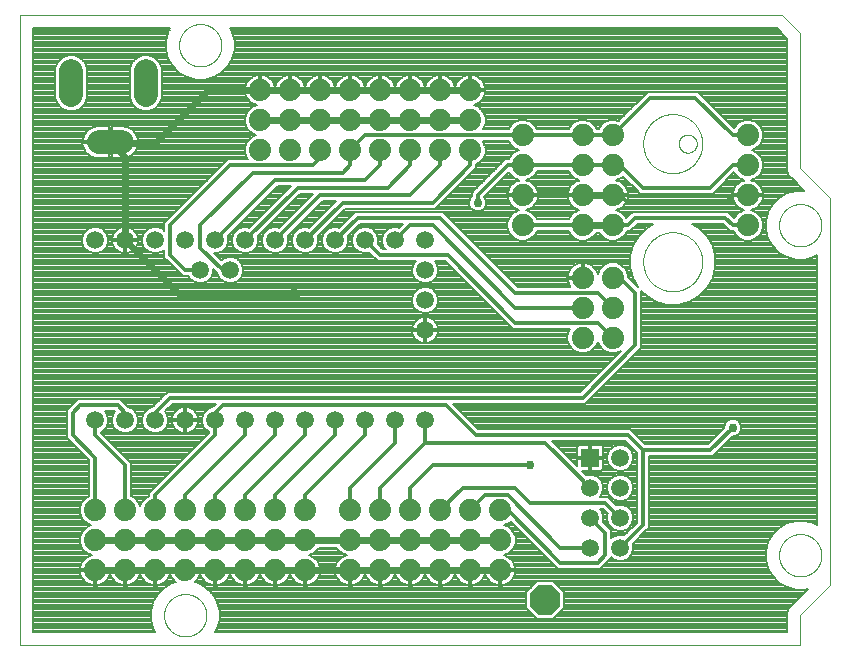
<source format=gbl>
G75*
%MOIN*%
%OFA0B0*%
%FSLAX25Y25*%
%IPPOS*%
%LPD*%
%AMOC8*
5,1,8,0,0,1.08239X$1,22.5*
%
%ADD10C,0.00000*%
%ADD11C,0.05937*%
%ADD12R,0.05937X0.05937*%
%ADD13C,0.07874*%
%ADD14C,0.07400*%
%ADD15OC8,0.10000*%
%ADD16C,0.00100*%
%ADD17C,0.02400*%
%ADD18C,0.01200*%
%ADD19C,0.02978*%
%ADD20C,0.00800*%
D10*
X0017500Y0005000D02*
X0017500Y0215000D01*
X0271500Y0215000D01*
X0277500Y0209000D01*
X0277500Y0164000D01*
X0287500Y0154000D01*
X0287500Y0025000D01*
X0277500Y0015000D01*
X0277500Y0005000D01*
X0017500Y0005000D01*
X0065429Y0015000D02*
X0065431Y0015174D01*
X0065438Y0015347D01*
X0065448Y0015520D01*
X0065463Y0015693D01*
X0065482Y0015866D01*
X0065506Y0016038D01*
X0065533Y0016209D01*
X0065565Y0016379D01*
X0065601Y0016549D01*
X0065641Y0016718D01*
X0065685Y0016886D01*
X0065733Y0017053D01*
X0065786Y0017218D01*
X0065842Y0017382D01*
X0065903Y0017545D01*
X0065967Y0017706D01*
X0066036Y0017865D01*
X0066108Y0018023D01*
X0066184Y0018179D01*
X0066264Y0018333D01*
X0066348Y0018485D01*
X0066435Y0018635D01*
X0066526Y0018783D01*
X0066621Y0018928D01*
X0066719Y0019072D01*
X0066821Y0019212D01*
X0066926Y0019350D01*
X0067034Y0019486D01*
X0067146Y0019619D01*
X0067261Y0019749D01*
X0067379Y0019876D01*
X0067500Y0020000D01*
X0067624Y0020121D01*
X0067751Y0020239D01*
X0067881Y0020354D01*
X0068014Y0020466D01*
X0068150Y0020574D01*
X0068288Y0020679D01*
X0068428Y0020781D01*
X0068572Y0020879D01*
X0068717Y0020974D01*
X0068865Y0021065D01*
X0069015Y0021152D01*
X0069167Y0021236D01*
X0069321Y0021316D01*
X0069477Y0021392D01*
X0069635Y0021464D01*
X0069794Y0021533D01*
X0069955Y0021597D01*
X0070118Y0021658D01*
X0070282Y0021714D01*
X0070447Y0021767D01*
X0070614Y0021815D01*
X0070782Y0021859D01*
X0070951Y0021899D01*
X0071121Y0021935D01*
X0071291Y0021967D01*
X0071462Y0021994D01*
X0071634Y0022018D01*
X0071807Y0022037D01*
X0071980Y0022052D01*
X0072153Y0022062D01*
X0072326Y0022069D01*
X0072500Y0022071D01*
X0072674Y0022069D01*
X0072847Y0022062D01*
X0073020Y0022052D01*
X0073193Y0022037D01*
X0073366Y0022018D01*
X0073538Y0021994D01*
X0073709Y0021967D01*
X0073879Y0021935D01*
X0074049Y0021899D01*
X0074218Y0021859D01*
X0074386Y0021815D01*
X0074553Y0021767D01*
X0074718Y0021714D01*
X0074882Y0021658D01*
X0075045Y0021597D01*
X0075206Y0021533D01*
X0075365Y0021464D01*
X0075523Y0021392D01*
X0075679Y0021316D01*
X0075833Y0021236D01*
X0075985Y0021152D01*
X0076135Y0021065D01*
X0076283Y0020974D01*
X0076428Y0020879D01*
X0076572Y0020781D01*
X0076712Y0020679D01*
X0076850Y0020574D01*
X0076986Y0020466D01*
X0077119Y0020354D01*
X0077249Y0020239D01*
X0077376Y0020121D01*
X0077500Y0020000D01*
X0077621Y0019876D01*
X0077739Y0019749D01*
X0077854Y0019619D01*
X0077966Y0019486D01*
X0078074Y0019350D01*
X0078179Y0019212D01*
X0078281Y0019072D01*
X0078379Y0018928D01*
X0078474Y0018783D01*
X0078565Y0018635D01*
X0078652Y0018485D01*
X0078736Y0018333D01*
X0078816Y0018179D01*
X0078892Y0018023D01*
X0078964Y0017865D01*
X0079033Y0017706D01*
X0079097Y0017545D01*
X0079158Y0017382D01*
X0079214Y0017218D01*
X0079267Y0017053D01*
X0079315Y0016886D01*
X0079359Y0016718D01*
X0079399Y0016549D01*
X0079435Y0016379D01*
X0079467Y0016209D01*
X0079494Y0016038D01*
X0079518Y0015866D01*
X0079537Y0015693D01*
X0079552Y0015520D01*
X0079562Y0015347D01*
X0079569Y0015174D01*
X0079571Y0015000D01*
X0079569Y0014826D01*
X0079562Y0014653D01*
X0079552Y0014480D01*
X0079537Y0014307D01*
X0079518Y0014134D01*
X0079494Y0013962D01*
X0079467Y0013791D01*
X0079435Y0013621D01*
X0079399Y0013451D01*
X0079359Y0013282D01*
X0079315Y0013114D01*
X0079267Y0012947D01*
X0079214Y0012782D01*
X0079158Y0012618D01*
X0079097Y0012455D01*
X0079033Y0012294D01*
X0078964Y0012135D01*
X0078892Y0011977D01*
X0078816Y0011821D01*
X0078736Y0011667D01*
X0078652Y0011515D01*
X0078565Y0011365D01*
X0078474Y0011217D01*
X0078379Y0011072D01*
X0078281Y0010928D01*
X0078179Y0010788D01*
X0078074Y0010650D01*
X0077966Y0010514D01*
X0077854Y0010381D01*
X0077739Y0010251D01*
X0077621Y0010124D01*
X0077500Y0010000D01*
X0077376Y0009879D01*
X0077249Y0009761D01*
X0077119Y0009646D01*
X0076986Y0009534D01*
X0076850Y0009426D01*
X0076712Y0009321D01*
X0076572Y0009219D01*
X0076428Y0009121D01*
X0076283Y0009026D01*
X0076135Y0008935D01*
X0075985Y0008848D01*
X0075833Y0008764D01*
X0075679Y0008684D01*
X0075523Y0008608D01*
X0075365Y0008536D01*
X0075206Y0008467D01*
X0075045Y0008403D01*
X0074882Y0008342D01*
X0074718Y0008286D01*
X0074553Y0008233D01*
X0074386Y0008185D01*
X0074218Y0008141D01*
X0074049Y0008101D01*
X0073879Y0008065D01*
X0073709Y0008033D01*
X0073538Y0008006D01*
X0073366Y0007982D01*
X0073193Y0007963D01*
X0073020Y0007948D01*
X0072847Y0007938D01*
X0072674Y0007931D01*
X0072500Y0007929D01*
X0072326Y0007931D01*
X0072153Y0007938D01*
X0071980Y0007948D01*
X0071807Y0007963D01*
X0071634Y0007982D01*
X0071462Y0008006D01*
X0071291Y0008033D01*
X0071121Y0008065D01*
X0070951Y0008101D01*
X0070782Y0008141D01*
X0070614Y0008185D01*
X0070447Y0008233D01*
X0070282Y0008286D01*
X0070118Y0008342D01*
X0069955Y0008403D01*
X0069794Y0008467D01*
X0069635Y0008536D01*
X0069477Y0008608D01*
X0069321Y0008684D01*
X0069167Y0008764D01*
X0069015Y0008848D01*
X0068865Y0008935D01*
X0068717Y0009026D01*
X0068572Y0009121D01*
X0068428Y0009219D01*
X0068288Y0009321D01*
X0068150Y0009426D01*
X0068014Y0009534D01*
X0067881Y0009646D01*
X0067751Y0009761D01*
X0067624Y0009879D01*
X0067500Y0010000D01*
X0067379Y0010124D01*
X0067261Y0010251D01*
X0067146Y0010381D01*
X0067034Y0010514D01*
X0066926Y0010650D01*
X0066821Y0010788D01*
X0066719Y0010928D01*
X0066621Y0011072D01*
X0066526Y0011217D01*
X0066435Y0011365D01*
X0066348Y0011515D01*
X0066264Y0011667D01*
X0066184Y0011821D01*
X0066108Y0011977D01*
X0066036Y0012135D01*
X0065967Y0012294D01*
X0065903Y0012455D01*
X0065842Y0012618D01*
X0065786Y0012782D01*
X0065733Y0012947D01*
X0065685Y0013114D01*
X0065641Y0013282D01*
X0065601Y0013451D01*
X0065565Y0013621D01*
X0065533Y0013791D01*
X0065506Y0013962D01*
X0065482Y0014134D01*
X0065463Y0014307D01*
X0065448Y0014480D01*
X0065438Y0014653D01*
X0065431Y0014826D01*
X0065429Y0015000D01*
X0225157Y0132815D02*
X0225160Y0133057D01*
X0225169Y0133298D01*
X0225184Y0133539D01*
X0225204Y0133780D01*
X0225231Y0134020D01*
X0225264Y0134259D01*
X0225302Y0134498D01*
X0225346Y0134735D01*
X0225396Y0134972D01*
X0225452Y0135207D01*
X0225514Y0135440D01*
X0225581Y0135672D01*
X0225654Y0135903D01*
X0225732Y0136131D01*
X0225817Y0136357D01*
X0225906Y0136582D01*
X0226001Y0136804D01*
X0226102Y0137023D01*
X0226208Y0137241D01*
X0226319Y0137455D01*
X0226436Y0137667D01*
X0226557Y0137875D01*
X0226684Y0138081D01*
X0226816Y0138283D01*
X0226953Y0138483D01*
X0227094Y0138678D01*
X0227240Y0138871D01*
X0227391Y0139059D01*
X0227547Y0139244D01*
X0227707Y0139425D01*
X0227871Y0139602D01*
X0228040Y0139775D01*
X0228213Y0139944D01*
X0228390Y0140108D01*
X0228571Y0140268D01*
X0228756Y0140424D01*
X0228944Y0140575D01*
X0229137Y0140721D01*
X0229332Y0140862D01*
X0229532Y0140999D01*
X0229734Y0141131D01*
X0229940Y0141258D01*
X0230148Y0141379D01*
X0230360Y0141496D01*
X0230574Y0141607D01*
X0230792Y0141713D01*
X0231011Y0141814D01*
X0231233Y0141909D01*
X0231458Y0141998D01*
X0231684Y0142083D01*
X0231912Y0142161D01*
X0232143Y0142234D01*
X0232375Y0142301D01*
X0232608Y0142363D01*
X0232843Y0142419D01*
X0233080Y0142469D01*
X0233317Y0142513D01*
X0233556Y0142551D01*
X0233795Y0142584D01*
X0234035Y0142611D01*
X0234276Y0142631D01*
X0234517Y0142646D01*
X0234758Y0142655D01*
X0235000Y0142658D01*
X0235242Y0142655D01*
X0235483Y0142646D01*
X0235724Y0142631D01*
X0235965Y0142611D01*
X0236205Y0142584D01*
X0236444Y0142551D01*
X0236683Y0142513D01*
X0236920Y0142469D01*
X0237157Y0142419D01*
X0237392Y0142363D01*
X0237625Y0142301D01*
X0237857Y0142234D01*
X0238088Y0142161D01*
X0238316Y0142083D01*
X0238542Y0141998D01*
X0238767Y0141909D01*
X0238989Y0141814D01*
X0239208Y0141713D01*
X0239426Y0141607D01*
X0239640Y0141496D01*
X0239852Y0141379D01*
X0240060Y0141258D01*
X0240266Y0141131D01*
X0240468Y0140999D01*
X0240668Y0140862D01*
X0240863Y0140721D01*
X0241056Y0140575D01*
X0241244Y0140424D01*
X0241429Y0140268D01*
X0241610Y0140108D01*
X0241787Y0139944D01*
X0241960Y0139775D01*
X0242129Y0139602D01*
X0242293Y0139425D01*
X0242453Y0139244D01*
X0242609Y0139059D01*
X0242760Y0138871D01*
X0242906Y0138678D01*
X0243047Y0138483D01*
X0243184Y0138283D01*
X0243316Y0138081D01*
X0243443Y0137875D01*
X0243564Y0137667D01*
X0243681Y0137455D01*
X0243792Y0137241D01*
X0243898Y0137023D01*
X0243999Y0136804D01*
X0244094Y0136582D01*
X0244183Y0136357D01*
X0244268Y0136131D01*
X0244346Y0135903D01*
X0244419Y0135672D01*
X0244486Y0135440D01*
X0244548Y0135207D01*
X0244604Y0134972D01*
X0244654Y0134735D01*
X0244698Y0134498D01*
X0244736Y0134259D01*
X0244769Y0134020D01*
X0244796Y0133780D01*
X0244816Y0133539D01*
X0244831Y0133298D01*
X0244840Y0133057D01*
X0244843Y0132815D01*
X0244840Y0132573D01*
X0244831Y0132332D01*
X0244816Y0132091D01*
X0244796Y0131850D01*
X0244769Y0131610D01*
X0244736Y0131371D01*
X0244698Y0131132D01*
X0244654Y0130895D01*
X0244604Y0130658D01*
X0244548Y0130423D01*
X0244486Y0130190D01*
X0244419Y0129958D01*
X0244346Y0129727D01*
X0244268Y0129499D01*
X0244183Y0129273D01*
X0244094Y0129048D01*
X0243999Y0128826D01*
X0243898Y0128607D01*
X0243792Y0128389D01*
X0243681Y0128175D01*
X0243564Y0127963D01*
X0243443Y0127755D01*
X0243316Y0127549D01*
X0243184Y0127347D01*
X0243047Y0127147D01*
X0242906Y0126952D01*
X0242760Y0126759D01*
X0242609Y0126571D01*
X0242453Y0126386D01*
X0242293Y0126205D01*
X0242129Y0126028D01*
X0241960Y0125855D01*
X0241787Y0125686D01*
X0241610Y0125522D01*
X0241429Y0125362D01*
X0241244Y0125206D01*
X0241056Y0125055D01*
X0240863Y0124909D01*
X0240668Y0124768D01*
X0240468Y0124631D01*
X0240266Y0124499D01*
X0240060Y0124372D01*
X0239852Y0124251D01*
X0239640Y0124134D01*
X0239426Y0124023D01*
X0239208Y0123917D01*
X0238989Y0123816D01*
X0238767Y0123721D01*
X0238542Y0123632D01*
X0238316Y0123547D01*
X0238088Y0123469D01*
X0237857Y0123396D01*
X0237625Y0123329D01*
X0237392Y0123267D01*
X0237157Y0123211D01*
X0236920Y0123161D01*
X0236683Y0123117D01*
X0236444Y0123079D01*
X0236205Y0123046D01*
X0235965Y0123019D01*
X0235724Y0122999D01*
X0235483Y0122984D01*
X0235242Y0122975D01*
X0235000Y0122972D01*
X0234758Y0122975D01*
X0234517Y0122984D01*
X0234276Y0122999D01*
X0234035Y0123019D01*
X0233795Y0123046D01*
X0233556Y0123079D01*
X0233317Y0123117D01*
X0233080Y0123161D01*
X0232843Y0123211D01*
X0232608Y0123267D01*
X0232375Y0123329D01*
X0232143Y0123396D01*
X0231912Y0123469D01*
X0231684Y0123547D01*
X0231458Y0123632D01*
X0231233Y0123721D01*
X0231011Y0123816D01*
X0230792Y0123917D01*
X0230574Y0124023D01*
X0230360Y0124134D01*
X0230148Y0124251D01*
X0229940Y0124372D01*
X0229734Y0124499D01*
X0229532Y0124631D01*
X0229332Y0124768D01*
X0229137Y0124909D01*
X0228944Y0125055D01*
X0228756Y0125206D01*
X0228571Y0125362D01*
X0228390Y0125522D01*
X0228213Y0125686D01*
X0228040Y0125855D01*
X0227871Y0126028D01*
X0227707Y0126205D01*
X0227547Y0126386D01*
X0227391Y0126571D01*
X0227240Y0126759D01*
X0227094Y0126952D01*
X0226953Y0127147D01*
X0226816Y0127347D01*
X0226684Y0127549D01*
X0226557Y0127755D01*
X0226436Y0127963D01*
X0226319Y0128175D01*
X0226208Y0128389D01*
X0226102Y0128607D01*
X0226001Y0128826D01*
X0225906Y0129048D01*
X0225817Y0129273D01*
X0225732Y0129499D01*
X0225654Y0129727D01*
X0225581Y0129958D01*
X0225514Y0130190D01*
X0225452Y0130423D01*
X0225396Y0130658D01*
X0225346Y0130895D01*
X0225302Y0131132D01*
X0225264Y0131371D01*
X0225231Y0131610D01*
X0225204Y0131850D01*
X0225184Y0132091D01*
X0225169Y0132332D01*
X0225160Y0132573D01*
X0225157Y0132815D01*
X0270429Y0145000D02*
X0270431Y0145174D01*
X0270438Y0145347D01*
X0270448Y0145520D01*
X0270463Y0145693D01*
X0270482Y0145866D01*
X0270506Y0146038D01*
X0270533Y0146209D01*
X0270565Y0146379D01*
X0270601Y0146549D01*
X0270641Y0146718D01*
X0270685Y0146886D01*
X0270733Y0147053D01*
X0270786Y0147218D01*
X0270842Y0147382D01*
X0270903Y0147545D01*
X0270967Y0147706D01*
X0271036Y0147865D01*
X0271108Y0148023D01*
X0271184Y0148179D01*
X0271264Y0148333D01*
X0271348Y0148485D01*
X0271435Y0148635D01*
X0271526Y0148783D01*
X0271621Y0148928D01*
X0271719Y0149072D01*
X0271821Y0149212D01*
X0271926Y0149350D01*
X0272034Y0149486D01*
X0272146Y0149619D01*
X0272261Y0149749D01*
X0272379Y0149876D01*
X0272500Y0150000D01*
X0272624Y0150121D01*
X0272751Y0150239D01*
X0272881Y0150354D01*
X0273014Y0150466D01*
X0273150Y0150574D01*
X0273288Y0150679D01*
X0273428Y0150781D01*
X0273572Y0150879D01*
X0273717Y0150974D01*
X0273865Y0151065D01*
X0274015Y0151152D01*
X0274167Y0151236D01*
X0274321Y0151316D01*
X0274477Y0151392D01*
X0274635Y0151464D01*
X0274794Y0151533D01*
X0274955Y0151597D01*
X0275118Y0151658D01*
X0275282Y0151714D01*
X0275447Y0151767D01*
X0275614Y0151815D01*
X0275782Y0151859D01*
X0275951Y0151899D01*
X0276121Y0151935D01*
X0276291Y0151967D01*
X0276462Y0151994D01*
X0276634Y0152018D01*
X0276807Y0152037D01*
X0276980Y0152052D01*
X0277153Y0152062D01*
X0277326Y0152069D01*
X0277500Y0152071D01*
X0277674Y0152069D01*
X0277847Y0152062D01*
X0278020Y0152052D01*
X0278193Y0152037D01*
X0278366Y0152018D01*
X0278538Y0151994D01*
X0278709Y0151967D01*
X0278879Y0151935D01*
X0279049Y0151899D01*
X0279218Y0151859D01*
X0279386Y0151815D01*
X0279553Y0151767D01*
X0279718Y0151714D01*
X0279882Y0151658D01*
X0280045Y0151597D01*
X0280206Y0151533D01*
X0280365Y0151464D01*
X0280523Y0151392D01*
X0280679Y0151316D01*
X0280833Y0151236D01*
X0280985Y0151152D01*
X0281135Y0151065D01*
X0281283Y0150974D01*
X0281428Y0150879D01*
X0281572Y0150781D01*
X0281712Y0150679D01*
X0281850Y0150574D01*
X0281986Y0150466D01*
X0282119Y0150354D01*
X0282249Y0150239D01*
X0282376Y0150121D01*
X0282500Y0150000D01*
X0282621Y0149876D01*
X0282739Y0149749D01*
X0282854Y0149619D01*
X0282966Y0149486D01*
X0283074Y0149350D01*
X0283179Y0149212D01*
X0283281Y0149072D01*
X0283379Y0148928D01*
X0283474Y0148783D01*
X0283565Y0148635D01*
X0283652Y0148485D01*
X0283736Y0148333D01*
X0283816Y0148179D01*
X0283892Y0148023D01*
X0283964Y0147865D01*
X0284033Y0147706D01*
X0284097Y0147545D01*
X0284158Y0147382D01*
X0284214Y0147218D01*
X0284267Y0147053D01*
X0284315Y0146886D01*
X0284359Y0146718D01*
X0284399Y0146549D01*
X0284435Y0146379D01*
X0284467Y0146209D01*
X0284494Y0146038D01*
X0284518Y0145866D01*
X0284537Y0145693D01*
X0284552Y0145520D01*
X0284562Y0145347D01*
X0284569Y0145174D01*
X0284571Y0145000D01*
X0284569Y0144826D01*
X0284562Y0144653D01*
X0284552Y0144480D01*
X0284537Y0144307D01*
X0284518Y0144134D01*
X0284494Y0143962D01*
X0284467Y0143791D01*
X0284435Y0143621D01*
X0284399Y0143451D01*
X0284359Y0143282D01*
X0284315Y0143114D01*
X0284267Y0142947D01*
X0284214Y0142782D01*
X0284158Y0142618D01*
X0284097Y0142455D01*
X0284033Y0142294D01*
X0283964Y0142135D01*
X0283892Y0141977D01*
X0283816Y0141821D01*
X0283736Y0141667D01*
X0283652Y0141515D01*
X0283565Y0141365D01*
X0283474Y0141217D01*
X0283379Y0141072D01*
X0283281Y0140928D01*
X0283179Y0140788D01*
X0283074Y0140650D01*
X0282966Y0140514D01*
X0282854Y0140381D01*
X0282739Y0140251D01*
X0282621Y0140124D01*
X0282500Y0140000D01*
X0282376Y0139879D01*
X0282249Y0139761D01*
X0282119Y0139646D01*
X0281986Y0139534D01*
X0281850Y0139426D01*
X0281712Y0139321D01*
X0281572Y0139219D01*
X0281428Y0139121D01*
X0281283Y0139026D01*
X0281135Y0138935D01*
X0280985Y0138848D01*
X0280833Y0138764D01*
X0280679Y0138684D01*
X0280523Y0138608D01*
X0280365Y0138536D01*
X0280206Y0138467D01*
X0280045Y0138403D01*
X0279882Y0138342D01*
X0279718Y0138286D01*
X0279553Y0138233D01*
X0279386Y0138185D01*
X0279218Y0138141D01*
X0279049Y0138101D01*
X0278879Y0138065D01*
X0278709Y0138033D01*
X0278538Y0138006D01*
X0278366Y0137982D01*
X0278193Y0137963D01*
X0278020Y0137948D01*
X0277847Y0137938D01*
X0277674Y0137931D01*
X0277500Y0137929D01*
X0277326Y0137931D01*
X0277153Y0137938D01*
X0276980Y0137948D01*
X0276807Y0137963D01*
X0276634Y0137982D01*
X0276462Y0138006D01*
X0276291Y0138033D01*
X0276121Y0138065D01*
X0275951Y0138101D01*
X0275782Y0138141D01*
X0275614Y0138185D01*
X0275447Y0138233D01*
X0275282Y0138286D01*
X0275118Y0138342D01*
X0274955Y0138403D01*
X0274794Y0138467D01*
X0274635Y0138536D01*
X0274477Y0138608D01*
X0274321Y0138684D01*
X0274167Y0138764D01*
X0274015Y0138848D01*
X0273865Y0138935D01*
X0273717Y0139026D01*
X0273572Y0139121D01*
X0273428Y0139219D01*
X0273288Y0139321D01*
X0273150Y0139426D01*
X0273014Y0139534D01*
X0272881Y0139646D01*
X0272751Y0139761D01*
X0272624Y0139879D01*
X0272500Y0140000D01*
X0272379Y0140124D01*
X0272261Y0140251D01*
X0272146Y0140381D01*
X0272034Y0140514D01*
X0271926Y0140650D01*
X0271821Y0140788D01*
X0271719Y0140928D01*
X0271621Y0141072D01*
X0271526Y0141217D01*
X0271435Y0141365D01*
X0271348Y0141515D01*
X0271264Y0141667D01*
X0271184Y0141821D01*
X0271108Y0141977D01*
X0271036Y0142135D01*
X0270967Y0142294D01*
X0270903Y0142455D01*
X0270842Y0142618D01*
X0270786Y0142782D01*
X0270733Y0142947D01*
X0270685Y0143114D01*
X0270641Y0143282D01*
X0270601Y0143451D01*
X0270565Y0143621D01*
X0270533Y0143791D01*
X0270506Y0143962D01*
X0270482Y0144134D01*
X0270463Y0144307D01*
X0270448Y0144480D01*
X0270438Y0144653D01*
X0270431Y0144826D01*
X0270429Y0145000D01*
X0225157Y0172185D02*
X0225160Y0172427D01*
X0225169Y0172668D01*
X0225184Y0172909D01*
X0225204Y0173150D01*
X0225231Y0173390D01*
X0225264Y0173629D01*
X0225302Y0173868D01*
X0225346Y0174105D01*
X0225396Y0174342D01*
X0225452Y0174577D01*
X0225514Y0174810D01*
X0225581Y0175042D01*
X0225654Y0175273D01*
X0225732Y0175501D01*
X0225817Y0175727D01*
X0225906Y0175952D01*
X0226001Y0176174D01*
X0226102Y0176393D01*
X0226208Y0176611D01*
X0226319Y0176825D01*
X0226436Y0177037D01*
X0226557Y0177245D01*
X0226684Y0177451D01*
X0226816Y0177653D01*
X0226953Y0177853D01*
X0227094Y0178048D01*
X0227240Y0178241D01*
X0227391Y0178429D01*
X0227547Y0178614D01*
X0227707Y0178795D01*
X0227871Y0178972D01*
X0228040Y0179145D01*
X0228213Y0179314D01*
X0228390Y0179478D01*
X0228571Y0179638D01*
X0228756Y0179794D01*
X0228944Y0179945D01*
X0229137Y0180091D01*
X0229332Y0180232D01*
X0229532Y0180369D01*
X0229734Y0180501D01*
X0229940Y0180628D01*
X0230148Y0180749D01*
X0230360Y0180866D01*
X0230574Y0180977D01*
X0230792Y0181083D01*
X0231011Y0181184D01*
X0231233Y0181279D01*
X0231458Y0181368D01*
X0231684Y0181453D01*
X0231912Y0181531D01*
X0232143Y0181604D01*
X0232375Y0181671D01*
X0232608Y0181733D01*
X0232843Y0181789D01*
X0233080Y0181839D01*
X0233317Y0181883D01*
X0233556Y0181921D01*
X0233795Y0181954D01*
X0234035Y0181981D01*
X0234276Y0182001D01*
X0234517Y0182016D01*
X0234758Y0182025D01*
X0235000Y0182028D01*
X0235242Y0182025D01*
X0235483Y0182016D01*
X0235724Y0182001D01*
X0235965Y0181981D01*
X0236205Y0181954D01*
X0236444Y0181921D01*
X0236683Y0181883D01*
X0236920Y0181839D01*
X0237157Y0181789D01*
X0237392Y0181733D01*
X0237625Y0181671D01*
X0237857Y0181604D01*
X0238088Y0181531D01*
X0238316Y0181453D01*
X0238542Y0181368D01*
X0238767Y0181279D01*
X0238989Y0181184D01*
X0239208Y0181083D01*
X0239426Y0180977D01*
X0239640Y0180866D01*
X0239852Y0180749D01*
X0240060Y0180628D01*
X0240266Y0180501D01*
X0240468Y0180369D01*
X0240668Y0180232D01*
X0240863Y0180091D01*
X0241056Y0179945D01*
X0241244Y0179794D01*
X0241429Y0179638D01*
X0241610Y0179478D01*
X0241787Y0179314D01*
X0241960Y0179145D01*
X0242129Y0178972D01*
X0242293Y0178795D01*
X0242453Y0178614D01*
X0242609Y0178429D01*
X0242760Y0178241D01*
X0242906Y0178048D01*
X0243047Y0177853D01*
X0243184Y0177653D01*
X0243316Y0177451D01*
X0243443Y0177245D01*
X0243564Y0177037D01*
X0243681Y0176825D01*
X0243792Y0176611D01*
X0243898Y0176393D01*
X0243999Y0176174D01*
X0244094Y0175952D01*
X0244183Y0175727D01*
X0244268Y0175501D01*
X0244346Y0175273D01*
X0244419Y0175042D01*
X0244486Y0174810D01*
X0244548Y0174577D01*
X0244604Y0174342D01*
X0244654Y0174105D01*
X0244698Y0173868D01*
X0244736Y0173629D01*
X0244769Y0173390D01*
X0244796Y0173150D01*
X0244816Y0172909D01*
X0244831Y0172668D01*
X0244840Y0172427D01*
X0244843Y0172185D01*
X0244840Y0171943D01*
X0244831Y0171702D01*
X0244816Y0171461D01*
X0244796Y0171220D01*
X0244769Y0170980D01*
X0244736Y0170741D01*
X0244698Y0170502D01*
X0244654Y0170265D01*
X0244604Y0170028D01*
X0244548Y0169793D01*
X0244486Y0169560D01*
X0244419Y0169328D01*
X0244346Y0169097D01*
X0244268Y0168869D01*
X0244183Y0168643D01*
X0244094Y0168418D01*
X0243999Y0168196D01*
X0243898Y0167977D01*
X0243792Y0167759D01*
X0243681Y0167545D01*
X0243564Y0167333D01*
X0243443Y0167125D01*
X0243316Y0166919D01*
X0243184Y0166717D01*
X0243047Y0166517D01*
X0242906Y0166322D01*
X0242760Y0166129D01*
X0242609Y0165941D01*
X0242453Y0165756D01*
X0242293Y0165575D01*
X0242129Y0165398D01*
X0241960Y0165225D01*
X0241787Y0165056D01*
X0241610Y0164892D01*
X0241429Y0164732D01*
X0241244Y0164576D01*
X0241056Y0164425D01*
X0240863Y0164279D01*
X0240668Y0164138D01*
X0240468Y0164001D01*
X0240266Y0163869D01*
X0240060Y0163742D01*
X0239852Y0163621D01*
X0239640Y0163504D01*
X0239426Y0163393D01*
X0239208Y0163287D01*
X0238989Y0163186D01*
X0238767Y0163091D01*
X0238542Y0163002D01*
X0238316Y0162917D01*
X0238088Y0162839D01*
X0237857Y0162766D01*
X0237625Y0162699D01*
X0237392Y0162637D01*
X0237157Y0162581D01*
X0236920Y0162531D01*
X0236683Y0162487D01*
X0236444Y0162449D01*
X0236205Y0162416D01*
X0235965Y0162389D01*
X0235724Y0162369D01*
X0235483Y0162354D01*
X0235242Y0162345D01*
X0235000Y0162342D01*
X0234758Y0162345D01*
X0234517Y0162354D01*
X0234276Y0162369D01*
X0234035Y0162389D01*
X0233795Y0162416D01*
X0233556Y0162449D01*
X0233317Y0162487D01*
X0233080Y0162531D01*
X0232843Y0162581D01*
X0232608Y0162637D01*
X0232375Y0162699D01*
X0232143Y0162766D01*
X0231912Y0162839D01*
X0231684Y0162917D01*
X0231458Y0163002D01*
X0231233Y0163091D01*
X0231011Y0163186D01*
X0230792Y0163287D01*
X0230574Y0163393D01*
X0230360Y0163504D01*
X0230148Y0163621D01*
X0229940Y0163742D01*
X0229734Y0163869D01*
X0229532Y0164001D01*
X0229332Y0164138D01*
X0229137Y0164279D01*
X0228944Y0164425D01*
X0228756Y0164576D01*
X0228571Y0164732D01*
X0228390Y0164892D01*
X0228213Y0165056D01*
X0228040Y0165225D01*
X0227871Y0165398D01*
X0227707Y0165575D01*
X0227547Y0165756D01*
X0227391Y0165941D01*
X0227240Y0166129D01*
X0227094Y0166322D01*
X0226953Y0166517D01*
X0226816Y0166717D01*
X0226684Y0166919D01*
X0226557Y0167125D01*
X0226436Y0167333D01*
X0226319Y0167545D01*
X0226208Y0167759D01*
X0226102Y0167977D01*
X0226001Y0168196D01*
X0225906Y0168418D01*
X0225817Y0168643D01*
X0225732Y0168869D01*
X0225654Y0169097D01*
X0225581Y0169328D01*
X0225514Y0169560D01*
X0225452Y0169793D01*
X0225396Y0170028D01*
X0225346Y0170265D01*
X0225302Y0170502D01*
X0225264Y0170741D01*
X0225231Y0170980D01*
X0225204Y0171220D01*
X0225184Y0171461D01*
X0225169Y0171702D01*
X0225160Y0171943D01*
X0225157Y0172185D01*
X0070429Y0205000D02*
X0070431Y0205174D01*
X0070438Y0205347D01*
X0070448Y0205520D01*
X0070463Y0205693D01*
X0070482Y0205866D01*
X0070506Y0206038D01*
X0070533Y0206209D01*
X0070565Y0206379D01*
X0070601Y0206549D01*
X0070641Y0206718D01*
X0070685Y0206886D01*
X0070733Y0207053D01*
X0070786Y0207218D01*
X0070842Y0207382D01*
X0070903Y0207545D01*
X0070967Y0207706D01*
X0071036Y0207865D01*
X0071108Y0208023D01*
X0071184Y0208179D01*
X0071264Y0208333D01*
X0071348Y0208485D01*
X0071435Y0208635D01*
X0071526Y0208783D01*
X0071621Y0208928D01*
X0071719Y0209072D01*
X0071821Y0209212D01*
X0071926Y0209350D01*
X0072034Y0209486D01*
X0072146Y0209619D01*
X0072261Y0209749D01*
X0072379Y0209876D01*
X0072500Y0210000D01*
X0072624Y0210121D01*
X0072751Y0210239D01*
X0072881Y0210354D01*
X0073014Y0210466D01*
X0073150Y0210574D01*
X0073288Y0210679D01*
X0073428Y0210781D01*
X0073572Y0210879D01*
X0073717Y0210974D01*
X0073865Y0211065D01*
X0074015Y0211152D01*
X0074167Y0211236D01*
X0074321Y0211316D01*
X0074477Y0211392D01*
X0074635Y0211464D01*
X0074794Y0211533D01*
X0074955Y0211597D01*
X0075118Y0211658D01*
X0075282Y0211714D01*
X0075447Y0211767D01*
X0075614Y0211815D01*
X0075782Y0211859D01*
X0075951Y0211899D01*
X0076121Y0211935D01*
X0076291Y0211967D01*
X0076462Y0211994D01*
X0076634Y0212018D01*
X0076807Y0212037D01*
X0076980Y0212052D01*
X0077153Y0212062D01*
X0077326Y0212069D01*
X0077500Y0212071D01*
X0077674Y0212069D01*
X0077847Y0212062D01*
X0078020Y0212052D01*
X0078193Y0212037D01*
X0078366Y0212018D01*
X0078538Y0211994D01*
X0078709Y0211967D01*
X0078879Y0211935D01*
X0079049Y0211899D01*
X0079218Y0211859D01*
X0079386Y0211815D01*
X0079553Y0211767D01*
X0079718Y0211714D01*
X0079882Y0211658D01*
X0080045Y0211597D01*
X0080206Y0211533D01*
X0080365Y0211464D01*
X0080523Y0211392D01*
X0080679Y0211316D01*
X0080833Y0211236D01*
X0080985Y0211152D01*
X0081135Y0211065D01*
X0081283Y0210974D01*
X0081428Y0210879D01*
X0081572Y0210781D01*
X0081712Y0210679D01*
X0081850Y0210574D01*
X0081986Y0210466D01*
X0082119Y0210354D01*
X0082249Y0210239D01*
X0082376Y0210121D01*
X0082500Y0210000D01*
X0082621Y0209876D01*
X0082739Y0209749D01*
X0082854Y0209619D01*
X0082966Y0209486D01*
X0083074Y0209350D01*
X0083179Y0209212D01*
X0083281Y0209072D01*
X0083379Y0208928D01*
X0083474Y0208783D01*
X0083565Y0208635D01*
X0083652Y0208485D01*
X0083736Y0208333D01*
X0083816Y0208179D01*
X0083892Y0208023D01*
X0083964Y0207865D01*
X0084033Y0207706D01*
X0084097Y0207545D01*
X0084158Y0207382D01*
X0084214Y0207218D01*
X0084267Y0207053D01*
X0084315Y0206886D01*
X0084359Y0206718D01*
X0084399Y0206549D01*
X0084435Y0206379D01*
X0084467Y0206209D01*
X0084494Y0206038D01*
X0084518Y0205866D01*
X0084537Y0205693D01*
X0084552Y0205520D01*
X0084562Y0205347D01*
X0084569Y0205174D01*
X0084571Y0205000D01*
X0084569Y0204826D01*
X0084562Y0204653D01*
X0084552Y0204480D01*
X0084537Y0204307D01*
X0084518Y0204134D01*
X0084494Y0203962D01*
X0084467Y0203791D01*
X0084435Y0203621D01*
X0084399Y0203451D01*
X0084359Y0203282D01*
X0084315Y0203114D01*
X0084267Y0202947D01*
X0084214Y0202782D01*
X0084158Y0202618D01*
X0084097Y0202455D01*
X0084033Y0202294D01*
X0083964Y0202135D01*
X0083892Y0201977D01*
X0083816Y0201821D01*
X0083736Y0201667D01*
X0083652Y0201515D01*
X0083565Y0201365D01*
X0083474Y0201217D01*
X0083379Y0201072D01*
X0083281Y0200928D01*
X0083179Y0200788D01*
X0083074Y0200650D01*
X0082966Y0200514D01*
X0082854Y0200381D01*
X0082739Y0200251D01*
X0082621Y0200124D01*
X0082500Y0200000D01*
X0082376Y0199879D01*
X0082249Y0199761D01*
X0082119Y0199646D01*
X0081986Y0199534D01*
X0081850Y0199426D01*
X0081712Y0199321D01*
X0081572Y0199219D01*
X0081428Y0199121D01*
X0081283Y0199026D01*
X0081135Y0198935D01*
X0080985Y0198848D01*
X0080833Y0198764D01*
X0080679Y0198684D01*
X0080523Y0198608D01*
X0080365Y0198536D01*
X0080206Y0198467D01*
X0080045Y0198403D01*
X0079882Y0198342D01*
X0079718Y0198286D01*
X0079553Y0198233D01*
X0079386Y0198185D01*
X0079218Y0198141D01*
X0079049Y0198101D01*
X0078879Y0198065D01*
X0078709Y0198033D01*
X0078538Y0198006D01*
X0078366Y0197982D01*
X0078193Y0197963D01*
X0078020Y0197948D01*
X0077847Y0197938D01*
X0077674Y0197931D01*
X0077500Y0197929D01*
X0077326Y0197931D01*
X0077153Y0197938D01*
X0076980Y0197948D01*
X0076807Y0197963D01*
X0076634Y0197982D01*
X0076462Y0198006D01*
X0076291Y0198033D01*
X0076121Y0198065D01*
X0075951Y0198101D01*
X0075782Y0198141D01*
X0075614Y0198185D01*
X0075447Y0198233D01*
X0075282Y0198286D01*
X0075118Y0198342D01*
X0074955Y0198403D01*
X0074794Y0198467D01*
X0074635Y0198536D01*
X0074477Y0198608D01*
X0074321Y0198684D01*
X0074167Y0198764D01*
X0074015Y0198848D01*
X0073865Y0198935D01*
X0073717Y0199026D01*
X0073572Y0199121D01*
X0073428Y0199219D01*
X0073288Y0199321D01*
X0073150Y0199426D01*
X0073014Y0199534D01*
X0072881Y0199646D01*
X0072751Y0199761D01*
X0072624Y0199879D01*
X0072500Y0200000D01*
X0072379Y0200124D01*
X0072261Y0200251D01*
X0072146Y0200381D01*
X0072034Y0200514D01*
X0071926Y0200650D01*
X0071821Y0200788D01*
X0071719Y0200928D01*
X0071621Y0201072D01*
X0071526Y0201217D01*
X0071435Y0201365D01*
X0071348Y0201515D01*
X0071264Y0201667D01*
X0071184Y0201821D01*
X0071108Y0201977D01*
X0071036Y0202135D01*
X0070967Y0202294D01*
X0070903Y0202455D01*
X0070842Y0202618D01*
X0070786Y0202782D01*
X0070733Y0202947D01*
X0070685Y0203114D01*
X0070641Y0203282D01*
X0070601Y0203451D01*
X0070565Y0203621D01*
X0070533Y0203791D01*
X0070506Y0203962D01*
X0070482Y0204134D01*
X0070463Y0204307D01*
X0070448Y0204480D01*
X0070438Y0204653D01*
X0070431Y0204826D01*
X0070429Y0205000D01*
X0270429Y0035000D02*
X0270431Y0035174D01*
X0270438Y0035347D01*
X0270448Y0035520D01*
X0270463Y0035693D01*
X0270482Y0035866D01*
X0270506Y0036038D01*
X0270533Y0036209D01*
X0270565Y0036379D01*
X0270601Y0036549D01*
X0270641Y0036718D01*
X0270685Y0036886D01*
X0270733Y0037053D01*
X0270786Y0037218D01*
X0270842Y0037382D01*
X0270903Y0037545D01*
X0270967Y0037706D01*
X0271036Y0037865D01*
X0271108Y0038023D01*
X0271184Y0038179D01*
X0271264Y0038333D01*
X0271348Y0038485D01*
X0271435Y0038635D01*
X0271526Y0038783D01*
X0271621Y0038928D01*
X0271719Y0039072D01*
X0271821Y0039212D01*
X0271926Y0039350D01*
X0272034Y0039486D01*
X0272146Y0039619D01*
X0272261Y0039749D01*
X0272379Y0039876D01*
X0272500Y0040000D01*
X0272624Y0040121D01*
X0272751Y0040239D01*
X0272881Y0040354D01*
X0273014Y0040466D01*
X0273150Y0040574D01*
X0273288Y0040679D01*
X0273428Y0040781D01*
X0273572Y0040879D01*
X0273717Y0040974D01*
X0273865Y0041065D01*
X0274015Y0041152D01*
X0274167Y0041236D01*
X0274321Y0041316D01*
X0274477Y0041392D01*
X0274635Y0041464D01*
X0274794Y0041533D01*
X0274955Y0041597D01*
X0275118Y0041658D01*
X0275282Y0041714D01*
X0275447Y0041767D01*
X0275614Y0041815D01*
X0275782Y0041859D01*
X0275951Y0041899D01*
X0276121Y0041935D01*
X0276291Y0041967D01*
X0276462Y0041994D01*
X0276634Y0042018D01*
X0276807Y0042037D01*
X0276980Y0042052D01*
X0277153Y0042062D01*
X0277326Y0042069D01*
X0277500Y0042071D01*
X0277674Y0042069D01*
X0277847Y0042062D01*
X0278020Y0042052D01*
X0278193Y0042037D01*
X0278366Y0042018D01*
X0278538Y0041994D01*
X0278709Y0041967D01*
X0278879Y0041935D01*
X0279049Y0041899D01*
X0279218Y0041859D01*
X0279386Y0041815D01*
X0279553Y0041767D01*
X0279718Y0041714D01*
X0279882Y0041658D01*
X0280045Y0041597D01*
X0280206Y0041533D01*
X0280365Y0041464D01*
X0280523Y0041392D01*
X0280679Y0041316D01*
X0280833Y0041236D01*
X0280985Y0041152D01*
X0281135Y0041065D01*
X0281283Y0040974D01*
X0281428Y0040879D01*
X0281572Y0040781D01*
X0281712Y0040679D01*
X0281850Y0040574D01*
X0281986Y0040466D01*
X0282119Y0040354D01*
X0282249Y0040239D01*
X0282376Y0040121D01*
X0282500Y0040000D01*
X0282621Y0039876D01*
X0282739Y0039749D01*
X0282854Y0039619D01*
X0282966Y0039486D01*
X0283074Y0039350D01*
X0283179Y0039212D01*
X0283281Y0039072D01*
X0283379Y0038928D01*
X0283474Y0038783D01*
X0283565Y0038635D01*
X0283652Y0038485D01*
X0283736Y0038333D01*
X0283816Y0038179D01*
X0283892Y0038023D01*
X0283964Y0037865D01*
X0284033Y0037706D01*
X0284097Y0037545D01*
X0284158Y0037382D01*
X0284214Y0037218D01*
X0284267Y0037053D01*
X0284315Y0036886D01*
X0284359Y0036718D01*
X0284399Y0036549D01*
X0284435Y0036379D01*
X0284467Y0036209D01*
X0284494Y0036038D01*
X0284518Y0035866D01*
X0284537Y0035693D01*
X0284552Y0035520D01*
X0284562Y0035347D01*
X0284569Y0035174D01*
X0284571Y0035000D01*
X0284569Y0034826D01*
X0284562Y0034653D01*
X0284552Y0034480D01*
X0284537Y0034307D01*
X0284518Y0034134D01*
X0284494Y0033962D01*
X0284467Y0033791D01*
X0284435Y0033621D01*
X0284399Y0033451D01*
X0284359Y0033282D01*
X0284315Y0033114D01*
X0284267Y0032947D01*
X0284214Y0032782D01*
X0284158Y0032618D01*
X0284097Y0032455D01*
X0284033Y0032294D01*
X0283964Y0032135D01*
X0283892Y0031977D01*
X0283816Y0031821D01*
X0283736Y0031667D01*
X0283652Y0031515D01*
X0283565Y0031365D01*
X0283474Y0031217D01*
X0283379Y0031072D01*
X0283281Y0030928D01*
X0283179Y0030788D01*
X0283074Y0030650D01*
X0282966Y0030514D01*
X0282854Y0030381D01*
X0282739Y0030251D01*
X0282621Y0030124D01*
X0282500Y0030000D01*
X0282376Y0029879D01*
X0282249Y0029761D01*
X0282119Y0029646D01*
X0281986Y0029534D01*
X0281850Y0029426D01*
X0281712Y0029321D01*
X0281572Y0029219D01*
X0281428Y0029121D01*
X0281283Y0029026D01*
X0281135Y0028935D01*
X0280985Y0028848D01*
X0280833Y0028764D01*
X0280679Y0028684D01*
X0280523Y0028608D01*
X0280365Y0028536D01*
X0280206Y0028467D01*
X0280045Y0028403D01*
X0279882Y0028342D01*
X0279718Y0028286D01*
X0279553Y0028233D01*
X0279386Y0028185D01*
X0279218Y0028141D01*
X0279049Y0028101D01*
X0278879Y0028065D01*
X0278709Y0028033D01*
X0278538Y0028006D01*
X0278366Y0027982D01*
X0278193Y0027963D01*
X0278020Y0027948D01*
X0277847Y0027938D01*
X0277674Y0027931D01*
X0277500Y0027929D01*
X0277326Y0027931D01*
X0277153Y0027938D01*
X0276980Y0027948D01*
X0276807Y0027963D01*
X0276634Y0027982D01*
X0276462Y0028006D01*
X0276291Y0028033D01*
X0276121Y0028065D01*
X0275951Y0028101D01*
X0275782Y0028141D01*
X0275614Y0028185D01*
X0275447Y0028233D01*
X0275282Y0028286D01*
X0275118Y0028342D01*
X0274955Y0028403D01*
X0274794Y0028467D01*
X0274635Y0028536D01*
X0274477Y0028608D01*
X0274321Y0028684D01*
X0274167Y0028764D01*
X0274015Y0028848D01*
X0273865Y0028935D01*
X0273717Y0029026D01*
X0273572Y0029121D01*
X0273428Y0029219D01*
X0273288Y0029321D01*
X0273150Y0029426D01*
X0273014Y0029534D01*
X0272881Y0029646D01*
X0272751Y0029761D01*
X0272624Y0029879D01*
X0272500Y0030000D01*
X0272379Y0030124D01*
X0272261Y0030251D01*
X0272146Y0030381D01*
X0272034Y0030514D01*
X0271926Y0030650D01*
X0271821Y0030788D01*
X0271719Y0030928D01*
X0271621Y0031072D01*
X0271526Y0031217D01*
X0271435Y0031365D01*
X0271348Y0031515D01*
X0271264Y0031667D01*
X0271184Y0031821D01*
X0271108Y0031977D01*
X0271036Y0032135D01*
X0270967Y0032294D01*
X0270903Y0032455D01*
X0270842Y0032618D01*
X0270786Y0032782D01*
X0270733Y0032947D01*
X0270685Y0033114D01*
X0270641Y0033282D01*
X0270601Y0033451D01*
X0270565Y0033621D01*
X0270533Y0033791D01*
X0270506Y0033962D01*
X0270482Y0034134D01*
X0270463Y0034307D01*
X0270448Y0034480D01*
X0270438Y0034653D01*
X0270431Y0034826D01*
X0270429Y0035000D01*
D11*
X0217500Y0037500D03*
X0207500Y0037500D03*
X0207500Y0047500D03*
X0217500Y0047500D03*
X0217500Y0057500D03*
X0207500Y0057500D03*
X0217500Y0067500D03*
X0152500Y0080000D03*
X0142500Y0080000D03*
X0132500Y0080000D03*
X0122500Y0080000D03*
X0112500Y0080000D03*
X0102500Y0080000D03*
X0092500Y0080000D03*
X0082500Y0080000D03*
X0072500Y0080000D03*
X0062500Y0080000D03*
X0052500Y0080000D03*
X0042500Y0080000D03*
X0077500Y0130000D03*
X0087500Y0130000D03*
X0082500Y0140000D03*
X0092500Y0140000D03*
X0102500Y0140000D03*
X0112500Y0140000D03*
X0122500Y0140000D03*
X0132500Y0140000D03*
X0142500Y0140000D03*
X0152500Y0140000D03*
X0152500Y0130000D03*
X0152500Y0120000D03*
X0152500Y0110000D03*
X0072500Y0140000D03*
X0062500Y0140000D03*
X0052500Y0140000D03*
X0042500Y0140000D03*
D12*
X0207500Y0067500D03*
D13*
X0051457Y0172657D02*
X0043583Y0172657D01*
X0034528Y0188406D02*
X0034528Y0196280D01*
X0059331Y0196280D02*
X0059331Y0188406D01*
D14*
X0097500Y0190000D03*
X0107500Y0190000D03*
X0107500Y0180000D03*
X0097500Y0180000D03*
X0097500Y0170000D03*
X0107500Y0170000D03*
X0117500Y0170000D03*
X0127500Y0170000D03*
X0137500Y0170000D03*
X0147500Y0170000D03*
X0157500Y0170000D03*
X0167500Y0170000D03*
X0167500Y0180000D03*
X0157500Y0180000D03*
X0147500Y0180000D03*
X0137500Y0180000D03*
X0127500Y0180000D03*
X0117500Y0180000D03*
X0117500Y0190000D03*
X0127500Y0190000D03*
X0137500Y0190000D03*
X0147500Y0190000D03*
X0157500Y0190000D03*
X0167500Y0190000D03*
X0185000Y0175000D03*
X0185000Y0165000D03*
X0185000Y0155000D03*
X0185000Y0145000D03*
X0205000Y0145000D03*
X0215000Y0145000D03*
X0215000Y0155000D03*
X0205000Y0155000D03*
X0205000Y0165000D03*
X0215000Y0165000D03*
X0215000Y0175000D03*
X0205000Y0175000D03*
X0260000Y0175000D03*
X0260000Y0165000D03*
X0260000Y0155000D03*
X0260000Y0145000D03*
X0215000Y0127500D03*
X0205000Y0127500D03*
X0205000Y0117500D03*
X0215000Y0117500D03*
X0215000Y0107500D03*
X0205000Y0107500D03*
X0177500Y0050000D03*
X0167500Y0050000D03*
X0157500Y0050000D03*
X0147500Y0050000D03*
X0137500Y0050000D03*
X0127500Y0050000D03*
X0127500Y0040000D03*
X0137500Y0040000D03*
X0147500Y0040000D03*
X0157500Y0040000D03*
X0167500Y0040000D03*
X0177500Y0040000D03*
X0177500Y0030000D03*
X0167500Y0030000D03*
X0157500Y0030000D03*
X0147500Y0030000D03*
X0137500Y0030000D03*
X0127500Y0030000D03*
X0112500Y0030000D03*
X0102500Y0030000D03*
X0092500Y0030000D03*
X0082500Y0030000D03*
X0072500Y0030000D03*
X0062500Y0030000D03*
X0052500Y0030000D03*
X0042500Y0030000D03*
X0042500Y0040000D03*
X0052500Y0040000D03*
X0062500Y0040000D03*
X0072500Y0040000D03*
X0082500Y0040000D03*
X0092500Y0040000D03*
X0102500Y0040000D03*
X0112500Y0040000D03*
X0112500Y0050000D03*
X0102500Y0050000D03*
X0092500Y0050000D03*
X0082500Y0050000D03*
X0072500Y0050000D03*
X0062500Y0050000D03*
X0052500Y0050000D03*
X0042500Y0050000D03*
D15*
X0192500Y0020000D03*
D16*
X0237000Y0172185D02*
X0237002Y0172294D01*
X0237008Y0172403D01*
X0237018Y0172511D01*
X0237032Y0172619D01*
X0237049Y0172727D01*
X0237071Y0172834D01*
X0237096Y0172940D01*
X0237126Y0173044D01*
X0237159Y0173148D01*
X0237196Y0173251D01*
X0237236Y0173352D01*
X0237280Y0173451D01*
X0237328Y0173549D01*
X0237380Y0173646D01*
X0237434Y0173740D01*
X0237492Y0173832D01*
X0237554Y0173922D01*
X0237619Y0174009D01*
X0237686Y0174095D01*
X0237757Y0174178D01*
X0237831Y0174258D01*
X0237908Y0174335D01*
X0237987Y0174410D01*
X0238069Y0174481D01*
X0238154Y0174550D01*
X0238241Y0174615D01*
X0238330Y0174678D01*
X0238422Y0174736D01*
X0238516Y0174792D01*
X0238611Y0174844D01*
X0238709Y0174893D01*
X0238808Y0174938D01*
X0238909Y0174980D01*
X0239011Y0175017D01*
X0239114Y0175051D01*
X0239219Y0175082D01*
X0239325Y0175108D01*
X0239431Y0175131D01*
X0239539Y0175149D01*
X0239647Y0175164D01*
X0239755Y0175175D01*
X0239864Y0175182D01*
X0239973Y0175185D01*
X0240082Y0175184D01*
X0240191Y0175179D01*
X0240299Y0175170D01*
X0240407Y0175157D01*
X0240515Y0175140D01*
X0240622Y0175120D01*
X0240728Y0175095D01*
X0240833Y0175067D01*
X0240937Y0175035D01*
X0241040Y0174999D01*
X0241142Y0174959D01*
X0241242Y0174916D01*
X0241340Y0174869D01*
X0241437Y0174819D01*
X0241531Y0174765D01*
X0241624Y0174707D01*
X0241715Y0174647D01*
X0241803Y0174583D01*
X0241889Y0174516D01*
X0241972Y0174446D01*
X0242053Y0174373D01*
X0242131Y0174297D01*
X0242206Y0174218D01*
X0242279Y0174136D01*
X0242348Y0174052D01*
X0242414Y0173966D01*
X0242477Y0173877D01*
X0242537Y0173786D01*
X0242594Y0173693D01*
X0242647Y0173598D01*
X0242696Y0173501D01*
X0242742Y0173402D01*
X0242784Y0173302D01*
X0242823Y0173200D01*
X0242858Y0173096D01*
X0242889Y0172992D01*
X0242917Y0172887D01*
X0242940Y0172780D01*
X0242960Y0172673D01*
X0242976Y0172565D01*
X0242988Y0172457D01*
X0242996Y0172348D01*
X0243000Y0172239D01*
X0243000Y0172131D01*
X0242996Y0172022D01*
X0242988Y0171913D01*
X0242976Y0171805D01*
X0242960Y0171697D01*
X0242940Y0171590D01*
X0242917Y0171483D01*
X0242889Y0171378D01*
X0242858Y0171274D01*
X0242823Y0171170D01*
X0242784Y0171068D01*
X0242742Y0170968D01*
X0242696Y0170869D01*
X0242647Y0170772D01*
X0242594Y0170677D01*
X0242537Y0170584D01*
X0242477Y0170493D01*
X0242414Y0170404D01*
X0242348Y0170318D01*
X0242279Y0170234D01*
X0242206Y0170152D01*
X0242131Y0170073D01*
X0242053Y0169997D01*
X0241972Y0169924D01*
X0241889Y0169854D01*
X0241803Y0169787D01*
X0241715Y0169723D01*
X0241624Y0169663D01*
X0241531Y0169605D01*
X0241437Y0169551D01*
X0241340Y0169501D01*
X0241242Y0169454D01*
X0241142Y0169411D01*
X0241040Y0169371D01*
X0240937Y0169335D01*
X0240833Y0169303D01*
X0240728Y0169275D01*
X0240622Y0169250D01*
X0240515Y0169230D01*
X0240407Y0169213D01*
X0240299Y0169200D01*
X0240191Y0169191D01*
X0240082Y0169186D01*
X0239973Y0169185D01*
X0239864Y0169188D01*
X0239755Y0169195D01*
X0239647Y0169206D01*
X0239539Y0169221D01*
X0239431Y0169239D01*
X0239325Y0169262D01*
X0239219Y0169288D01*
X0239114Y0169319D01*
X0239011Y0169353D01*
X0238909Y0169390D01*
X0238808Y0169432D01*
X0238709Y0169477D01*
X0238611Y0169526D01*
X0238516Y0169578D01*
X0238422Y0169634D01*
X0238330Y0169692D01*
X0238241Y0169755D01*
X0238154Y0169820D01*
X0238069Y0169889D01*
X0237987Y0169960D01*
X0237908Y0170035D01*
X0237831Y0170112D01*
X0237757Y0170192D01*
X0237686Y0170275D01*
X0237619Y0170361D01*
X0237554Y0170448D01*
X0237492Y0170538D01*
X0237434Y0170630D01*
X0237380Y0170724D01*
X0237328Y0170821D01*
X0237280Y0170919D01*
X0237236Y0171018D01*
X0237196Y0171119D01*
X0237159Y0171222D01*
X0237126Y0171326D01*
X0237096Y0171430D01*
X0237071Y0171536D01*
X0237049Y0171643D01*
X0237032Y0171751D01*
X0237018Y0171859D01*
X0237008Y0171967D01*
X0237002Y0172076D01*
X0237000Y0172185D01*
D17*
X0215000Y0155000D02*
X0205000Y0155000D01*
X0205000Y0145000D02*
X0215000Y0145000D01*
X0167500Y0180000D02*
X0157500Y0180000D01*
X0147500Y0180000D01*
X0137500Y0180000D01*
X0127500Y0180000D01*
X0117500Y0180000D01*
X0107500Y0180000D01*
X0097500Y0180000D01*
X0097500Y0190000D02*
X0080000Y0190000D01*
X0062500Y0172500D01*
X0047677Y0172500D01*
X0047520Y0172657D01*
X0052500Y0167677D01*
X0052500Y0140000D01*
X0070000Y0122500D01*
X0108700Y0122500D01*
X0110000Y0122500D01*
X0107500Y0190000D02*
X0097500Y0190000D01*
X0107500Y0190000D02*
X0117500Y0190000D01*
X0127500Y0190000D01*
X0137500Y0190000D01*
X0147500Y0190000D01*
X0157500Y0190000D01*
X0167500Y0190000D01*
X0167500Y0040000D02*
X0157500Y0040000D01*
X0147500Y0040000D01*
X0137500Y0040000D01*
X0127500Y0040000D01*
X0112500Y0040000D01*
X0102500Y0040000D01*
X0092500Y0040000D01*
X0082500Y0040000D01*
X0072500Y0040000D01*
X0062500Y0040000D01*
X0052500Y0040000D01*
X0042500Y0040000D01*
X0042500Y0030000D02*
X0052500Y0030000D01*
X0062500Y0030000D01*
X0072500Y0030000D01*
X0082500Y0030000D01*
X0092500Y0030000D01*
X0102500Y0030000D01*
X0112500Y0030000D01*
X0127500Y0030000D01*
X0137500Y0030000D01*
X0147500Y0030000D01*
X0157500Y0030000D01*
X0167500Y0030000D01*
X0177500Y0030000D01*
X0177500Y0040000D02*
X0167500Y0040000D01*
X0065000Y0040000D02*
X0062500Y0040000D01*
D18*
X0062500Y0050000D02*
X0062500Y0055000D01*
X0082500Y0075000D01*
X0082500Y0080000D01*
X0082500Y0082500D01*
X0085000Y0085000D01*
X0159299Y0085000D01*
X0169299Y0075000D01*
X0220000Y0075000D01*
X0225000Y0070000D01*
X0247500Y0070000D01*
X0255000Y0077500D01*
X0225000Y0070000D02*
X0225000Y0045000D01*
X0217500Y0037500D01*
X0212500Y0035000D02*
X0212500Y0042500D01*
X0207500Y0047500D01*
X0212500Y0052500D02*
X0187500Y0052500D01*
X0182500Y0057500D01*
X0165000Y0057500D01*
X0157500Y0050000D01*
X0147500Y0050000D02*
X0147500Y0057500D01*
X0155000Y0065000D01*
X0187500Y0065000D01*
X0195000Y0070000D02*
X0207500Y0057500D01*
X0192500Y0072500D01*
X0152500Y0072500D01*
X0152500Y0080000D01*
X0152500Y0072500D02*
X0137500Y0057500D01*
X0137500Y0050000D01*
X0127500Y0050000D02*
X0127500Y0057500D01*
X0142500Y0072500D01*
X0142500Y0080000D01*
X0132500Y0080000D02*
X0132500Y0075000D01*
X0112500Y0055000D01*
X0112500Y0050000D01*
X0102500Y0050000D02*
X0102500Y0055000D01*
X0122500Y0075000D01*
X0122500Y0080000D01*
X0112500Y0080000D02*
X0112500Y0075000D01*
X0092500Y0055000D01*
X0092500Y0050000D01*
X0082500Y0050000D02*
X0082500Y0055000D01*
X0102500Y0075000D01*
X0102500Y0080000D01*
X0092500Y0080000D02*
X0092500Y0075000D01*
X0072500Y0055000D01*
X0072500Y0050000D01*
X0052500Y0050000D02*
X0052500Y0065000D01*
X0042500Y0075000D01*
X0042500Y0080000D01*
X0037500Y0085000D02*
X0035000Y0082500D01*
X0035000Y0075000D01*
X0042500Y0067500D01*
X0042500Y0050000D01*
X0052500Y0080000D02*
X0052500Y0082500D01*
X0050000Y0085000D01*
X0037500Y0085000D01*
X0062500Y0082500D02*
X0062500Y0080000D01*
X0062500Y0082500D02*
X0067500Y0087500D01*
X0205000Y0087500D01*
X0222500Y0105000D01*
X0222500Y0122500D01*
X0217500Y0127500D01*
X0215000Y0127500D01*
X0210000Y0122500D02*
X0182500Y0122500D01*
X0157500Y0147500D01*
X0130000Y0147500D01*
X0122500Y0140000D01*
X0112500Y0140000D02*
X0125000Y0152500D01*
X0155000Y0152500D01*
X0167500Y0165000D01*
X0167500Y0170000D01*
X0157500Y0170000D02*
X0157500Y0165000D01*
X0147500Y0155000D01*
X0117500Y0155000D01*
X0102500Y0140000D01*
X0092500Y0140000D02*
X0110000Y0157500D01*
X0140000Y0157500D01*
X0147500Y0165000D01*
X0147500Y0170000D01*
X0137500Y0170000D02*
X0137500Y0165000D01*
X0132500Y0160000D01*
X0102500Y0160000D01*
X0082500Y0140000D01*
X0077500Y0137500D02*
X0077500Y0145000D01*
X0095000Y0162500D01*
X0125000Y0162500D01*
X0127500Y0165000D01*
X0127500Y0170000D01*
X0132500Y0175000D01*
X0185000Y0175000D01*
X0205000Y0175000D01*
X0215000Y0175000D01*
X0227500Y0187500D01*
X0242500Y0187500D01*
X0255000Y0175000D01*
X0260000Y0175000D01*
X0260000Y0165000D02*
X0255000Y0165000D01*
X0247500Y0157500D01*
X0241093Y0157500D01*
X0241086Y0157493D01*
X0228914Y0157493D01*
X0228907Y0157500D01*
X0225000Y0157500D01*
X0217500Y0165000D01*
X0215000Y0165000D01*
X0205000Y0165000D01*
X0185000Y0165000D01*
X0180000Y0165000D01*
X0170000Y0155000D01*
X0170000Y0152500D01*
X0185000Y0155000D02*
X0205000Y0155000D01*
X0215000Y0155000D02*
X0217500Y0155000D01*
X0220000Y0152500D01*
X0252500Y0152500D01*
X0255000Y0155000D01*
X0260000Y0155000D01*
X0252493Y0147507D02*
X0255000Y0145000D01*
X0260000Y0145000D01*
X0252493Y0147507D02*
X0228914Y0147507D01*
X0228907Y0147500D01*
X0222500Y0147500D01*
X0220000Y0145000D01*
X0215000Y0145000D01*
X0205000Y0145000D02*
X0185000Y0145000D01*
X0160000Y0135000D02*
X0137500Y0135000D01*
X0132500Y0140000D01*
X0142500Y0140000D02*
X0147500Y0145000D01*
X0155000Y0145000D01*
X0182500Y0117500D01*
X0205000Y0117500D01*
X0210000Y0122500D02*
X0215000Y0117500D01*
X0210000Y0112500D02*
X0182500Y0112500D01*
X0160000Y0135000D01*
X0117500Y0167500D02*
X0115000Y0165000D01*
X0087500Y0165000D01*
X0067500Y0145000D01*
X0067500Y0135000D01*
X0072500Y0130000D01*
X0077500Y0130000D01*
X0085000Y0130000D02*
X0077500Y0137500D01*
X0085000Y0130000D02*
X0087500Y0130000D01*
X0117500Y0167500D02*
X0117500Y0170000D01*
X0210000Y0112500D02*
X0215000Y0107500D01*
X0197500Y0067500D02*
X0207500Y0057500D01*
X0212500Y0052500D02*
X0217500Y0047500D01*
X0207500Y0037500D02*
X0197500Y0037500D01*
X0180000Y0055000D01*
X0172500Y0055000D01*
X0167500Y0050000D01*
X0177500Y0050000D02*
X0180000Y0050000D01*
X0197500Y0032500D01*
X0210000Y0032500D01*
X0212500Y0035000D01*
D19*
X0187500Y0065000D03*
X0255000Y0077500D03*
X0170000Y0152500D03*
X0108700Y0122500D03*
D20*
X0091868Y0129131D02*
X0091868Y0130869D01*
X0091203Y0132475D01*
X0089975Y0133703D01*
X0088369Y0134368D01*
X0086631Y0134368D01*
X0085025Y0133703D01*
X0084575Y0133253D01*
X0082197Y0135631D01*
X0083369Y0135631D01*
X0084975Y0136297D01*
X0086203Y0137525D01*
X0086868Y0139131D01*
X0086868Y0140869D01*
X0086672Y0141344D01*
X0103328Y0158000D01*
X0107672Y0158000D01*
X0093844Y0144172D01*
X0093369Y0144368D01*
X0091631Y0144368D01*
X0090025Y0143703D01*
X0088797Y0142475D01*
X0088131Y0140869D01*
X0088131Y0139131D01*
X0088797Y0137525D01*
X0090025Y0136297D01*
X0091631Y0135631D01*
X0093369Y0135631D01*
X0094975Y0136297D01*
X0096203Y0137525D01*
X0096868Y0139131D01*
X0096868Y0140869D01*
X0096672Y0141344D01*
X0110828Y0155500D01*
X0115172Y0155500D01*
X0103844Y0144172D01*
X0103369Y0144368D01*
X0101631Y0144368D01*
X0100025Y0143703D01*
X0098797Y0142475D01*
X0098131Y0140869D01*
X0098131Y0139131D01*
X0098797Y0137525D01*
X0100025Y0136297D01*
X0101631Y0135631D01*
X0103369Y0135631D01*
X0104975Y0136297D01*
X0106203Y0137525D01*
X0106868Y0139131D01*
X0106868Y0140869D01*
X0106672Y0141344D01*
X0118328Y0153000D01*
X0122672Y0153000D01*
X0113844Y0144172D01*
X0113369Y0144368D01*
X0111631Y0144368D01*
X0110025Y0143703D01*
X0108797Y0142475D01*
X0108131Y0140869D01*
X0108131Y0139131D01*
X0108797Y0137525D01*
X0110025Y0136297D01*
X0111631Y0135631D01*
X0113369Y0135631D01*
X0114975Y0136297D01*
X0116203Y0137525D01*
X0116868Y0139131D01*
X0116868Y0140869D01*
X0116672Y0141344D01*
X0125828Y0150500D01*
X0155828Y0150500D01*
X0157000Y0151672D01*
X0168328Y0163000D01*
X0169500Y0164172D01*
X0169500Y0165308D01*
X0170389Y0165676D01*
X0171824Y0167111D01*
X0172600Y0168986D01*
X0172600Y0171014D01*
X0171824Y0172889D01*
X0171712Y0173000D01*
X0180308Y0173000D01*
X0180676Y0172111D01*
X0182111Y0170676D01*
X0183744Y0170000D01*
X0182111Y0169324D01*
X0180676Y0167889D01*
X0180308Y0167000D01*
X0179172Y0167000D01*
X0169172Y0157000D01*
X0168000Y0155828D01*
X0168000Y0154586D01*
X0167551Y0154136D01*
X0167111Y0153075D01*
X0167111Y0151925D01*
X0167551Y0150864D01*
X0168364Y0150051D01*
X0169425Y0149611D01*
X0170575Y0149611D01*
X0171636Y0150051D01*
X0172449Y0150864D01*
X0172889Y0151925D01*
X0172889Y0153075D01*
X0172449Y0154136D01*
X0172207Y0154379D01*
X0180461Y0162632D01*
X0180676Y0162111D01*
X0182111Y0160676D01*
X0183806Y0159974D01*
X0183806Y0159974D01*
X0183042Y0159726D01*
X0182327Y0159362D01*
X0181678Y0158890D01*
X0181110Y0158322D01*
X0180638Y0157673D01*
X0180274Y0156958D01*
X0180026Y0156194D01*
X0179900Y0155401D01*
X0179900Y0155400D01*
X0184600Y0155400D01*
X0184600Y0154600D01*
X0179900Y0154600D01*
X0179900Y0154599D01*
X0180026Y0153806D01*
X0180274Y0153042D01*
X0180638Y0152327D01*
X0181110Y0151678D01*
X0181678Y0151110D01*
X0182327Y0150638D01*
X0183042Y0150274D01*
X0183806Y0150026D01*
X0182111Y0149324D01*
X0180676Y0147889D01*
X0179900Y0146014D01*
X0179900Y0143986D01*
X0180676Y0142111D01*
X0182111Y0140676D01*
X0183986Y0139900D01*
X0186014Y0139900D01*
X0187889Y0140676D01*
X0189324Y0142111D01*
X0189692Y0143000D01*
X0200308Y0143000D01*
X0200676Y0142111D01*
X0202111Y0140676D01*
X0203986Y0139900D01*
X0206014Y0139900D01*
X0207889Y0140676D01*
X0209324Y0142111D01*
X0209443Y0142400D01*
X0210557Y0142400D01*
X0210676Y0142111D01*
X0212111Y0140676D01*
X0213986Y0139900D01*
X0216014Y0139900D01*
X0217889Y0140676D01*
X0219324Y0142111D01*
X0219692Y0143000D01*
X0220828Y0143000D01*
X0223328Y0145500D01*
X0228486Y0145500D01*
X0226255Y0144212D01*
X0223603Y0141560D01*
X0221728Y0138312D01*
X0220757Y0134690D01*
X0220757Y0130940D01*
X0221728Y0127318D01*
X0223391Y0124438D01*
X0223328Y0124500D01*
X0220100Y0127728D01*
X0220100Y0128514D01*
X0219324Y0130389D01*
X0217889Y0131824D01*
X0216014Y0132600D01*
X0213986Y0132600D01*
X0212111Y0131824D01*
X0210676Y0130389D01*
X0209974Y0128694D01*
X0209974Y0128694D01*
X0209726Y0129458D01*
X0209362Y0130173D01*
X0208890Y0130822D01*
X0208322Y0131390D01*
X0207673Y0131862D01*
X0206958Y0132226D01*
X0206194Y0132474D01*
X0205401Y0132600D01*
X0205400Y0132600D01*
X0205400Y0127900D01*
X0204600Y0127900D01*
X0204600Y0132600D01*
X0204599Y0132600D01*
X0203806Y0132474D01*
X0203042Y0132226D01*
X0202327Y0131862D01*
X0201678Y0131390D01*
X0201110Y0130822D01*
X0200638Y0130173D01*
X0200274Y0129458D01*
X0200026Y0128694D01*
X0199900Y0127901D01*
X0199900Y0127900D01*
X0204600Y0127900D01*
X0204600Y0127100D01*
X0199900Y0127100D01*
X0199900Y0127099D01*
X0200026Y0126306D01*
X0200274Y0125542D01*
X0200638Y0124827D01*
X0200876Y0124500D01*
X0183328Y0124500D01*
X0159500Y0148328D01*
X0158328Y0149500D01*
X0129172Y0149500D01*
X0128000Y0148328D01*
X0123844Y0144172D01*
X0123369Y0144368D01*
X0121631Y0144368D01*
X0120025Y0143703D01*
X0118797Y0142475D01*
X0118131Y0140869D01*
X0118131Y0139131D01*
X0118797Y0137525D01*
X0120025Y0136297D01*
X0121631Y0135631D01*
X0123369Y0135631D01*
X0124975Y0136297D01*
X0126203Y0137525D01*
X0126868Y0139131D01*
X0126868Y0140869D01*
X0126672Y0141344D01*
X0130828Y0145500D01*
X0145172Y0145500D01*
X0143844Y0144172D01*
X0143369Y0144368D01*
X0141631Y0144368D01*
X0140025Y0143703D01*
X0138797Y0142475D01*
X0138131Y0140869D01*
X0138131Y0139131D01*
X0138797Y0137525D01*
X0139322Y0137000D01*
X0138328Y0137000D01*
X0136672Y0138656D01*
X0136868Y0139131D01*
X0136868Y0140869D01*
X0136203Y0142475D01*
X0134975Y0143703D01*
X0133369Y0144368D01*
X0131631Y0144368D01*
X0130025Y0143703D01*
X0128797Y0142475D01*
X0128131Y0140869D01*
X0128131Y0139131D01*
X0128797Y0137525D01*
X0130025Y0136297D01*
X0131631Y0135631D01*
X0133369Y0135631D01*
X0133844Y0135828D01*
X0136672Y0133000D01*
X0149322Y0133000D01*
X0148797Y0132475D01*
X0148131Y0130869D01*
X0148131Y0129131D01*
X0148797Y0127525D01*
X0150025Y0126297D01*
X0151631Y0125631D01*
X0153369Y0125631D01*
X0154975Y0126297D01*
X0156203Y0127525D01*
X0156868Y0129131D01*
X0156868Y0130869D01*
X0156203Y0132475D01*
X0155678Y0133000D01*
X0159172Y0133000D01*
X0180500Y0111672D01*
X0181672Y0110500D01*
X0200788Y0110500D01*
X0200676Y0110389D01*
X0199900Y0108514D01*
X0199900Y0106486D01*
X0200676Y0104611D01*
X0202111Y0103176D01*
X0203986Y0102400D01*
X0206014Y0102400D01*
X0207889Y0103176D01*
X0209324Y0104611D01*
X0210000Y0106244D01*
X0210676Y0104611D01*
X0212111Y0103176D01*
X0213986Y0102400D01*
X0216014Y0102400D01*
X0217819Y0103148D01*
X0204172Y0089500D01*
X0066672Y0089500D01*
X0065500Y0088328D01*
X0061476Y0084304D01*
X0060025Y0083703D01*
X0058797Y0082475D01*
X0058131Y0080869D01*
X0058131Y0079131D01*
X0058797Y0077525D01*
X0060025Y0076297D01*
X0061631Y0075631D01*
X0063369Y0075631D01*
X0064975Y0076297D01*
X0066203Y0077525D01*
X0066868Y0079131D01*
X0066868Y0080869D01*
X0066203Y0082475D01*
X0065753Y0082925D01*
X0068328Y0085500D01*
X0082672Y0085500D01*
X0081476Y0084304D01*
X0080025Y0083703D01*
X0078797Y0082475D01*
X0078131Y0080869D01*
X0078131Y0079131D01*
X0078797Y0077525D01*
X0080025Y0076297D01*
X0080500Y0076100D01*
X0080500Y0075828D01*
X0060500Y0055828D01*
X0060500Y0054692D01*
X0059611Y0054324D01*
X0058176Y0052889D01*
X0057500Y0051256D01*
X0056824Y0052889D01*
X0055389Y0054324D01*
X0054500Y0054692D01*
X0054500Y0065828D01*
X0044500Y0075828D01*
X0044500Y0076100D01*
X0044975Y0076297D01*
X0046203Y0077525D01*
X0046868Y0079131D01*
X0046868Y0080869D01*
X0046203Y0082475D01*
X0045678Y0083000D01*
X0049172Y0083000D01*
X0049247Y0082925D01*
X0048797Y0082475D01*
X0048131Y0080869D01*
X0048131Y0079131D01*
X0048797Y0077525D01*
X0050025Y0076297D01*
X0051631Y0075631D01*
X0053369Y0075631D01*
X0054975Y0076297D01*
X0056203Y0077525D01*
X0056868Y0079131D01*
X0056868Y0080869D01*
X0056203Y0082475D01*
X0054975Y0083703D01*
X0053524Y0084304D01*
X0052000Y0085828D01*
X0050828Y0087000D01*
X0036672Y0087000D01*
X0035500Y0085828D01*
X0034172Y0084500D01*
X0033000Y0083328D01*
X0033000Y0074172D01*
X0040500Y0066672D01*
X0040500Y0054692D01*
X0039611Y0054324D01*
X0038176Y0052889D01*
X0037400Y0051014D01*
X0037400Y0048986D01*
X0038176Y0047111D01*
X0039611Y0045676D01*
X0041244Y0045000D01*
X0039611Y0044324D01*
X0038176Y0042889D01*
X0037400Y0041014D01*
X0037400Y0038986D01*
X0038176Y0037111D01*
X0039611Y0035676D01*
X0041306Y0034974D01*
X0041306Y0034974D01*
X0040542Y0034726D01*
X0039827Y0034362D01*
X0039178Y0033890D01*
X0038610Y0033322D01*
X0038138Y0032673D01*
X0037774Y0031958D01*
X0037526Y0031194D01*
X0037400Y0030401D01*
X0037400Y0030400D01*
X0042100Y0030400D01*
X0042100Y0029600D01*
X0042900Y0029600D01*
X0042900Y0030400D01*
X0052100Y0030400D01*
X0052100Y0029600D01*
X0052900Y0029600D01*
X0052900Y0030400D01*
X0062100Y0030400D01*
X0062100Y0029600D01*
X0062900Y0029600D01*
X0062900Y0030400D01*
X0072100Y0030400D01*
X0072100Y0029600D01*
X0067400Y0029600D01*
X0062900Y0029600D01*
X0062900Y0024900D01*
X0062901Y0024900D01*
X0063694Y0025026D01*
X0064458Y0025274D01*
X0065173Y0025638D01*
X0065822Y0026110D01*
X0066390Y0026678D01*
X0066862Y0027327D01*
X0067226Y0028042D01*
X0067474Y0028806D01*
X0067500Y0028967D01*
X0067526Y0028806D01*
X0067774Y0028042D01*
X0068138Y0027327D01*
X0068610Y0026678D01*
X0069178Y0026110D01*
X0069303Y0026019D01*
X0068072Y0025689D01*
X0065457Y0024179D01*
X0063321Y0022043D01*
X0061811Y0019428D01*
X0061029Y0016510D01*
X0061029Y0013490D01*
X0061811Y0010572D01*
X0062488Y0009400D01*
X0021900Y0009400D01*
X0021900Y0210600D01*
X0067488Y0210600D01*
X0066811Y0209428D01*
X0066029Y0206510D01*
X0066029Y0203490D01*
X0066811Y0200572D01*
X0068321Y0197957D01*
X0070457Y0195821D01*
X0073072Y0194311D01*
X0075990Y0193529D01*
X0079010Y0193529D01*
X0081928Y0194311D01*
X0084543Y0195821D01*
X0086679Y0197957D01*
X0088189Y0200572D01*
X0088971Y0203490D01*
X0088971Y0206510D01*
X0088189Y0209428D01*
X0087512Y0210600D01*
X0269677Y0210600D01*
X0273100Y0207177D01*
X0273100Y0163125D01*
X0273770Y0161508D01*
X0275008Y0160270D01*
X0278807Y0156471D01*
X0275990Y0156471D01*
X0273072Y0155689D01*
X0270457Y0154179D01*
X0268321Y0152043D01*
X0266811Y0149428D01*
X0266029Y0146510D01*
X0266029Y0143490D01*
X0266811Y0140572D01*
X0268321Y0137957D01*
X0270457Y0135821D01*
X0273072Y0134311D01*
X0275990Y0133529D01*
X0279010Y0133529D01*
X0281928Y0134311D01*
X0283100Y0134988D01*
X0283100Y0045012D01*
X0281928Y0045689D01*
X0279010Y0046471D01*
X0275990Y0046471D01*
X0273072Y0045689D01*
X0270457Y0044179D01*
X0268321Y0042043D01*
X0266811Y0039428D01*
X0266029Y0036510D01*
X0266029Y0033490D01*
X0266811Y0030572D01*
X0268321Y0027957D01*
X0270457Y0025821D01*
X0273072Y0024311D01*
X0275990Y0023529D01*
X0279010Y0023529D01*
X0280098Y0023821D01*
X0273770Y0017492D01*
X0273100Y0015875D01*
X0273100Y0009400D01*
X0082512Y0009400D01*
X0083189Y0010572D01*
X0083971Y0013490D01*
X0083971Y0016510D01*
X0083189Y0019428D01*
X0081679Y0022043D01*
X0079543Y0024179D01*
X0076928Y0025689D01*
X0075697Y0026019D01*
X0075822Y0026110D01*
X0076390Y0026678D01*
X0076862Y0027327D01*
X0077226Y0028042D01*
X0077474Y0028806D01*
X0077500Y0028967D01*
X0077526Y0028806D01*
X0077774Y0028042D01*
X0078138Y0027327D01*
X0078610Y0026678D01*
X0079178Y0026110D01*
X0079827Y0025638D01*
X0080542Y0025274D01*
X0081306Y0025026D01*
X0082099Y0024900D01*
X0082100Y0024900D01*
X0082100Y0029600D01*
X0082900Y0029600D01*
X0082900Y0030400D01*
X0092100Y0030400D01*
X0092100Y0029600D01*
X0092900Y0029600D01*
X0092900Y0030400D01*
X0102100Y0030400D01*
X0102100Y0029600D01*
X0102900Y0029600D01*
X0102900Y0030400D01*
X0112100Y0030400D01*
X0112100Y0029600D01*
X0112900Y0029600D01*
X0112900Y0030400D01*
X0117600Y0030400D01*
X0117600Y0030401D01*
X0117474Y0031194D01*
X0117226Y0031958D01*
X0116862Y0032673D01*
X0116390Y0033322D01*
X0115822Y0033890D01*
X0115173Y0034362D01*
X0114458Y0034726D01*
X0113694Y0034974D01*
X0115389Y0035676D01*
X0116824Y0037111D01*
X0116943Y0037400D01*
X0123057Y0037400D01*
X0123176Y0037111D01*
X0124611Y0035676D01*
X0126306Y0034974D01*
X0126306Y0034974D01*
X0125542Y0034726D01*
X0124827Y0034362D01*
X0124178Y0033890D01*
X0123610Y0033322D01*
X0123138Y0032673D01*
X0122774Y0031958D01*
X0122526Y0031194D01*
X0122400Y0030401D01*
X0122400Y0030400D01*
X0127100Y0030400D01*
X0127100Y0029600D01*
X0127900Y0029600D01*
X0127900Y0030400D01*
X0137100Y0030400D01*
X0137100Y0029600D01*
X0132600Y0029600D01*
X0127900Y0029600D01*
X0127900Y0024900D01*
X0127901Y0024900D01*
X0128694Y0025026D01*
X0129458Y0025274D01*
X0130173Y0025638D01*
X0130822Y0026110D01*
X0131390Y0026678D01*
X0131862Y0027327D01*
X0132226Y0028042D01*
X0132474Y0028806D01*
X0132500Y0028967D01*
X0132526Y0028806D01*
X0132774Y0028042D01*
X0133138Y0027327D01*
X0133610Y0026678D01*
X0134178Y0026110D01*
X0134827Y0025638D01*
X0135542Y0025274D01*
X0136306Y0025026D01*
X0137099Y0024900D01*
X0137100Y0024900D01*
X0137100Y0029600D01*
X0137900Y0029600D01*
X0137900Y0030400D01*
X0147100Y0030400D01*
X0147100Y0029600D01*
X0142400Y0029600D01*
X0137900Y0029600D01*
X0137900Y0024900D01*
X0137901Y0024900D01*
X0138694Y0025026D01*
X0139458Y0025274D01*
X0140173Y0025638D01*
X0140822Y0026110D01*
X0141390Y0026678D01*
X0141862Y0027327D01*
X0142226Y0028042D01*
X0142474Y0028806D01*
X0142500Y0028967D01*
X0142526Y0028806D01*
X0142774Y0028042D01*
X0143138Y0027327D01*
X0143610Y0026678D01*
X0144178Y0026110D01*
X0144827Y0025638D01*
X0145542Y0025274D01*
X0146306Y0025026D01*
X0147099Y0024900D01*
X0147100Y0024900D01*
X0147100Y0029600D01*
X0147900Y0029600D01*
X0147900Y0030400D01*
X0157100Y0030400D01*
X0157100Y0029600D01*
X0152400Y0029600D01*
X0147900Y0029600D01*
X0147900Y0024900D01*
X0147901Y0024900D01*
X0148694Y0025026D01*
X0149458Y0025274D01*
X0150173Y0025638D01*
X0150822Y0026110D01*
X0151390Y0026678D01*
X0151862Y0027327D01*
X0152226Y0028042D01*
X0152474Y0028806D01*
X0152500Y0028967D01*
X0152526Y0028806D01*
X0152774Y0028042D01*
X0153138Y0027327D01*
X0153610Y0026678D01*
X0154178Y0026110D01*
X0154827Y0025638D01*
X0155542Y0025274D01*
X0156306Y0025026D01*
X0157099Y0024900D01*
X0157100Y0024900D01*
X0157100Y0029600D01*
X0157900Y0029600D01*
X0157900Y0030400D01*
X0167100Y0030400D01*
X0167100Y0029600D01*
X0162400Y0029600D01*
X0157900Y0029600D01*
X0157900Y0024900D01*
X0157901Y0024900D01*
X0158694Y0025026D01*
X0159458Y0025274D01*
X0160173Y0025638D01*
X0160822Y0026110D01*
X0161390Y0026678D01*
X0161862Y0027327D01*
X0162226Y0028042D01*
X0162474Y0028806D01*
X0162500Y0028967D01*
X0162526Y0028806D01*
X0162774Y0028042D01*
X0163138Y0027327D01*
X0163610Y0026678D01*
X0164178Y0026110D01*
X0164827Y0025638D01*
X0165542Y0025274D01*
X0166306Y0025026D01*
X0167099Y0024900D01*
X0167100Y0024900D01*
X0167100Y0029600D01*
X0167900Y0029600D01*
X0167900Y0030400D01*
X0177100Y0030400D01*
X0177100Y0029600D01*
X0172400Y0029600D01*
X0167900Y0029600D01*
X0167900Y0024900D01*
X0167901Y0024900D01*
X0168694Y0025026D01*
X0169458Y0025274D01*
X0170173Y0025638D01*
X0170822Y0026110D01*
X0171390Y0026678D01*
X0171862Y0027327D01*
X0172226Y0028042D01*
X0172474Y0028806D01*
X0172500Y0028967D01*
X0172526Y0028806D01*
X0172774Y0028042D01*
X0173138Y0027327D01*
X0173610Y0026678D01*
X0174178Y0026110D01*
X0174827Y0025638D01*
X0175542Y0025274D01*
X0176306Y0025026D01*
X0177099Y0024900D01*
X0177100Y0024900D01*
X0177100Y0029600D01*
X0177900Y0029600D01*
X0177900Y0030400D01*
X0182600Y0030400D01*
X0182600Y0030401D01*
X0182474Y0031194D01*
X0182226Y0031958D01*
X0181862Y0032673D01*
X0181390Y0033322D01*
X0180822Y0033890D01*
X0180173Y0034362D01*
X0179458Y0034726D01*
X0178694Y0034974D01*
X0180389Y0035676D01*
X0181824Y0037111D01*
X0182600Y0038986D01*
X0182600Y0041014D01*
X0181824Y0042889D01*
X0180389Y0044324D01*
X0178756Y0045000D01*
X0180389Y0045676D01*
X0180942Y0046230D01*
X0195500Y0031672D01*
X0196672Y0030500D01*
X0210828Y0030500D01*
X0213328Y0033000D01*
X0214500Y0034172D01*
X0214500Y0034322D01*
X0215025Y0033797D01*
X0216631Y0033131D01*
X0218369Y0033131D01*
X0219975Y0033797D01*
X0221203Y0035025D01*
X0221868Y0036631D01*
X0221868Y0038369D01*
X0221672Y0038844D01*
X0225828Y0043000D01*
X0227000Y0044172D01*
X0227000Y0068000D01*
X0248328Y0068000D01*
X0249500Y0069172D01*
X0254939Y0074611D01*
X0255575Y0074611D01*
X0256636Y0075051D01*
X0257449Y0075864D01*
X0257889Y0076925D01*
X0257889Y0078075D01*
X0257449Y0079136D01*
X0256636Y0079949D01*
X0255575Y0080389D01*
X0254425Y0080389D01*
X0253364Y0079949D01*
X0252551Y0079136D01*
X0252111Y0078075D01*
X0252111Y0077439D01*
X0246672Y0072000D01*
X0225828Y0072000D01*
X0220828Y0077000D01*
X0170128Y0077000D01*
X0161628Y0085500D01*
X0205828Y0085500D01*
X0224500Y0104172D01*
X0224500Y0123173D01*
X0226255Y0121418D01*
X0229503Y0119543D01*
X0233125Y0118572D01*
X0236875Y0118572D01*
X0240497Y0119543D01*
X0243745Y0121418D01*
X0246397Y0124070D01*
X0248272Y0127318D01*
X0249243Y0130940D01*
X0249243Y0134690D01*
X0248272Y0138312D01*
X0246397Y0141560D01*
X0243745Y0144212D01*
X0241501Y0145507D01*
X0251664Y0145507D01*
X0253000Y0144172D01*
X0254172Y0143000D01*
X0255308Y0143000D01*
X0255676Y0142111D01*
X0257111Y0140676D01*
X0258986Y0139900D01*
X0261014Y0139900D01*
X0262889Y0140676D01*
X0264324Y0142111D01*
X0265100Y0143986D01*
X0265100Y0146014D01*
X0264324Y0147889D01*
X0262889Y0149324D01*
X0261194Y0150026D01*
X0261194Y0150026D01*
X0261958Y0150274D01*
X0262673Y0150638D01*
X0263322Y0151110D01*
X0263890Y0151678D01*
X0264362Y0152327D01*
X0264726Y0153042D01*
X0264974Y0153806D01*
X0265100Y0154599D01*
X0265100Y0154600D01*
X0260400Y0154600D01*
X0260400Y0155400D01*
X0265100Y0155400D01*
X0265100Y0155401D01*
X0264974Y0156194D01*
X0264726Y0156958D01*
X0264362Y0157673D01*
X0263890Y0158322D01*
X0263322Y0158890D01*
X0262673Y0159362D01*
X0261958Y0159726D01*
X0261194Y0159974D01*
X0262889Y0160676D01*
X0264324Y0162111D01*
X0265100Y0163986D01*
X0265100Y0166014D01*
X0264324Y0167889D01*
X0262889Y0169324D01*
X0261256Y0170000D01*
X0262889Y0170676D01*
X0264324Y0172111D01*
X0265100Y0173986D01*
X0265100Y0176014D01*
X0264324Y0177889D01*
X0262889Y0179324D01*
X0261014Y0180100D01*
X0258986Y0180100D01*
X0257111Y0179324D01*
X0255676Y0177889D01*
X0255461Y0177368D01*
X0243328Y0189500D01*
X0226672Y0189500D01*
X0216903Y0179732D01*
X0216014Y0180100D01*
X0213986Y0180100D01*
X0212111Y0179324D01*
X0210676Y0177889D01*
X0210308Y0177000D01*
X0209692Y0177000D01*
X0209324Y0177889D01*
X0207889Y0179324D01*
X0206014Y0180100D01*
X0203986Y0180100D01*
X0202111Y0179324D01*
X0200676Y0177889D01*
X0200308Y0177000D01*
X0189692Y0177000D01*
X0189324Y0177889D01*
X0187889Y0179324D01*
X0186014Y0180100D01*
X0183986Y0180100D01*
X0182111Y0179324D01*
X0180676Y0177889D01*
X0180308Y0177000D01*
X0171712Y0177000D01*
X0171824Y0177111D01*
X0172600Y0178986D01*
X0172600Y0181014D01*
X0171824Y0182889D01*
X0170389Y0184324D01*
X0168694Y0185026D01*
X0168694Y0185026D01*
X0169458Y0185274D01*
X0170173Y0185638D01*
X0170822Y0186110D01*
X0171390Y0186678D01*
X0171862Y0187327D01*
X0172226Y0188042D01*
X0172474Y0188806D01*
X0172600Y0189599D01*
X0172600Y0189600D01*
X0167900Y0189600D01*
X0167900Y0190400D01*
X0167100Y0190400D01*
X0167100Y0195100D01*
X0167099Y0195100D01*
X0166306Y0194974D01*
X0165542Y0194726D01*
X0164827Y0194362D01*
X0164178Y0193890D01*
X0163610Y0193322D01*
X0163138Y0192673D01*
X0162774Y0191958D01*
X0162526Y0191194D01*
X0162500Y0191033D01*
X0162474Y0191194D01*
X0162226Y0191958D01*
X0161862Y0192673D01*
X0161390Y0193322D01*
X0160822Y0193890D01*
X0160173Y0194362D01*
X0159458Y0194726D01*
X0158694Y0194974D01*
X0157901Y0195100D01*
X0157900Y0195100D01*
X0157900Y0190400D01*
X0167100Y0190400D01*
X0167100Y0189600D01*
X0162400Y0189600D01*
X0157900Y0189600D01*
X0157900Y0190400D01*
X0157100Y0190400D01*
X0157100Y0195100D01*
X0157099Y0195100D01*
X0156306Y0194974D01*
X0155542Y0194726D01*
X0154827Y0194362D01*
X0154178Y0193890D01*
X0153610Y0193322D01*
X0153138Y0192673D01*
X0152774Y0191958D01*
X0152526Y0191194D01*
X0152500Y0191033D01*
X0152474Y0191194D01*
X0152226Y0191958D01*
X0151862Y0192673D01*
X0151390Y0193322D01*
X0150822Y0193890D01*
X0150173Y0194362D01*
X0149458Y0194726D01*
X0148694Y0194974D01*
X0147901Y0195100D01*
X0147900Y0195100D01*
X0147900Y0190400D01*
X0157100Y0190400D01*
X0157100Y0189600D01*
X0152400Y0189600D01*
X0147900Y0189600D01*
X0147900Y0190400D01*
X0147100Y0190400D01*
X0147100Y0195100D01*
X0147099Y0195100D01*
X0146306Y0194974D01*
X0145542Y0194726D01*
X0144827Y0194362D01*
X0144178Y0193890D01*
X0143610Y0193322D01*
X0143138Y0192673D01*
X0142774Y0191958D01*
X0142526Y0191194D01*
X0142500Y0191033D01*
X0142474Y0191194D01*
X0142226Y0191958D01*
X0141862Y0192673D01*
X0141390Y0193322D01*
X0140822Y0193890D01*
X0140173Y0194362D01*
X0139458Y0194726D01*
X0138694Y0194974D01*
X0137901Y0195100D01*
X0137900Y0195100D01*
X0137900Y0190400D01*
X0147100Y0190400D01*
X0147100Y0189600D01*
X0142400Y0189600D01*
X0137900Y0189600D01*
X0137900Y0190400D01*
X0137100Y0190400D01*
X0137100Y0195100D01*
X0137099Y0195100D01*
X0136306Y0194974D01*
X0135542Y0194726D01*
X0134827Y0194362D01*
X0134178Y0193890D01*
X0133610Y0193322D01*
X0133138Y0192673D01*
X0132774Y0191958D01*
X0132526Y0191194D01*
X0132500Y0191033D01*
X0132474Y0191194D01*
X0132226Y0191958D01*
X0131862Y0192673D01*
X0131390Y0193322D01*
X0130822Y0193890D01*
X0130173Y0194362D01*
X0129458Y0194726D01*
X0128694Y0194974D01*
X0127901Y0195100D01*
X0127900Y0195100D01*
X0127900Y0190400D01*
X0137100Y0190400D01*
X0137100Y0189600D01*
X0132400Y0189600D01*
X0127900Y0189600D01*
X0127900Y0190400D01*
X0127100Y0190400D01*
X0127100Y0195100D01*
X0127099Y0195100D01*
X0126306Y0194974D01*
X0125542Y0194726D01*
X0124827Y0194362D01*
X0124178Y0193890D01*
X0123610Y0193322D01*
X0123138Y0192673D01*
X0122774Y0191958D01*
X0122526Y0191194D01*
X0122500Y0191033D01*
X0122474Y0191194D01*
X0122226Y0191958D01*
X0121862Y0192673D01*
X0121390Y0193322D01*
X0120822Y0193890D01*
X0120173Y0194362D01*
X0119458Y0194726D01*
X0118694Y0194974D01*
X0117901Y0195100D01*
X0117900Y0195100D01*
X0117900Y0190400D01*
X0127100Y0190400D01*
X0127100Y0189600D01*
X0122600Y0189600D01*
X0117900Y0189600D01*
X0117900Y0190400D01*
X0117100Y0190400D01*
X0117100Y0195100D01*
X0117099Y0195100D01*
X0116306Y0194974D01*
X0115542Y0194726D01*
X0114827Y0194362D01*
X0114178Y0193890D01*
X0113610Y0193322D01*
X0113138Y0192673D01*
X0112774Y0191958D01*
X0112526Y0191194D01*
X0112500Y0191033D01*
X0112474Y0191194D01*
X0112226Y0191958D01*
X0111862Y0192673D01*
X0111390Y0193322D01*
X0110822Y0193890D01*
X0110173Y0194362D01*
X0109458Y0194726D01*
X0108694Y0194974D01*
X0107901Y0195100D01*
X0107900Y0195100D01*
X0107900Y0190400D01*
X0117100Y0190400D01*
X0117100Y0189600D01*
X0112400Y0189600D01*
X0107900Y0189600D01*
X0107900Y0190400D01*
X0107100Y0190400D01*
X0107100Y0195100D01*
X0107099Y0195100D01*
X0106306Y0194974D01*
X0105542Y0194726D01*
X0104827Y0194362D01*
X0104178Y0193890D01*
X0103610Y0193322D01*
X0103138Y0192673D01*
X0102774Y0191958D01*
X0102526Y0191194D01*
X0102500Y0191033D01*
X0102474Y0191194D01*
X0102226Y0191958D01*
X0101862Y0192673D01*
X0101390Y0193322D01*
X0100822Y0193890D01*
X0100173Y0194362D01*
X0099458Y0194726D01*
X0098694Y0194974D01*
X0097901Y0195100D01*
X0097900Y0195100D01*
X0097900Y0190400D01*
X0107100Y0190400D01*
X0107100Y0189600D01*
X0102400Y0189600D01*
X0097900Y0189600D01*
X0097900Y0190400D01*
X0097100Y0190400D01*
X0097100Y0195100D01*
X0097099Y0195100D01*
X0096306Y0194974D01*
X0095542Y0194726D01*
X0094827Y0194362D01*
X0094178Y0193890D01*
X0093610Y0193322D01*
X0093138Y0192673D01*
X0092774Y0191958D01*
X0092526Y0191194D01*
X0092400Y0190401D01*
X0092400Y0190400D01*
X0097100Y0190400D01*
X0097100Y0189600D01*
X0092400Y0189600D01*
X0092400Y0189599D01*
X0092526Y0188806D01*
X0092774Y0188042D01*
X0093138Y0187327D01*
X0093610Y0186678D01*
X0094178Y0186110D01*
X0094827Y0185638D01*
X0095542Y0185274D01*
X0096306Y0185026D01*
X0094611Y0184324D01*
X0093176Y0182889D01*
X0092400Y0181014D01*
X0092400Y0178986D01*
X0093176Y0177111D01*
X0094611Y0175676D01*
X0096244Y0175000D01*
X0094611Y0174324D01*
X0093176Y0172889D01*
X0092400Y0171014D01*
X0092400Y0168986D01*
X0093176Y0167111D01*
X0093288Y0167000D01*
X0086672Y0167000D01*
X0085500Y0165828D01*
X0065500Y0145828D01*
X0065500Y0143178D01*
X0064975Y0143703D01*
X0063369Y0144368D01*
X0061631Y0144368D01*
X0060025Y0143703D01*
X0058797Y0142475D01*
X0058131Y0140869D01*
X0058131Y0139131D01*
X0058797Y0137525D01*
X0060025Y0136297D01*
X0061631Y0135631D01*
X0063369Y0135631D01*
X0064975Y0136297D01*
X0065500Y0136822D01*
X0065500Y0134172D01*
X0066672Y0133000D01*
X0071672Y0128000D01*
X0073600Y0128000D01*
X0073797Y0127525D01*
X0075025Y0126297D01*
X0076631Y0125631D01*
X0078369Y0125631D01*
X0079975Y0126297D01*
X0081203Y0127525D01*
X0081868Y0129131D01*
X0081868Y0130303D01*
X0083196Y0128976D01*
X0083797Y0127525D01*
X0085025Y0126297D01*
X0086631Y0125631D01*
X0088369Y0125631D01*
X0089975Y0126297D01*
X0091203Y0127525D01*
X0091868Y0129131D01*
X0091719Y0128769D02*
X0148281Y0128769D01*
X0148131Y0129568D02*
X0091868Y0129568D01*
X0091868Y0130366D02*
X0148131Y0130366D01*
X0148254Y0131165D02*
X0091746Y0131165D01*
X0091415Y0131963D02*
X0148585Y0131963D01*
X0149084Y0132762D02*
X0090916Y0132762D01*
X0090118Y0133560D02*
X0136111Y0133560D01*
X0135313Y0134359D02*
X0088392Y0134359D01*
X0086608Y0134359D02*
X0083470Y0134359D01*
X0084268Y0133560D02*
X0084882Y0133560D01*
X0084152Y0135956D02*
X0090848Y0135956D01*
X0089568Y0136754D02*
X0085432Y0136754D01*
X0086215Y0137553D02*
X0088785Y0137553D01*
X0088454Y0138351D02*
X0086546Y0138351D01*
X0086868Y0139150D02*
X0088131Y0139150D01*
X0088131Y0139948D02*
X0086868Y0139948D01*
X0086868Y0140747D02*
X0088131Y0140747D01*
X0088412Y0141545D02*
X0086874Y0141545D01*
X0087672Y0142344D02*
X0088742Y0142344D01*
X0088471Y0143142D02*
X0089464Y0143142D01*
X0089269Y0143941D02*
X0090599Y0143941D01*
X0090068Y0144739D02*
X0094411Y0144739D01*
X0095210Y0145538D02*
X0090866Y0145538D01*
X0091665Y0146337D02*
X0096008Y0146337D01*
X0096807Y0147135D02*
X0092463Y0147135D01*
X0093262Y0147934D02*
X0097605Y0147934D01*
X0098404Y0148732D02*
X0094060Y0148732D01*
X0094859Y0149531D02*
X0099202Y0149531D01*
X0100001Y0150329D02*
X0095657Y0150329D01*
X0096456Y0151128D02*
X0100799Y0151128D01*
X0101598Y0151926D02*
X0097255Y0151926D01*
X0098053Y0152725D02*
X0102396Y0152725D01*
X0103195Y0153523D02*
X0098852Y0153523D01*
X0099650Y0154322D02*
X0103993Y0154322D01*
X0104792Y0155120D02*
X0100449Y0155120D01*
X0101247Y0155919D02*
X0105590Y0155919D01*
X0106389Y0156717D02*
X0102046Y0156717D01*
X0102844Y0157516D02*
X0107187Y0157516D01*
X0109650Y0154322D02*
X0113993Y0154322D01*
X0114792Y0155120D02*
X0110449Y0155120D01*
X0108852Y0153523D02*
X0113195Y0153523D01*
X0112396Y0152725D02*
X0108053Y0152725D01*
X0107255Y0151926D02*
X0111598Y0151926D01*
X0110799Y0151128D02*
X0106456Y0151128D01*
X0105657Y0150329D02*
X0110001Y0150329D01*
X0109202Y0149531D02*
X0104859Y0149531D01*
X0104060Y0148732D02*
X0108404Y0148732D01*
X0107605Y0147934D02*
X0103262Y0147934D01*
X0102463Y0147135D02*
X0106807Y0147135D01*
X0106008Y0146337D02*
X0101665Y0146337D01*
X0100866Y0145538D02*
X0105210Y0145538D01*
X0104411Y0144739D02*
X0100068Y0144739D01*
X0100599Y0143941D02*
X0099269Y0143941D01*
X0099464Y0143142D02*
X0098471Y0143142D01*
X0098742Y0142344D02*
X0097672Y0142344D01*
X0098412Y0141545D02*
X0096874Y0141545D01*
X0096868Y0140747D02*
X0098131Y0140747D01*
X0098131Y0139948D02*
X0096868Y0139948D01*
X0096868Y0139150D02*
X0098131Y0139150D01*
X0098454Y0138351D02*
X0096546Y0138351D01*
X0096215Y0137553D02*
X0098785Y0137553D01*
X0099568Y0136754D02*
X0095432Y0136754D01*
X0094152Y0135956D02*
X0100848Y0135956D01*
X0104152Y0135956D02*
X0110848Y0135956D01*
X0109568Y0136754D02*
X0105432Y0136754D01*
X0106215Y0137553D02*
X0108785Y0137553D01*
X0108454Y0138351D02*
X0106546Y0138351D01*
X0106868Y0139150D02*
X0108131Y0139150D01*
X0108131Y0139948D02*
X0106868Y0139948D01*
X0106868Y0140747D02*
X0108131Y0140747D01*
X0108412Y0141545D02*
X0106874Y0141545D01*
X0107672Y0142344D02*
X0108742Y0142344D01*
X0108471Y0143142D02*
X0109464Y0143142D01*
X0109269Y0143941D02*
X0110599Y0143941D01*
X0110068Y0144739D02*
X0114411Y0144739D01*
X0115210Y0145538D02*
X0110866Y0145538D01*
X0111665Y0146337D02*
X0116008Y0146337D01*
X0116807Y0147135D02*
X0112463Y0147135D01*
X0113262Y0147934D02*
X0117605Y0147934D01*
X0118404Y0148732D02*
X0114060Y0148732D01*
X0114859Y0149531D02*
X0119202Y0149531D01*
X0120001Y0150329D02*
X0115657Y0150329D01*
X0116456Y0151128D02*
X0120799Y0151128D01*
X0121598Y0151926D02*
X0117254Y0151926D01*
X0118053Y0152725D02*
X0122396Y0152725D01*
X0124859Y0149531D02*
X0182611Y0149531D01*
X0182934Y0150329D02*
X0171915Y0150329D01*
X0172559Y0151128D02*
X0181660Y0151128D01*
X0180929Y0151926D02*
X0172889Y0151926D01*
X0172889Y0152725D02*
X0180436Y0152725D01*
X0180117Y0153523D02*
X0172703Y0153523D01*
X0172264Y0154322D02*
X0179944Y0154322D01*
X0179982Y0155919D02*
X0173747Y0155919D01*
X0174546Y0156717D02*
X0180195Y0156717D01*
X0180558Y0157516D02*
X0175344Y0157516D01*
X0176143Y0158314D02*
X0181104Y0158314D01*
X0181984Y0159113D02*
X0176941Y0159113D01*
X0177740Y0159911D02*
X0183611Y0159911D01*
X0182078Y0160710D02*
X0178538Y0160710D01*
X0179337Y0161508D02*
X0181279Y0161508D01*
X0180595Y0162307D02*
X0180135Y0162307D01*
X0176075Y0163904D02*
X0169232Y0163904D01*
X0169500Y0164702D02*
X0176874Y0164702D01*
X0177672Y0165501D02*
X0169965Y0165501D01*
X0171012Y0166299D02*
X0178471Y0166299D01*
X0180349Y0167098D02*
X0171810Y0167098D01*
X0172149Y0167896D02*
X0180684Y0167896D01*
X0181482Y0168695D02*
X0172480Y0168695D01*
X0172600Y0169493D02*
X0182521Y0169493D01*
X0183040Y0170292D02*
X0172600Y0170292D01*
X0172569Y0171090D02*
X0181697Y0171090D01*
X0180899Y0171889D02*
X0172238Y0171889D01*
X0171907Y0172687D02*
X0180438Y0172687D01*
X0180506Y0177478D02*
X0171976Y0177478D01*
X0172306Y0178277D02*
X0181064Y0178277D01*
X0181863Y0179075D02*
X0172600Y0179075D01*
X0172600Y0179874D02*
X0183440Y0179874D01*
X0186560Y0179874D02*
X0203440Y0179874D01*
X0201863Y0179075D02*
X0188137Y0179075D01*
X0188936Y0178277D02*
X0201064Y0178277D01*
X0200506Y0177478D02*
X0189494Y0177478D01*
X0172600Y0180672D02*
X0217844Y0180672D01*
X0217046Y0179874D02*
X0216560Y0179874D01*
X0218643Y0181471D02*
X0172411Y0181471D01*
X0172080Y0182270D02*
X0219441Y0182270D01*
X0220240Y0183068D02*
X0171644Y0183068D01*
X0170846Y0183867D02*
X0221038Y0183867D01*
X0221837Y0184665D02*
X0169564Y0184665D01*
X0169830Y0185464D02*
X0222635Y0185464D01*
X0223434Y0186262D02*
X0170975Y0186262D01*
X0171668Y0187061D02*
X0224232Y0187061D01*
X0225031Y0187859D02*
X0172133Y0187859D01*
X0172426Y0188658D02*
X0225829Y0188658D01*
X0226628Y0189456D02*
X0172577Y0189456D01*
X0172600Y0190400D02*
X0172600Y0190401D01*
X0172474Y0191194D01*
X0172226Y0191958D01*
X0171862Y0192673D01*
X0171390Y0193322D01*
X0170822Y0193890D01*
X0170173Y0194362D01*
X0169458Y0194726D01*
X0168694Y0194974D01*
X0167901Y0195100D01*
X0167900Y0195100D01*
X0167900Y0190400D01*
X0172600Y0190400D01*
X0172497Y0191053D02*
X0273100Y0191053D01*
X0273100Y0190255D02*
X0167900Y0190255D01*
X0167900Y0191053D02*
X0167100Y0191053D01*
X0167100Y0190255D02*
X0157900Y0190255D01*
X0157900Y0191053D02*
X0157100Y0191053D01*
X0157100Y0190255D02*
X0147900Y0190255D01*
X0147900Y0191053D02*
X0147100Y0191053D01*
X0147100Y0190255D02*
X0137900Y0190255D01*
X0137900Y0191053D02*
X0137100Y0191053D01*
X0137100Y0190255D02*
X0127900Y0190255D01*
X0127900Y0191053D02*
X0127100Y0191053D01*
X0127100Y0190255D02*
X0117900Y0190255D01*
X0117900Y0191053D02*
X0117100Y0191053D01*
X0117100Y0190255D02*
X0107900Y0190255D01*
X0107900Y0191053D02*
X0107100Y0191053D01*
X0107100Y0190255D02*
X0097900Y0190255D01*
X0097900Y0191053D02*
X0097100Y0191053D01*
X0097100Y0190255D02*
X0064668Y0190255D01*
X0064668Y0191053D02*
X0092503Y0191053D01*
X0092739Y0191852D02*
X0064668Y0191852D01*
X0064668Y0192650D02*
X0093126Y0192650D01*
X0093736Y0193449D02*
X0064668Y0193449D01*
X0064668Y0194247D02*
X0073310Y0194247D01*
X0071800Y0195046D02*
X0064668Y0195046D01*
X0064668Y0195844D02*
X0070434Y0195844D01*
X0069635Y0196643D02*
X0064668Y0196643D01*
X0064668Y0197341D02*
X0063855Y0199303D01*
X0062354Y0200804D01*
X0060392Y0201617D01*
X0058269Y0201617D01*
X0056308Y0200804D01*
X0054806Y0199303D01*
X0053994Y0197341D01*
X0053994Y0187344D01*
X0054806Y0185382D01*
X0056308Y0183881D01*
X0058269Y0183069D01*
X0060392Y0183069D01*
X0062354Y0183881D01*
X0063855Y0185382D01*
X0064668Y0187344D01*
X0064668Y0197341D01*
X0064626Y0197441D02*
X0068837Y0197441D01*
X0068158Y0198240D02*
X0064295Y0198240D01*
X0063965Y0199038D02*
X0067697Y0199038D01*
X0067236Y0199837D02*
X0063321Y0199837D01*
X0062523Y0200635D02*
X0066794Y0200635D01*
X0066580Y0201434D02*
X0060833Y0201434D01*
X0057828Y0201434D02*
X0036030Y0201434D01*
X0035589Y0201617D02*
X0033466Y0201617D01*
X0031504Y0200804D01*
X0030003Y0199303D01*
X0029191Y0197341D01*
X0029191Y0187344D01*
X0030003Y0185382D01*
X0031504Y0183881D01*
X0033466Y0183069D01*
X0035589Y0183069D01*
X0037551Y0183881D01*
X0039052Y0185382D01*
X0039865Y0187344D01*
X0039865Y0197341D01*
X0039052Y0199303D01*
X0037551Y0200804D01*
X0035589Y0201617D01*
X0037719Y0200635D02*
X0056139Y0200635D01*
X0055340Y0199837D02*
X0038518Y0199837D01*
X0039162Y0199038D02*
X0054697Y0199038D01*
X0054366Y0198240D02*
X0039492Y0198240D01*
X0039823Y0197441D02*
X0054035Y0197441D01*
X0053994Y0196643D02*
X0039865Y0196643D01*
X0039865Y0195844D02*
X0053994Y0195844D01*
X0053994Y0195046D02*
X0039865Y0195046D01*
X0039865Y0194247D02*
X0053994Y0194247D01*
X0053994Y0193449D02*
X0039865Y0193449D01*
X0039865Y0192650D02*
X0053994Y0192650D01*
X0053994Y0191852D02*
X0039865Y0191852D01*
X0039865Y0191053D02*
X0053994Y0191053D01*
X0053994Y0190255D02*
X0039865Y0190255D01*
X0039865Y0189456D02*
X0053994Y0189456D01*
X0053994Y0188658D02*
X0039865Y0188658D01*
X0039865Y0187859D02*
X0053994Y0187859D01*
X0054111Y0187061D02*
X0039747Y0187061D01*
X0039416Y0186262D02*
X0054442Y0186262D01*
X0054773Y0185464D02*
X0039086Y0185464D01*
X0038335Y0184665D02*
X0055523Y0184665D01*
X0056342Y0183867D02*
X0037516Y0183867D01*
X0031539Y0183867D02*
X0021900Y0183867D01*
X0021900Y0184665D02*
X0030720Y0184665D01*
X0029969Y0185464D02*
X0021900Y0185464D01*
X0021900Y0186262D02*
X0029639Y0186262D01*
X0029308Y0187061D02*
X0021900Y0187061D01*
X0021900Y0187859D02*
X0029191Y0187859D01*
X0029191Y0188658D02*
X0021900Y0188658D01*
X0021900Y0189456D02*
X0029191Y0189456D01*
X0029191Y0190255D02*
X0021900Y0190255D01*
X0021900Y0191053D02*
X0029191Y0191053D01*
X0029191Y0191852D02*
X0021900Y0191852D01*
X0021900Y0192650D02*
X0029191Y0192650D01*
X0029191Y0193449D02*
X0021900Y0193449D01*
X0021900Y0194247D02*
X0029191Y0194247D01*
X0029191Y0195046D02*
X0021900Y0195046D01*
X0021900Y0195844D02*
X0029191Y0195844D01*
X0029191Y0196643D02*
X0021900Y0196643D01*
X0021900Y0197441D02*
X0029232Y0197441D01*
X0029563Y0198240D02*
X0021900Y0198240D01*
X0021900Y0199038D02*
X0029894Y0199038D01*
X0030537Y0199837D02*
X0021900Y0199837D01*
X0021900Y0200635D02*
X0031336Y0200635D01*
X0033025Y0201434D02*
X0021900Y0201434D01*
X0021900Y0202232D02*
X0066366Y0202232D01*
X0066152Y0203031D02*
X0021900Y0203031D01*
X0021900Y0203829D02*
X0066029Y0203829D01*
X0066029Y0204628D02*
X0021900Y0204628D01*
X0021900Y0205426D02*
X0066029Y0205426D01*
X0066029Y0206225D02*
X0021900Y0206225D01*
X0021900Y0207023D02*
X0066167Y0207023D01*
X0066381Y0207822D02*
X0021900Y0207822D01*
X0021900Y0208620D02*
X0066595Y0208620D01*
X0066809Y0209419D02*
X0021900Y0209419D01*
X0021900Y0210217D02*
X0067267Y0210217D01*
X0087733Y0210217D02*
X0270060Y0210217D01*
X0270859Y0209419D02*
X0088191Y0209419D01*
X0088405Y0208620D02*
X0271657Y0208620D01*
X0272456Y0207822D02*
X0088619Y0207822D01*
X0088833Y0207023D02*
X0273100Y0207023D01*
X0273100Y0206225D02*
X0088971Y0206225D01*
X0088971Y0205426D02*
X0273100Y0205426D01*
X0273100Y0204628D02*
X0088971Y0204628D01*
X0088971Y0203829D02*
X0273100Y0203829D01*
X0273100Y0203031D02*
X0088848Y0203031D01*
X0088634Y0202232D02*
X0273100Y0202232D01*
X0273100Y0201434D02*
X0088420Y0201434D01*
X0088206Y0200635D02*
X0273100Y0200635D01*
X0273100Y0199837D02*
X0087764Y0199837D01*
X0087303Y0199038D02*
X0273100Y0199038D01*
X0273100Y0198240D02*
X0086842Y0198240D01*
X0086163Y0197441D02*
X0273100Y0197441D01*
X0273100Y0196643D02*
X0085365Y0196643D01*
X0084566Y0195844D02*
X0273100Y0195844D01*
X0273100Y0195046D02*
X0168244Y0195046D01*
X0167900Y0195046D02*
X0167100Y0195046D01*
X0166756Y0195046D02*
X0158244Y0195046D01*
X0157900Y0195046D02*
X0157100Y0195046D01*
X0156756Y0195046D02*
X0148244Y0195046D01*
X0147900Y0195046D02*
X0147100Y0195046D01*
X0146756Y0195046D02*
X0138244Y0195046D01*
X0137900Y0195046D02*
X0137100Y0195046D01*
X0136756Y0195046D02*
X0128244Y0195046D01*
X0127900Y0195046D02*
X0127100Y0195046D01*
X0126756Y0195046D02*
X0118244Y0195046D01*
X0117900Y0195046D02*
X0117100Y0195046D01*
X0116756Y0195046D02*
X0108244Y0195046D01*
X0107900Y0195046D02*
X0107100Y0195046D01*
X0106756Y0195046D02*
X0098244Y0195046D01*
X0097900Y0195046D02*
X0097100Y0195046D01*
X0096756Y0195046D02*
X0083200Y0195046D01*
X0081690Y0194247D02*
X0094669Y0194247D01*
X0097100Y0194247D02*
X0097900Y0194247D01*
X0097900Y0193449D02*
X0097100Y0193449D01*
X0097100Y0192650D02*
X0097900Y0192650D01*
X0097900Y0191852D02*
X0097100Y0191852D01*
X0100331Y0194247D02*
X0104669Y0194247D01*
X0103736Y0193449D02*
X0101264Y0193449D01*
X0101874Y0192650D02*
X0103126Y0192650D01*
X0102739Y0191852D02*
X0102261Y0191852D01*
X0102497Y0191053D02*
X0102503Y0191053D01*
X0107100Y0191852D02*
X0107900Y0191852D01*
X0107900Y0192650D02*
X0107100Y0192650D01*
X0107100Y0193449D02*
X0107900Y0193449D01*
X0107900Y0194247D02*
X0107100Y0194247D01*
X0110331Y0194247D02*
X0114669Y0194247D01*
X0113736Y0193449D02*
X0111264Y0193449D01*
X0111874Y0192650D02*
X0113126Y0192650D01*
X0112739Y0191852D02*
X0112261Y0191852D01*
X0112497Y0191053D02*
X0112503Y0191053D01*
X0117100Y0191852D02*
X0117900Y0191852D01*
X0117900Y0192650D02*
X0117100Y0192650D01*
X0117100Y0193449D02*
X0117900Y0193449D01*
X0117900Y0194247D02*
X0117100Y0194247D01*
X0120331Y0194247D02*
X0124669Y0194247D01*
X0123736Y0193449D02*
X0121264Y0193449D01*
X0121874Y0192650D02*
X0123126Y0192650D01*
X0122739Y0191852D02*
X0122261Y0191852D01*
X0122497Y0191053D02*
X0122503Y0191053D01*
X0127100Y0191852D02*
X0127900Y0191852D01*
X0127900Y0192650D02*
X0127100Y0192650D01*
X0127100Y0193449D02*
X0127900Y0193449D01*
X0127900Y0194247D02*
X0127100Y0194247D01*
X0130331Y0194247D02*
X0134669Y0194247D01*
X0133736Y0193449D02*
X0131264Y0193449D01*
X0131874Y0192650D02*
X0133126Y0192650D01*
X0132739Y0191852D02*
X0132261Y0191852D01*
X0132497Y0191053D02*
X0132503Y0191053D01*
X0137100Y0191852D02*
X0137900Y0191852D01*
X0137900Y0192650D02*
X0137100Y0192650D01*
X0137100Y0193449D02*
X0137900Y0193449D01*
X0137900Y0194247D02*
X0137100Y0194247D01*
X0140331Y0194247D02*
X0144669Y0194247D01*
X0143736Y0193449D02*
X0141264Y0193449D01*
X0141874Y0192650D02*
X0143126Y0192650D01*
X0142739Y0191852D02*
X0142261Y0191852D01*
X0142497Y0191053D02*
X0142503Y0191053D01*
X0147100Y0191852D02*
X0147900Y0191852D01*
X0147900Y0192650D02*
X0147100Y0192650D01*
X0147100Y0193449D02*
X0147900Y0193449D01*
X0147900Y0194247D02*
X0147100Y0194247D01*
X0150331Y0194247D02*
X0154669Y0194247D01*
X0153736Y0193449D02*
X0151264Y0193449D01*
X0151874Y0192650D02*
X0153126Y0192650D01*
X0152739Y0191852D02*
X0152261Y0191852D01*
X0152497Y0191053D02*
X0152503Y0191053D01*
X0157100Y0191852D02*
X0157900Y0191852D01*
X0157900Y0192650D02*
X0157100Y0192650D01*
X0157100Y0193449D02*
X0157900Y0193449D01*
X0157900Y0194247D02*
X0157100Y0194247D01*
X0160331Y0194247D02*
X0164669Y0194247D01*
X0163736Y0193449D02*
X0161264Y0193449D01*
X0161874Y0192650D02*
X0163126Y0192650D01*
X0162739Y0191852D02*
X0162261Y0191852D01*
X0162497Y0191053D02*
X0162503Y0191053D01*
X0167100Y0191852D02*
X0167900Y0191852D01*
X0167900Y0192650D02*
X0167100Y0192650D01*
X0167100Y0193449D02*
X0167900Y0193449D01*
X0167900Y0194247D02*
X0167100Y0194247D01*
X0170331Y0194247D02*
X0273100Y0194247D01*
X0273100Y0193449D02*
X0171264Y0193449D01*
X0171874Y0192650D02*
X0273100Y0192650D01*
X0273100Y0191852D02*
X0172261Y0191852D01*
X0206560Y0179874D02*
X0213440Y0179874D01*
X0211863Y0179075D02*
X0208137Y0179075D01*
X0208936Y0178277D02*
X0211064Y0178277D01*
X0210506Y0177478D02*
X0209494Y0177478D01*
X0200308Y0163000D02*
X0200676Y0162111D01*
X0202111Y0160676D01*
X0203806Y0159974D01*
X0203806Y0159974D01*
X0203042Y0159726D01*
X0202327Y0159362D01*
X0201678Y0158890D01*
X0201110Y0158322D01*
X0200638Y0157673D01*
X0200274Y0156958D01*
X0200026Y0156194D01*
X0199900Y0155401D01*
X0199900Y0155400D01*
X0204600Y0155400D01*
X0204600Y0154600D01*
X0199900Y0154600D01*
X0199900Y0154599D01*
X0200026Y0153806D01*
X0200274Y0153042D01*
X0200638Y0152327D01*
X0201110Y0151678D01*
X0201678Y0151110D01*
X0202327Y0150638D01*
X0203042Y0150274D01*
X0203806Y0150026D01*
X0202111Y0149324D01*
X0200676Y0147889D01*
X0200308Y0147000D01*
X0189692Y0147000D01*
X0189324Y0147889D01*
X0187889Y0149324D01*
X0186194Y0150026D01*
X0186194Y0150026D01*
X0186958Y0150274D01*
X0187673Y0150638D01*
X0188322Y0151110D01*
X0188890Y0151678D01*
X0189362Y0152327D01*
X0189726Y0153042D01*
X0189974Y0153806D01*
X0190100Y0154599D01*
X0190100Y0154600D01*
X0185400Y0154600D01*
X0185400Y0155400D01*
X0190100Y0155400D01*
X0190100Y0155401D01*
X0189974Y0156194D01*
X0189726Y0156958D01*
X0189362Y0157673D01*
X0188890Y0158322D01*
X0188322Y0158890D01*
X0187673Y0159362D01*
X0186958Y0159726D01*
X0186194Y0159974D01*
X0187889Y0160676D01*
X0189324Y0162111D01*
X0189692Y0163000D01*
X0200308Y0163000D01*
X0200595Y0162307D02*
X0189405Y0162307D01*
X0188721Y0161508D02*
X0201279Y0161508D01*
X0202078Y0160710D02*
X0187922Y0160710D01*
X0188016Y0159113D02*
X0201984Y0159113D01*
X0201104Y0158314D02*
X0188896Y0158314D01*
X0189442Y0157516D02*
X0200558Y0157516D01*
X0200195Y0156717D02*
X0189805Y0156717D01*
X0190018Y0155919D02*
X0199982Y0155919D01*
X0199944Y0154322D02*
X0190056Y0154322D01*
X0189883Y0153523D02*
X0200117Y0153523D01*
X0200436Y0152725D02*
X0189564Y0152725D01*
X0189071Y0151926D02*
X0200929Y0151926D01*
X0201660Y0151128D02*
X0188340Y0151128D01*
X0187066Y0150329D02*
X0202934Y0150329D01*
X0202611Y0149531D02*
X0187389Y0149531D01*
X0188480Y0148732D02*
X0201520Y0148732D01*
X0200721Y0147934D02*
X0189279Y0147934D01*
X0189636Y0147135D02*
X0200364Y0147135D01*
X0203806Y0150026D02*
X0203806Y0150026D01*
X0205400Y0154600D02*
X0205400Y0155400D01*
X0214600Y0155400D01*
X0214600Y0154600D01*
X0210100Y0154600D01*
X0205400Y0154600D01*
X0205400Y0155120D02*
X0214600Y0155120D01*
X0215400Y0155120D02*
X0259600Y0155120D01*
X0259600Y0155400D02*
X0259600Y0154600D01*
X0254900Y0154600D01*
X0254900Y0154599D01*
X0255026Y0153806D01*
X0255274Y0153042D01*
X0255638Y0152327D01*
X0256110Y0151678D01*
X0256678Y0151110D01*
X0257327Y0150638D01*
X0258042Y0150274D01*
X0258806Y0150026D01*
X0257111Y0149324D01*
X0255676Y0147889D01*
X0255461Y0147368D01*
X0253321Y0149507D01*
X0228086Y0149507D01*
X0228078Y0149500D01*
X0221672Y0149500D01*
X0220500Y0148328D01*
X0219539Y0147368D01*
X0219324Y0147889D01*
X0217889Y0149324D01*
X0216194Y0150026D01*
X0216194Y0150026D01*
X0216958Y0150274D01*
X0217673Y0150638D01*
X0218322Y0151110D01*
X0218890Y0151678D01*
X0219362Y0152327D01*
X0219726Y0153042D01*
X0219974Y0153806D01*
X0220100Y0154599D01*
X0220100Y0154600D01*
X0215400Y0154600D01*
X0215400Y0155400D01*
X0220100Y0155400D01*
X0220100Y0155401D01*
X0219974Y0156194D01*
X0219726Y0156958D01*
X0219362Y0157673D01*
X0218890Y0158322D01*
X0218322Y0158890D01*
X0217673Y0159362D01*
X0216958Y0159726D01*
X0216194Y0159974D01*
X0217889Y0160676D01*
X0218442Y0161230D01*
X0223000Y0156672D01*
X0224172Y0155500D01*
X0228078Y0155500D01*
X0228086Y0155493D01*
X0241914Y0155493D01*
X0241922Y0155500D01*
X0248328Y0155500D01*
X0255461Y0162632D01*
X0255676Y0162111D01*
X0257111Y0160676D01*
X0258806Y0159974D01*
X0258806Y0159974D01*
X0258042Y0159726D01*
X0257327Y0159362D01*
X0256678Y0158890D01*
X0256110Y0158322D01*
X0255638Y0157673D01*
X0255274Y0156958D01*
X0255026Y0156194D01*
X0254900Y0155401D01*
X0254900Y0155400D01*
X0259600Y0155400D01*
X0260400Y0155120D02*
X0272087Y0155120D01*
X0270704Y0154322D02*
X0265056Y0154322D01*
X0264883Y0153523D02*
X0269801Y0153523D01*
X0269002Y0152725D02*
X0264564Y0152725D01*
X0264071Y0151926D02*
X0268253Y0151926D01*
X0267792Y0151128D02*
X0263340Y0151128D01*
X0262066Y0150329D02*
X0267331Y0150329D01*
X0266870Y0149531D02*
X0262389Y0149531D01*
X0263480Y0148732D02*
X0266624Y0148732D01*
X0266411Y0147934D02*
X0264279Y0147934D01*
X0264636Y0147135D02*
X0266197Y0147135D01*
X0266029Y0146337D02*
X0264967Y0146337D01*
X0265100Y0145538D02*
X0266029Y0145538D01*
X0266029Y0144739D02*
X0265100Y0144739D01*
X0265082Y0143941D02*
X0266029Y0143941D01*
X0266122Y0143142D02*
X0264751Y0143142D01*
X0264420Y0142344D02*
X0266336Y0142344D01*
X0266550Y0141545D02*
X0263758Y0141545D01*
X0262959Y0140747D02*
X0266764Y0140747D01*
X0267171Y0139948D02*
X0261131Y0139948D01*
X0258869Y0139948D02*
X0247327Y0139948D01*
X0247788Y0139150D02*
X0267632Y0139150D01*
X0268093Y0138351D02*
X0248249Y0138351D01*
X0248475Y0137553D02*
X0268725Y0137553D01*
X0269523Y0136754D02*
X0248689Y0136754D01*
X0248903Y0135956D02*
X0270322Y0135956D01*
X0271606Y0135157D02*
X0249117Y0135157D01*
X0249243Y0134359D02*
X0272989Y0134359D01*
X0275873Y0133560D02*
X0249243Y0133560D01*
X0249243Y0132762D02*
X0283100Y0132762D01*
X0283100Y0133560D02*
X0279127Y0133560D01*
X0282011Y0134359D02*
X0283100Y0134359D01*
X0283100Y0131963D02*
X0249243Y0131963D01*
X0249243Y0131165D02*
X0283100Y0131165D01*
X0283100Y0130366D02*
X0249089Y0130366D01*
X0248875Y0129568D02*
X0283100Y0129568D01*
X0283100Y0128769D02*
X0248661Y0128769D01*
X0248447Y0127971D02*
X0283100Y0127971D01*
X0283100Y0127172D02*
X0248188Y0127172D01*
X0247727Y0126374D02*
X0283100Y0126374D01*
X0283100Y0125575D02*
X0247266Y0125575D01*
X0246805Y0124777D02*
X0283100Y0124777D01*
X0283100Y0123978D02*
X0246305Y0123978D01*
X0245507Y0123180D02*
X0283100Y0123180D01*
X0283100Y0122381D02*
X0244708Y0122381D01*
X0243910Y0121583D02*
X0283100Y0121583D01*
X0283100Y0120784D02*
X0242647Y0120784D01*
X0241264Y0119986D02*
X0283100Y0119986D01*
X0283100Y0119187D02*
X0239169Y0119187D01*
X0230831Y0119187D02*
X0224500Y0119187D01*
X0224500Y0118389D02*
X0283100Y0118389D01*
X0283100Y0117590D02*
X0224500Y0117590D01*
X0224500Y0116792D02*
X0283100Y0116792D01*
X0283100Y0115993D02*
X0224500Y0115993D01*
X0224500Y0115195D02*
X0283100Y0115195D01*
X0283100Y0114396D02*
X0224500Y0114396D01*
X0224500Y0113598D02*
X0283100Y0113598D01*
X0283100Y0112799D02*
X0224500Y0112799D01*
X0224500Y0112001D02*
X0283100Y0112001D01*
X0283100Y0111202D02*
X0224500Y0111202D01*
X0224500Y0110403D02*
X0283100Y0110403D01*
X0283100Y0109605D02*
X0224500Y0109605D01*
X0224500Y0108806D02*
X0283100Y0108806D01*
X0283100Y0108008D02*
X0224500Y0108008D01*
X0224500Y0107209D02*
X0283100Y0107209D01*
X0283100Y0106411D02*
X0224500Y0106411D01*
X0224500Y0105612D02*
X0283100Y0105612D01*
X0283100Y0104814D02*
X0224500Y0104814D01*
X0224344Y0104015D02*
X0283100Y0104015D01*
X0283100Y0103217D02*
X0223545Y0103217D01*
X0222747Y0102418D02*
X0283100Y0102418D01*
X0283100Y0101620D02*
X0221948Y0101620D01*
X0221150Y0100821D02*
X0283100Y0100821D01*
X0283100Y0100023D02*
X0220351Y0100023D01*
X0219553Y0099224D02*
X0283100Y0099224D01*
X0283100Y0098426D02*
X0218754Y0098426D01*
X0217956Y0097627D02*
X0283100Y0097627D01*
X0283100Y0096829D02*
X0217157Y0096829D01*
X0216359Y0096030D02*
X0283100Y0096030D01*
X0283100Y0095232D02*
X0215560Y0095232D01*
X0214762Y0094433D02*
X0283100Y0094433D01*
X0283100Y0093635D02*
X0213963Y0093635D01*
X0213165Y0092836D02*
X0283100Y0092836D01*
X0283100Y0092038D02*
X0212366Y0092038D01*
X0211568Y0091239D02*
X0283100Y0091239D01*
X0283100Y0090441D02*
X0210769Y0090441D01*
X0209971Y0089642D02*
X0283100Y0089642D01*
X0283100Y0088844D02*
X0209172Y0088844D01*
X0208374Y0088045D02*
X0283100Y0088045D01*
X0283100Y0087247D02*
X0207575Y0087247D01*
X0206777Y0086448D02*
X0283100Y0086448D01*
X0283100Y0085650D02*
X0205978Y0085650D01*
X0204314Y0089642D02*
X0021900Y0089642D01*
X0021900Y0088844D02*
X0066015Y0088844D01*
X0065217Y0088045D02*
X0021900Y0088045D01*
X0021900Y0087247D02*
X0064418Y0087247D01*
X0063620Y0086448D02*
X0051380Y0086448D01*
X0052179Y0085650D02*
X0062821Y0085650D01*
X0062023Y0084851D02*
X0052977Y0084851D01*
X0054132Y0084053D02*
X0060868Y0084053D01*
X0059576Y0083254D02*
X0055424Y0083254D01*
X0056211Y0082456D02*
X0058789Y0082456D01*
X0058458Y0081657D02*
X0056542Y0081657D01*
X0056868Y0080859D02*
X0058131Y0080859D01*
X0058131Y0080060D02*
X0056868Y0080060D01*
X0056868Y0079262D02*
X0058131Y0079262D01*
X0058408Y0078463D02*
X0056592Y0078463D01*
X0056261Y0077665D02*
X0058739Y0077665D01*
X0059456Y0076866D02*
X0055544Y0076866D01*
X0054422Y0076068D02*
X0060578Y0076068D01*
X0064422Y0076068D02*
X0070595Y0076068D01*
X0070823Y0075952D02*
X0071477Y0075739D01*
X0072100Y0075640D01*
X0072100Y0079600D01*
X0072900Y0079600D01*
X0072900Y0080400D01*
X0076860Y0080400D01*
X0076761Y0081023D01*
X0076548Y0081677D01*
X0076236Y0082290D01*
X0075832Y0082846D01*
X0075346Y0083332D01*
X0074790Y0083736D01*
X0074177Y0084048D01*
X0073523Y0084261D01*
X0072900Y0084360D01*
X0072900Y0080400D01*
X0072100Y0080400D01*
X0072100Y0084360D01*
X0071477Y0084261D01*
X0070823Y0084048D01*
X0070210Y0083736D01*
X0069654Y0083332D01*
X0069168Y0082846D01*
X0068764Y0082290D01*
X0068452Y0081677D01*
X0068239Y0081023D01*
X0068140Y0080400D01*
X0072100Y0080400D01*
X0072100Y0079600D01*
X0068140Y0079600D01*
X0068239Y0078977D01*
X0068452Y0078323D01*
X0068764Y0077710D01*
X0069168Y0077154D01*
X0069654Y0076668D01*
X0070210Y0076264D01*
X0070823Y0075952D01*
X0072100Y0076068D02*
X0072900Y0076068D01*
X0072900Y0075640D02*
X0073523Y0075739D01*
X0074177Y0075952D01*
X0074790Y0076264D01*
X0075346Y0076668D01*
X0075832Y0077154D01*
X0076236Y0077710D01*
X0076548Y0078323D01*
X0076761Y0078977D01*
X0076860Y0079600D01*
X0072900Y0079600D01*
X0072900Y0075640D01*
X0072900Y0076866D02*
X0072100Y0076866D01*
X0072100Y0077665D02*
X0072900Y0077665D01*
X0072900Y0078463D02*
X0072100Y0078463D01*
X0072100Y0079262D02*
X0072900Y0079262D01*
X0072900Y0080060D02*
X0078131Y0080060D01*
X0078131Y0079262D02*
X0076806Y0079262D01*
X0076594Y0078463D02*
X0078408Y0078463D01*
X0078739Y0077665D02*
X0076203Y0077665D01*
X0075544Y0076866D02*
X0079456Y0076866D01*
X0080500Y0076068D02*
X0074404Y0076068D01*
X0072100Y0080060D02*
X0066868Y0080060D01*
X0066868Y0079262D02*
X0068194Y0079262D01*
X0068406Y0078463D02*
X0066592Y0078463D01*
X0066261Y0077665D02*
X0068797Y0077665D01*
X0069456Y0076866D02*
X0065544Y0076866D01*
X0066868Y0080859D02*
X0068213Y0080859D01*
X0068445Y0081657D02*
X0066542Y0081657D01*
X0066211Y0082456D02*
X0068884Y0082456D01*
X0069576Y0083254D02*
X0066083Y0083254D01*
X0066881Y0084053D02*
X0070836Y0084053D01*
X0072100Y0084053D02*
X0072900Y0084053D01*
X0072900Y0083254D02*
X0072100Y0083254D01*
X0072100Y0082456D02*
X0072900Y0082456D01*
X0072900Y0081657D02*
X0072100Y0081657D01*
X0072100Y0080859D02*
X0072900Y0080859D01*
X0074164Y0084053D02*
X0080868Y0084053D01*
X0082023Y0084851D02*
X0067680Y0084851D01*
X0075424Y0083254D02*
X0079576Y0083254D01*
X0078789Y0082456D02*
X0076116Y0082456D01*
X0076555Y0081657D02*
X0078458Y0081657D01*
X0078131Y0080859D02*
X0076787Y0080859D01*
X0079941Y0075269D02*
X0045059Y0075269D01*
X0044500Y0076068D02*
X0050578Y0076068D01*
X0049456Y0076866D02*
X0045544Y0076866D01*
X0046261Y0077665D02*
X0048739Y0077665D01*
X0048408Y0078463D02*
X0046592Y0078463D01*
X0046868Y0079262D02*
X0048131Y0079262D01*
X0048131Y0080060D02*
X0046868Y0080060D01*
X0046868Y0080859D02*
X0048131Y0080859D01*
X0048458Y0081657D02*
X0046542Y0081657D01*
X0046211Y0082456D02*
X0048789Y0082456D01*
X0045858Y0074470D02*
X0079142Y0074470D01*
X0078344Y0073672D02*
X0046656Y0073672D01*
X0047455Y0072873D02*
X0077545Y0072873D01*
X0076747Y0072075D02*
X0048253Y0072075D01*
X0049052Y0071276D02*
X0075948Y0071276D01*
X0075150Y0070478D02*
X0049850Y0070478D01*
X0050649Y0069679D02*
X0074351Y0069679D01*
X0073552Y0068881D02*
X0051448Y0068881D01*
X0052246Y0068082D02*
X0072754Y0068082D01*
X0071955Y0067284D02*
X0053045Y0067284D01*
X0053843Y0066485D02*
X0071157Y0066485D01*
X0070358Y0065687D02*
X0054500Y0065687D01*
X0054500Y0064888D02*
X0069560Y0064888D01*
X0068761Y0064090D02*
X0054500Y0064090D01*
X0054500Y0063291D02*
X0067963Y0063291D01*
X0067164Y0062493D02*
X0054500Y0062493D01*
X0054500Y0061694D02*
X0066366Y0061694D01*
X0065567Y0060896D02*
X0054500Y0060896D01*
X0054500Y0060097D02*
X0064769Y0060097D01*
X0063970Y0059299D02*
X0054500Y0059299D01*
X0054500Y0058500D02*
X0063172Y0058500D01*
X0062373Y0057702D02*
X0054500Y0057702D01*
X0054500Y0056903D02*
X0061575Y0056903D01*
X0060776Y0056105D02*
X0054500Y0056105D01*
X0054500Y0055306D02*
X0060500Y0055306D01*
X0060056Y0054508D02*
X0054944Y0054508D01*
X0056003Y0053709D02*
X0058997Y0053709D01*
X0058198Y0052911D02*
X0056802Y0052911D01*
X0057145Y0052112D02*
X0057855Y0052112D01*
X0057524Y0051314D02*
X0057476Y0051314D01*
X0040500Y0055306D02*
X0021900Y0055306D01*
X0021900Y0054508D02*
X0040056Y0054508D01*
X0038997Y0053709D02*
X0021900Y0053709D01*
X0021900Y0052911D02*
X0038198Y0052911D01*
X0037855Y0052112D02*
X0021900Y0052112D01*
X0021900Y0051314D02*
X0037524Y0051314D01*
X0037400Y0050515D02*
X0021900Y0050515D01*
X0021900Y0049717D02*
X0037400Y0049717D01*
X0037428Y0048918D02*
X0021900Y0048918D01*
X0021900Y0048120D02*
X0037759Y0048120D01*
X0038089Y0047321D02*
X0021900Y0047321D01*
X0021900Y0046523D02*
X0038765Y0046523D01*
X0039563Y0045724D02*
X0021900Y0045724D01*
X0021900Y0044926D02*
X0041064Y0044926D01*
X0039415Y0044127D02*
X0021900Y0044127D01*
X0021900Y0043329D02*
X0038616Y0043329D01*
X0038028Y0042530D02*
X0021900Y0042530D01*
X0021900Y0041732D02*
X0037697Y0041732D01*
X0037400Y0040933D02*
X0021900Y0040933D01*
X0021900Y0040134D02*
X0037400Y0040134D01*
X0037400Y0039336D02*
X0021900Y0039336D01*
X0021900Y0038537D02*
X0037586Y0038537D01*
X0037916Y0037739D02*
X0021900Y0037739D01*
X0021900Y0036940D02*
X0038347Y0036940D01*
X0039146Y0036142D02*
X0021900Y0036142D01*
X0021900Y0035343D02*
X0040415Y0035343D01*
X0040186Y0034545D02*
X0021900Y0034545D01*
X0021900Y0033746D02*
X0039034Y0033746D01*
X0038338Y0032948D02*
X0021900Y0032948D01*
X0021900Y0032149D02*
X0037871Y0032149D01*
X0037576Y0031351D02*
X0021900Y0031351D01*
X0021900Y0030552D02*
X0037424Y0030552D01*
X0037400Y0029600D02*
X0037400Y0029599D01*
X0037526Y0028806D01*
X0037774Y0028042D01*
X0038138Y0027327D01*
X0038610Y0026678D01*
X0039178Y0026110D01*
X0039827Y0025638D01*
X0040542Y0025274D01*
X0041306Y0025026D01*
X0042099Y0024900D01*
X0042100Y0024900D01*
X0042100Y0029600D01*
X0037400Y0029600D01*
X0037502Y0028955D02*
X0021900Y0028955D01*
X0021900Y0028157D02*
X0037736Y0028157D01*
X0038122Y0027358D02*
X0021900Y0027358D01*
X0021900Y0026560D02*
X0038728Y0026560D01*
X0039657Y0025761D02*
X0021900Y0025761D01*
X0021900Y0024963D02*
X0041702Y0024963D01*
X0042100Y0024963D02*
X0042900Y0024963D01*
X0042900Y0024900D02*
X0042901Y0024900D01*
X0043694Y0025026D01*
X0044458Y0025274D01*
X0045173Y0025638D01*
X0045822Y0026110D01*
X0046390Y0026678D01*
X0046862Y0027327D01*
X0047226Y0028042D01*
X0047474Y0028806D01*
X0047500Y0028967D01*
X0047526Y0028806D01*
X0047774Y0028042D01*
X0048138Y0027327D01*
X0048610Y0026678D01*
X0049178Y0026110D01*
X0049827Y0025638D01*
X0050542Y0025274D01*
X0051306Y0025026D01*
X0052099Y0024900D01*
X0052100Y0024900D01*
X0052100Y0029600D01*
X0047400Y0029600D01*
X0042900Y0029600D01*
X0042900Y0024900D01*
X0043298Y0024963D02*
X0051702Y0024963D01*
X0052100Y0024963D02*
X0052900Y0024963D01*
X0052900Y0024900D02*
X0052901Y0024900D01*
X0053694Y0025026D01*
X0054458Y0025274D01*
X0055173Y0025638D01*
X0055822Y0026110D01*
X0056390Y0026678D01*
X0056862Y0027327D01*
X0057226Y0028042D01*
X0057474Y0028806D01*
X0057500Y0028967D01*
X0057526Y0028806D01*
X0057774Y0028042D01*
X0058138Y0027327D01*
X0058610Y0026678D01*
X0059178Y0026110D01*
X0059827Y0025638D01*
X0060542Y0025274D01*
X0061306Y0025026D01*
X0062099Y0024900D01*
X0062100Y0024900D01*
X0062100Y0029600D01*
X0057600Y0029600D01*
X0052900Y0029600D01*
X0052900Y0024900D01*
X0053298Y0024963D02*
X0061702Y0024963D01*
X0062100Y0024963D02*
X0062900Y0024963D01*
X0063298Y0024963D02*
X0066814Y0024963D01*
X0065442Y0024164D02*
X0021900Y0024164D01*
X0021900Y0023366D02*
X0064644Y0023366D01*
X0063845Y0022567D02*
X0021900Y0022567D01*
X0021900Y0021769D02*
X0063163Y0021769D01*
X0062702Y0020970D02*
X0021900Y0020970D01*
X0021900Y0020172D02*
X0062240Y0020172D01*
X0061796Y0019373D02*
X0021900Y0019373D01*
X0021900Y0018575D02*
X0061582Y0018575D01*
X0061368Y0017776D02*
X0021900Y0017776D01*
X0021900Y0016978D02*
X0061154Y0016978D01*
X0061029Y0016179D02*
X0021900Y0016179D01*
X0021900Y0015381D02*
X0061029Y0015381D01*
X0061029Y0014582D02*
X0021900Y0014582D01*
X0021900Y0013784D02*
X0061029Y0013784D01*
X0061164Y0012985D02*
X0021900Y0012985D01*
X0021900Y0012187D02*
X0061378Y0012187D01*
X0061592Y0011388D02*
X0021900Y0011388D01*
X0021900Y0010590D02*
X0061806Y0010590D01*
X0062262Y0009791D02*
X0021900Y0009791D01*
X0042100Y0025761D02*
X0042900Y0025761D01*
X0042900Y0026560D02*
X0042100Y0026560D01*
X0042100Y0027358D02*
X0042900Y0027358D01*
X0042900Y0028157D02*
X0042100Y0028157D01*
X0042100Y0028955D02*
X0042900Y0028955D01*
X0042900Y0029754D02*
X0052100Y0029754D01*
X0052100Y0028955D02*
X0052900Y0028955D01*
X0052900Y0028157D02*
X0052100Y0028157D01*
X0052100Y0027358D02*
X0052900Y0027358D01*
X0052900Y0026560D02*
X0052100Y0026560D01*
X0052100Y0025761D02*
X0052900Y0025761D01*
X0055343Y0025761D02*
X0059657Y0025761D01*
X0058728Y0026560D02*
X0056272Y0026560D01*
X0056878Y0027358D02*
X0058122Y0027358D01*
X0057736Y0028157D02*
X0057264Y0028157D01*
X0057498Y0028955D02*
X0057502Y0028955D01*
X0062100Y0028955D02*
X0062900Y0028955D01*
X0062900Y0028157D02*
X0062100Y0028157D01*
X0062100Y0027358D02*
X0062900Y0027358D01*
X0062900Y0026560D02*
X0062100Y0026560D01*
X0062100Y0025761D02*
X0062900Y0025761D01*
X0065343Y0025761D02*
X0068342Y0025761D01*
X0068728Y0026560D02*
X0066272Y0026560D01*
X0066878Y0027358D02*
X0068122Y0027358D01*
X0067736Y0028157D02*
X0067264Y0028157D01*
X0067498Y0028955D02*
X0067502Y0028955D01*
X0072100Y0029754D02*
X0062900Y0029754D01*
X0062100Y0029754D02*
X0052900Y0029754D01*
X0048728Y0026560D02*
X0046272Y0026560D01*
X0046878Y0027358D02*
X0048122Y0027358D01*
X0047736Y0028157D02*
X0047264Y0028157D01*
X0047498Y0028955D02*
X0047502Y0028955D01*
X0049657Y0025761D02*
X0045343Y0025761D01*
X0042100Y0029754D02*
X0021900Y0029754D01*
X0021900Y0056105D02*
X0040500Y0056105D01*
X0040500Y0056903D02*
X0021900Y0056903D01*
X0021900Y0057702D02*
X0040500Y0057702D01*
X0040500Y0058500D02*
X0021900Y0058500D01*
X0021900Y0059299D02*
X0040500Y0059299D01*
X0040500Y0060097D02*
X0021900Y0060097D01*
X0021900Y0060896D02*
X0040500Y0060896D01*
X0040500Y0061694D02*
X0021900Y0061694D01*
X0021900Y0062493D02*
X0040500Y0062493D01*
X0040500Y0063291D02*
X0021900Y0063291D01*
X0021900Y0064090D02*
X0040500Y0064090D01*
X0040500Y0064888D02*
X0021900Y0064888D01*
X0021900Y0065687D02*
X0040500Y0065687D01*
X0040500Y0066485D02*
X0021900Y0066485D01*
X0021900Y0067284D02*
X0039888Y0067284D01*
X0039089Y0068082D02*
X0021900Y0068082D01*
X0021900Y0068881D02*
X0038291Y0068881D01*
X0037492Y0069679D02*
X0021900Y0069679D01*
X0021900Y0070478D02*
X0036694Y0070478D01*
X0035895Y0071276D02*
X0021900Y0071276D01*
X0021900Y0072075D02*
X0035097Y0072075D01*
X0034298Y0072873D02*
X0021900Y0072873D01*
X0021900Y0073672D02*
X0033500Y0073672D01*
X0033000Y0074470D02*
X0021900Y0074470D01*
X0021900Y0075269D02*
X0033000Y0075269D01*
X0033000Y0076068D02*
X0021900Y0076068D01*
X0021900Y0076866D02*
X0033000Y0076866D01*
X0033000Y0077665D02*
X0021900Y0077665D01*
X0021900Y0078463D02*
X0033000Y0078463D01*
X0033000Y0079262D02*
X0021900Y0079262D01*
X0021900Y0080060D02*
X0033000Y0080060D01*
X0033000Y0080859D02*
X0021900Y0080859D01*
X0021900Y0081657D02*
X0033000Y0081657D01*
X0033000Y0082456D02*
X0021900Y0082456D01*
X0021900Y0083254D02*
X0033000Y0083254D01*
X0033724Y0084053D02*
X0021900Y0084053D01*
X0021900Y0084851D02*
X0034523Y0084851D01*
X0035321Y0085650D02*
X0021900Y0085650D01*
X0021900Y0086448D02*
X0036120Y0086448D01*
X0021900Y0090441D02*
X0205112Y0090441D01*
X0205911Y0091239D02*
X0021900Y0091239D01*
X0021900Y0092038D02*
X0206709Y0092038D01*
X0207508Y0092836D02*
X0021900Y0092836D01*
X0021900Y0093635D02*
X0208306Y0093635D01*
X0209105Y0094433D02*
X0021900Y0094433D01*
X0021900Y0095232D02*
X0209903Y0095232D01*
X0210702Y0096030D02*
X0021900Y0096030D01*
X0021900Y0096829D02*
X0211500Y0096829D01*
X0212299Y0097627D02*
X0021900Y0097627D01*
X0021900Y0098426D02*
X0213097Y0098426D01*
X0213896Y0099224D02*
X0021900Y0099224D01*
X0021900Y0100023D02*
X0214694Y0100023D01*
X0215493Y0100821D02*
X0021900Y0100821D01*
X0021900Y0101620D02*
X0216291Y0101620D01*
X0216059Y0102418D02*
X0217090Y0102418D01*
X0213941Y0102418D02*
X0206059Y0102418D01*
X0207929Y0103217D02*
X0212071Y0103217D01*
X0211272Y0104015D02*
X0208728Y0104015D01*
X0209408Y0104814D02*
X0210592Y0104814D01*
X0210262Y0105612D02*
X0209738Y0105612D01*
X0203941Y0102418D02*
X0021900Y0102418D01*
X0021900Y0103217D02*
X0202071Y0103217D01*
X0201272Y0104015D02*
X0021900Y0104015D01*
X0021900Y0104814D02*
X0200592Y0104814D01*
X0200262Y0105612D02*
X0021900Y0105612D01*
X0021900Y0106411D02*
X0150008Y0106411D01*
X0150210Y0106264D02*
X0150823Y0105952D01*
X0151477Y0105739D01*
X0152100Y0105640D01*
X0152100Y0109600D01*
X0152900Y0109600D01*
X0152900Y0110400D01*
X0156860Y0110400D01*
X0156761Y0111023D01*
X0156548Y0111677D01*
X0156236Y0112290D01*
X0155832Y0112846D01*
X0155346Y0113332D01*
X0154790Y0113736D01*
X0154177Y0114048D01*
X0153523Y0114261D01*
X0152900Y0114360D01*
X0152900Y0110400D01*
X0152100Y0110400D01*
X0152100Y0114360D01*
X0151477Y0114261D01*
X0150823Y0114048D01*
X0150210Y0113736D01*
X0149654Y0113332D01*
X0149168Y0112846D01*
X0148764Y0112290D01*
X0148452Y0111677D01*
X0148239Y0111023D01*
X0148140Y0110400D01*
X0152100Y0110400D01*
X0152100Y0109600D01*
X0148140Y0109600D01*
X0148239Y0108977D01*
X0148452Y0108323D01*
X0148764Y0107710D01*
X0149168Y0107154D01*
X0149654Y0106668D01*
X0150210Y0106264D01*
X0149128Y0107209D02*
X0021900Y0107209D01*
X0021900Y0108008D02*
X0148612Y0108008D01*
X0148294Y0108806D02*
X0021900Y0108806D01*
X0021900Y0109605D02*
X0152100Y0109605D01*
X0152100Y0110403D02*
X0152900Y0110403D01*
X0152900Y0109605D02*
X0200352Y0109605D01*
X0200021Y0108806D02*
X0156705Y0108806D01*
X0156761Y0108977D02*
X0156860Y0109600D01*
X0152900Y0109600D01*
X0152900Y0105640D01*
X0153523Y0105739D01*
X0154177Y0105952D01*
X0154790Y0106264D01*
X0155346Y0106668D01*
X0155832Y0107154D01*
X0156236Y0107710D01*
X0156548Y0108323D01*
X0156761Y0108977D01*
X0156388Y0108008D02*
X0199900Y0108008D01*
X0199900Y0107209D02*
X0155872Y0107209D01*
X0154992Y0106411D02*
X0199931Y0106411D01*
X0200691Y0110403D02*
X0156859Y0110403D01*
X0156703Y0111202D02*
X0180970Y0111202D01*
X0180171Y0112001D02*
X0156384Y0112001D01*
X0155866Y0112799D02*
X0179373Y0112799D01*
X0178574Y0113598D02*
X0154981Y0113598D01*
X0152900Y0113598D02*
X0152100Y0113598D01*
X0152100Y0112799D02*
X0152900Y0112799D01*
X0152900Y0112001D02*
X0152100Y0112001D01*
X0152100Y0111202D02*
X0152900Y0111202D01*
X0152900Y0108806D02*
X0152100Y0108806D01*
X0152100Y0108008D02*
X0152900Y0108008D01*
X0152900Y0107209D02*
X0152100Y0107209D01*
X0152100Y0106411D02*
X0152900Y0106411D01*
X0148141Y0110403D02*
X0021900Y0110403D01*
X0021900Y0111202D02*
X0148297Y0111202D01*
X0148616Y0112001D02*
X0021900Y0112001D01*
X0021900Y0112799D02*
X0149134Y0112799D01*
X0150019Y0113598D02*
X0021900Y0113598D01*
X0021900Y0114396D02*
X0177776Y0114396D01*
X0176977Y0115195D02*
X0021900Y0115195D01*
X0021900Y0115993D02*
X0150758Y0115993D01*
X0150025Y0116297D02*
X0151631Y0115631D01*
X0153369Y0115631D01*
X0154975Y0116297D01*
X0156203Y0117525D01*
X0156868Y0119131D01*
X0156868Y0120869D01*
X0156203Y0122475D01*
X0154975Y0123703D01*
X0153369Y0124368D01*
X0151631Y0124368D01*
X0150025Y0123703D01*
X0148797Y0122475D01*
X0148131Y0120869D01*
X0148131Y0119131D01*
X0148797Y0117525D01*
X0150025Y0116297D01*
X0149530Y0116792D02*
X0021900Y0116792D01*
X0021900Y0117590D02*
X0148770Y0117590D01*
X0148439Y0118389D02*
X0021900Y0118389D01*
X0021900Y0119187D02*
X0148131Y0119187D01*
X0148131Y0119986D02*
X0021900Y0119986D01*
X0021900Y0120784D02*
X0148131Y0120784D01*
X0148427Y0121583D02*
X0021900Y0121583D01*
X0021900Y0122381D02*
X0148758Y0122381D01*
X0149502Y0123180D02*
X0021900Y0123180D01*
X0021900Y0123978D02*
X0150689Y0123978D01*
X0149948Y0126374D02*
X0090052Y0126374D01*
X0090850Y0127172D02*
X0149150Y0127172D01*
X0148612Y0127971D02*
X0091388Y0127971D01*
X0084948Y0126374D02*
X0080052Y0126374D01*
X0080850Y0127172D02*
X0084150Y0127172D01*
X0083612Y0127971D02*
X0081388Y0127971D01*
X0081719Y0128769D02*
X0083281Y0128769D01*
X0082604Y0129568D02*
X0081868Y0129568D01*
X0074948Y0126374D02*
X0021900Y0126374D01*
X0021900Y0127172D02*
X0074150Y0127172D01*
X0073612Y0127971D02*
X0021900Y0127971D01*
X0021900Y0128769D02*
X0070902Y0128769D01*
X0070104Y0129568D02*
X0021900Y0129568D01*
X0021900Y0130366D02*
X0069305Y0130366D01*
X0068507Y0131165D02*
X0021900Y0131165D01*
X0021900Y0131963D02*
X0067708Y0131963D01*
X0066910Y0132762D02*
X0021900Y0132762D01*
X0021900Y0133560D02*
X0066111Y0133560D01*
X0065500Y0134359D02*
X0021900Y0134359D01*
X0021900Y0135157D02*
X0065500Y0135157D01*
X0065500Y0135956D02*
X0064152Y0135956D01*
X0065432Y0136754D02*
X0065500Y0136754D01*
X0060848Y0135956D02*
X0054185Y0135956D01*
X0054177Y0135952D02*
X0054790Y0136264D01*
X0055346Y0136668D01*
X0055832Y0137154D01*
X0056236Y0137710D01*
X0056548Y0138323D01*
X0056761Y0138977D01*
X0056860Y0139600D01*
X0052900Y0139600D01*
X0052900Y0140400D01*
X0056860Y0140400D01*
X0056761Y0141023D01*
X0056548Y0141677D01*
X0056236Y0142290D01*
X0055832Y0142846D01*
X0055346Y0143332D01*
X0054790Y0143736D01*
X0054177Y0144048D01*
X0053523Y0144261D01*
X0052900Y0144360D01*
X0052900Y0140400D01*
X0052100Y0140400D01*
X0052100Y0144360D01*
X0051477Y0144261D01*
X0050823Y0144048D01*
X0050210Y0143736D01*
X0049654Y0143332D01*
X0049168Y0142846D01*
X0048764Y0142290D01*
X0048452Y0141677D01*
X0048239Y0141023D01*
X0048140Y0140400D01*
X0052100Y0140400D01*
X0052100Y0139600D01*
X0052900Y0139600D01*
X0052900Y0135640D01*
X0053523Y0135739D01*
X0054177Y0135952D01*
X0052900Y0135956D02*
X0052100Y0135956D01*
X0052100Y0135640D02*
X0052100Y0139600D01*
X0048140Y0139600D01*
X0048239Y0138977D01*
X0048452Y0138323D01*
X0048764Y0137710D01*
X0049168Y0137154D01*
X0049654Y0136668D01*
X0050210Y0136264D01*
X0050823Y0135952D01*
X0051477Y0135739D01*
X0052100Y0135640D01*
X0052100Y0136754D02*
X0052900Y0136754D01*
X0052900Y0137553D02*
X0052100Y0137553D01*
X0052100Y0138351D02*
X0052900Y0138351D01*
X0052900Y0139150D02*
X0052100Y0139150D01*
X0052100Y0139948D02*
X0046868Y0139948D01*
X0046868Y0139150D02*
X0048212Y0139150D01*
X0048442Y0138351D02*
X0046546Y0138351D01*
X0046868Y0139131D02*
X0046203Y0137525D01*
X0044975Y0136297D01*
X0043369Y0135631D01*
X0041631Y0135631D01*
X0040025Y0136297D01*
X0038797Y0137525D01*
X0038131Y0139131D01*
X0038131Y0140869D01*
X0038797Y0142475D01*
X0040025Y0143703D01*
X0041631Y0144368D01*
X0043369Y0144368D01*
X0044975Y0143703D01*
X0046203Y0142475D01*
X0046868Y0140869D01*
X0046868Y0139131D01*
X0046868Y0140747D02*
X0048195Y0140747D01*
X0048409Y0141545D02*
X0046588Y0141545D01*
X0046258Y0142344D02*
X0048803Y0142344D01*
X0049464Y0143142D02*
X0045536Y0143142D01*
X0044401Y0143941D02*
X0050612Y0143941D01*
X0052100Y0143941D02*
X0052900Y0143941D01*
X0052900Y0143142D02*
X0052100Y0143142D01*
X0052100Y0142344D02*
X0052900Y0142344D01*
X0052900Y0141545D02*
X0052100Y0141545D01*
X0052100Y0140747D02*
X0052900Y0140747D01*
X0052900Y0139948D02*
X0058131Y0139948D01*
X0058131Y0139150D02*
X0056788Y0139150D01*
X0056558Y0138351D02*
X0058454Y0138351D01*
X0058785Y0137553D02*
X0056122Y0137553D01*
X0055432Y0136754D02*
X0059568Y0136754D01*
X0058131Y0140747D02*
X0056805Y0140747D01*
X0056591Y0141545D02*
X0058412Y0141545D01*
X0058742Y0142344D02*
X0056197Y0142344D01*
X0055536Y0143142D02*
X0059464Y0143142D01*
X0060599Y0143941D02*
X0054388Y0143941D01*
X0048878Y0137553D02*
X0046215Y0137553D01*
X0045432Y0136754D02*
X0049568Y0136754D01*
X0050815Y0135956D02*
X0044152Y0135956D01*
X0040848Y0135956D02*
X0021900Y0135956D01*
X0021900Y0136754D02*
X0039568Y0136754D01*
X0038785Y0137553D02*
X0021900Y0137553D01*
X0021900Y0138351D02*
X0038454Y0138351D01*
X0038131Y0139150D02*
X0021900Y0139150D01*
X0021900Y0139948D02*
X0038131Y0139948D01*
X0038131Y0140747D02*
X0021900Y0140747D01*
X0021900Y0141545D02*
X0038412Y0141545D01*
X0038742Y0142344D02*
X0021900Y0142344D01*
X0021900Y0143142D02*
X0039464Y0143142D01*
X0040599Y0143941D02*
X0021900Y0143941D01*
X0021900Y0144739D02*
X0065500Y0144739D01*
X0065500Y0143941D02*
X0064401Y0143941D01*
X0065500Y0145538D02*
X0021900Y0145538D01*
X0021900Y0146337D02*
X0066008Y0146337D01*
X0066807Y0147135D02*
X0021900Y0147135D01*
X0021900Y0147934D02*
X0067605Y0147934D01*
X0068404Y0148732D02*
X0021900Y0148732D01*
X0021900Y0149531D02*
X0069202Y0149531D01*
X0070001Y0150329D02*
X0021900Y0150329D01*
X0021900Y0151128D02*
X0070799Y0151128D01*
X0071598Y0151926D02*
X0021900Y0151926D01*
X0021900Y0152725D02*
X0072396Y0152725D01*
X0073195Y0153523D02*
X0021900Y0153523D01*
X0021900Y0154322D02*
X0073993Y0154322D01*
X0074792Y0155120D02*
X0021900Y0155120D01*
X0021900Y0155919D02*
X0075590Y0155919D01*
X0076389Y0156717D02*
X0021900Y0156717D01*
X0021900Y0157516D02*
X0077187Y0157516D01*
X0077986Y0158314D02*
X0021900Y0158314D01*
X0021900Y0159113D02*
X0078784Y0159113D01*
X0079583Y0159911D02*
X0021900Y0159911D01*
X0021900Y0160710D02*
X0080381Y0160710D01*
X0081180Y0161508D02*
X0021900Y0161508D01*
X0021900Y0162307D02*
X0081978Y0162307D01*
X0082777Y0163105D02*
X0021900Y0163105D01*
X0021900Y0163904D02*
X0083575Y0163904D01*
X0084374Y0164702D02*
X0021900Y0164702D01*
X0021900Y0165501D02*
X0085172Y0165501D01*
X0085971Y0166299D02*
X0021900Y0166299D01*
X0021900Y0167098D02*
X0093190Y0167098D01*
X0092851Y0167896D02*
X0053868Y0167896D01*
X0053505Y0167711D02*
X0054254Y0168093D01*
X0054934Y0168587D01*
X0055528Y0169181D01*
X0056021Y0169860D01*
X0056403Y0170609D01*
X0056662Y0171408D01*
X0056794Y0172237D01*
X0056794Y0172257D01*
X0047920Y0172257D01*
X0047920Y0167320D01*
X0051877Y0167320D01*
X0052706Y0167452D01*
X0053505Y0167711D01*
X0055042Y0168695D02*
X0092520Y0168695D01*
X0092400Y0169493D02*
X0055755Y0169493D01*
X0056241Y0170292D02*
X0092400Y0170292D01*
X0092431Y0171090D02*
X0056559Y0171090D01*
X0056738Y0171889D02*
X0092762Y0171889D01*
X0093093Y0172687D02*
X0047920Y0172687D01*
X0047920Y0173057D02*
X0056794Y0173057D01*
X0056794Y0173078D01*
X0056662Y0173907D01*
X0056403Y0174706D01*
X0056021Y0175455D01*
X0055528Y0176134D01*
X0054934Y0176728D01*
X0054254Y0177222D01*
X0053505Y0177603D01*
X0052706Y0177863D01*
X0051877Y0177994D01*
X0047920Y0177994D01*
X0047920Y0173058D01*
X0047120Y0173058D01*
X0047120Y0177994D01*
X0043163Y0177994D01*
X0042333Y0177863D01*
X0041534Y0177603D01*
X0040785Y0177222D01*
X0040106Y0176728D01*
X0039512Y0176134D01*
X0039018Y0175455D01*
X0038637Y0174706D01*
X0038377Y0173907D01*
X0038246Y0173078D01*
X0038246Y0173057D01*
X0047120Y0173057D01*
X0047120Y0172257D01*
X0047920Y0172257D01*
X0047920Y0173057D01*
X0047920Y0173486D02*
X0047120Y0173486D01*
X0047120Y0174284D02*
X0047920Y0174284D01*
X0047920Y0175083D02*
X0047120Y0175083D01*
X0047120Y0175881D02*
X0047920Y0175881D01*
X0047920Y0176680D02*
X0047120Y0176680D01*
X0047120Y0177478D02*
X0047920Y0177478D01*
X0053751Y0177478D02*
X0093024Y0177478D01*
X0092693Y0178277D02*
X0021900Y0178277D01*
X0021900Y0179075D02*
X0092400Y0179075D01*
X0092400Y0179874D02*
X0021900Y0179874D01*
X0021900Y0180672D02*
X0092400Y0180672D01*
X0092589Y0181471D02*
X0021900Y0181471D01*
X0021900Y0182270D02*
X0092920Y0182270D01*
X0093356Y0183068D02*
X0021900Y0183068D01*
X0021900Y0177478D02*
X0041289Y0177478D01*
X0040057Y0176680D02*
X0021900Y0176680D01*
X0021900Y0175881D02*
X0039328Y0175881D01*
X0038829Y0175083D02*
X0021900Y0175083D01*
X0021900Y0174284D02*
X0038500Y0174284D01*
X0038310Y0173486D02*
X0021900Y0173486D01*
X0021900Y0172687D02*
X0047120Y0172687D01*
X0047120Y0172257D02*
X0038246Y0172257D01*
X0038246Y0172237D01*
X0038377Y0171408D01*
X0038637Y0170609D01*
X0039018Y0169860D01*
X0039512Y0169181D01*
X0040106Y0168587D01*
X0040785Y0168093D01*
X0041534Y0167711D01*
X0042333Y0167452D01*
X0043163Y0167320D01*
X0047120Y0167320D01*
X0047120Y0172257D01*
X0047120Y0171889D02*
X0047920Y0171889D01*
X0047920Y0171090D02*
X0047120Y0171090D01*
X0047120Y0170292D02*
X0047920Y0170292D01*
X0047920Y0169493D02*
X0047120Y0169493D01*
X0047120Y0168695D02*
X0047920Y0168695D01*
X0047920Y0167896D02*
X0047120Y0167896D01*
X0041171Y0167896D02*
X0021900Y0167896D01*
X0021900Y0168695D02*
X0039998Y0168695D01*
X0039285Y0169493D02*
X0021900Y0169493D01*
X0021900Y0170292D02*
X0038798Y0170292D01*
X0038480Y0171090D02*
X0021900Y0171090D01*
X0021900Y0171889D02*
X0038301Y0171889D01*
X0054982Y0176680D02*
X0093608Y0176680D01*
X0094406Y0175881D02*
X0055711Y0175881D01*
X0056211Y0175083D02*
X0096044Y0175083D01*
X0094572Y0174284D02*
X0056540Y0174284D01*
X0056729Y0173486D02*
X0093773Y0173486D01*
X0094154Y0183867D02*
X0062319Y0183867D01*
X0063138Y0184665D02*
X0095436Y0184665D01*
X0095170Y0185464D02*
X0063889Y0185464D01*
X0064220Y0186262D02*
X0094025Y0186262D01*
X0093332Y0187061D02*
X0064550Y0187061D01*
X0064668Y0187859D02*
X0092867Y0187859D01*
X0092574Y0188658D02*
X0064668Y0188658D01*
X0064668Y0189456D02*
X0092423Y0189456D01*
X0096306Y0185026D02*
X0096306Y0185026D01*
X0125657Y0150329D02*
X0168085Y0150329D01*
X0167441Y0151128D02*
X0156456Y0151128D01*
X0157000Y0151672D02*
X0157000Y0151672D01*
X0157254Y0151926D02*
X0167111Y0151926D01*
X0167111Y0152725D02*
X0158053Y0152725D01*
X0158852Y0153523D02*
X0167297Y0153523D01*
X0167736Y0154322D02*
X0159650Y0154322D01*
X0160449Y0155120D02*
X0168000Y0155120D01*
X0168090Y0155919D02*
X0161247Y0155919D01*
X0162046Y0156717D02*
X0168889Y0156717D01*
X0169687Y0157516D02*
X0162844Y0157516D01*
X0163643Y0158314D02*
X0170486Y0158314D01*
X0171284Y0159113D02*
X0164441Y0159113D01*
X0165240Y0159911D02*
X0172083Y0159911D01*
X0172881Y0160710D02*
X0166038Y0160710D01*
X0166837Y0161508D02*
X0173680Y0161508D01*
X0174478Y0162307D02*
X0167635Y0162307D01*
X0168434Y0163105D02*
X0175277Y0163105D01*
X0186194Y0159974D02*
X0186194Y0159974D01*
X0186389Y0159911D02*
X0203611Y0159911D01*
X0204600Y0155120D02*
X0185400Y0155120D01*
X0184600Y0155120D02*
X0172949Y0155120D01*
X0180721Y0147934D02*
X0159895Y0147934D01*
X0159096Y0148732D02*
X0181520Y0148732D01*
X0180364Y0147135D02*
X0160693Y0147135D01*
X0161492Y0146337D02*
X0180033Y0146337D01*
X0179900Y0145538D02*
X0162290Y0145538D01*
X0163089Y0144739D02*
X0179900Y0144739D01*
X0179918Y0143941D02*
X0163887Y0143941D01*
X0164686Y0143142D02*
X0180249Y0143142D01*
X0180580Y0142344D02*
X0165484Y0142344D01*
X0166283Y0141545D02*
X0181242Y0141545D01*
X0182041Y0140747D02*
X0167081Y0140747D01*
X0167880Y0139948D02*
X0183869Y0139948D01*
X0186131Y0139948D02*
X0203869Y0139948D01*
X0202041Y0140747D02*
X0187959Y0140747D01*
X0188758Y0141545D02*
X0201242Y0141545D01*
X0200580Y0142344D02*
X0189420Y0142344D01*
X0183806Y0150026D02*
X0183806Y0150026D01*
X0168679Y0139150D02*
X0222212Y0139150D01*
X0222673Y0139948D02*
X0216131Y0139948D01*
X0217959Y0140747D02*
X0223134Y0140747D01*
X0223595Y0141545D02*
X0218758Y0141545D01*
X0219420Y0142344D02*
X0224387Y0142344D01*
X0225186Y0143142D02*
X0220971Y0143142D01*
X0221769Y0143941D02*
X0225984Y0143941D01*
X0227169Y0144739D02*
X0222568Y0144739D01*
X0220105Y0147934D02*
X0219279Y0147934D01*
X0218480Y0148732D02*
X0220904Y0148732D01*
X0218340Y0151128D02*
X0256660Y0151128D01*
X0255929Y0151926D02*
X0219071Y0151926D01*
X0219564Y0152725D02*
X0255436Y0152725D01*
X0255117Y0153523D02*
X0219883Y0153523D01*
X0220056Y0154322D02*
X0254944Y0154322D01*
X0254982Y0155919D02*
X0248747Y0155919D01*
X0249546Y0156717D02*
X0255195Y0156717D01*
X0255558Y0157516D02*
X0250344Y0157516D01*
X0251143Y0158314D02*
X0256104Y0158314D01*
X0256984Y0159113D02*
X0251941Y0159113D01*
X0252740Y0159911D02*
X0258611Y0159911D01*
X0257078Y0160710D02*
X0253538Y0160710D01*
X0254337Y0161508D02*
X0256279Y0161508D01*
X0255595Y0162307D02*
X0255135Y0162307D01*
X0261194Y0159974D02*
X0261194Y0159974D01*
X0261389Y0159911D02*
X0275366Y0159911D01*
X0274568Y0160710D02*
X0262922Y0160710D01*
X0263721Y0161508D02*
X0273770Y0161508D01*
X0273439Y0162307D02*
X0264405Y0162307D01*
X0264735Y0163105D02*
X0273108Y0163105D01*
X0273100Y0163904D02*
X0265066Y0163904D01*
X0265100Y0164702D02*
X0273100Y0164702D01*
X0273100Y0165501D02*
X0265100Y0165501D01*
X0264982Y0166299D02*
X0273100Y0166299D01*
X0273100Y0167098D02*
X0264651Y0167098D01*
X0264316Y0167896D02*
X0273100Y0167896D01*
X0273100Y0168695D02*
X0263518Y0168695D01*
X0262479Y0169493D02*
X0273100Y0169493D01*
X0273100Y0170292D02*
X0261960Y0170292D01*
X0263303Y0171090D02*
X0273100Y0171090D01*
X0273100Y0171889D02*
X0264101Y0171889D01*
X0264562Y0172687D02*
X0273100Y0172687D01*
X0273100Y0173486D02*
X0264893Y0173486D01*
X0265100Y0174284D02*
X0273100Y0174284D01*
X0273100Y0175083D02*
X0265100Y0175083D01*
X0265100Y0175881D02*
X0273100Y0175881D01*
X0273100Y0176680D02*
X0264824Y0176680D01*
X0264494Y0177478D02*
X0273100Y0177478D01*
X0273100Y0178277D02*
X0263936Y0178277D01*
X0263137Y0179075D02*
X0273100Y0179075D01*
X0273100Y0179874D02*
X0261560Y0179874D01*
X0258440Y0179874D02*
X0252954Y0179874D01*
X0252156Y0180672D02*
X0273100Y0180672D01*
X0273100Y0181471D02*
X0251357Y0181471D01*
X0250559Y0182270D02*
X0273100Y0182270D01*
X0273100Y0183068D02*
X0249760Y0183068D01*
X0248962Y0183867D02*
X0273100Y0183867D01*
X0273100Y0184665D02*
X0248163Y0184665D01*
X0247365Y0185464D02*
X0273100Y0185464D01*
X0273100Y0186262D02*
X0246566Y0186262D01*
X0245768Y0187061D02*
X0273100Y0187061D01*
X0273100Y0187859D02*
X0244969Y0187859D01*
X0244171Y0188658D02*
X0273100Y0188658D01*
X0273100Y0189456D02*
X0243372Y0189456D01*
X0253753Y0179075D02*
X0256863Y0179075D01*
X0256064Y0178277D02*
X0254551Y0178277D01*
X0255350Y0177478D02*
X0255506Y0177478D01*
X0263016Y0159113D02*
X0276165Y0159113D01*
X0276963Y0158314D02*
X0263896Y0158314D01*
X0264442Y0157516D02*
X0277762Y0157516D01*
X0278560Y0156717D02*
X0264805Y0156717D01*
X0265018Y0155919D02*
X0273929Y0155919D01*
X0258806Y0150026D02*
X0258806Y0150026D01*
X0257934Y0150329D02*
X0217066Y0150329D01*
X0217389Y0149531D02*
X0257611Y0149531D01*
X0256520Y0148732D02*
X0254096Y0148732D01*
X0254895Y0147934D02*
X0255721Y0147934D01*
X0252432Y0144739D02*
X0242831Y0144739D01*
X0244016Y0143941D02*
X0253231Y0143941D01*
X0254029Y0143142D02*
X0244814Y0143142D01*
X0245613Y0142344D02*
X0255580Y0142344D01*
X0256242Y0141545D02*
X0246405Y0141545D01*
X0246866Y0140747D02*
X0257041Y0140747D01*
X0228736Y0119986D02*
X0224500Y0119986D01*
X0224500Y0120784D02*
X0227353Y0120784D01*
X0226090Y0121583D02*
X0224500Y0121583D01*
X0224500Y0122381D02*
X0225292Y0122381D01*
X0223195Y0124777D02*
X0223052Y0124777D01*
X0222734Y0125575D02*
X0222253Y0125575D01*
X0222273Y0126374D02*
X0221455Y0126374D01*
X0221812Y0127172D02*
X0220656Y0127172D01*
X0220100Y0127971D02*
X0221553Y0127971D01*
X0221339Y0128769D02*
X0219994Y0128769D01*
X0219664Y0129568D02*
X0221125Y0129568D01*
X0220911Y0130366D02*
X0219333Y0130366D01*
X0218548Y0131165D02*
X0220757Y0131165D01*
X0220757Y0131963D02*
X0217552Y0131963D01*
X0220757Y0132762D02*
X0175067Y0132762D01*
X0175865Y0131963D02*
X0202526Y0131963D01*
X0201452Y0131165D02*
X0176664Y0131165D01*
X0177462Y0130366D02*
X0200779Y0130366D01*
X0200330Y0129568D02*
X0178261Y0129568D01*
X0179059Y0128769D02*
X0200050Y0128769D01*
X0199911Y0127971D02*
X0179858Y0127971D01*
X0180656Y0127172D02*
X0204600Y0127172D01*
X0204600Y0127971D02*
X0205400Y0127971D01*
X0205400Y0128769D02*
X0204600Y0128769D01*
X0204600Y0129568D02*
X0205400Y0129568D01*
X0205400Y0130366D02*
X0204600Y0130366D01*
X0204600Y0131165D02*
X0205400Y0131165D01*
X0205400Y0131963D02*
X0204600Y0131963D01*
X0207474Y0131963D02*
X0212448Y0131963D01*
X0211452Y0131165D02*
X0208548Y0131165D01*
X0209221Y0130366D02*
X0210667Y0130366D01*
X0210336Y0129568D02*
X0209670Y0129568D01*
X0209950Y0128769D02*
X0210006Y0128769D01*
X0200675Y0124777D02*
X0183052Y0124777D01*
X0182253Y0125575D02*
X0200263Y0125575D01*
X0200015Y0126374D02*
X0181455Y0126374D01*
X0174268Y0133560D02*
X0220757Y0133560D01*
X0220757Y0134359D02*
X0173470Y0134359D01*
X0172671Y0135157D02*
X0220883Y0135157D01*
X0221097Y0135956D02*
X0171873Y0135956D01*
X0171074Y0136754D02*
X0221311Y0136754D01*
X0221525Y0137553D02*
X0170276Y0137553D01*
X0169477Y0138351D02*
X0221751Y0138351D01*
X0213869Y0139948D02*
X0206131Y0139948D01*
X0207959Y0140747D02*
X0212041Y0140747D01*
X0211242Y0141545D02*
X0208758Y0141545D01*
X0209420Y0142344D02*
X0210580Y0142344D01*
X0220018Y0155919D02*
X0223753Y0155919D01*
X0222954Y0156717D02*
X0219805Y0156717D01*
X0219442Y0157516D02*
X0222156Y0157516D01*
X0221357Y0158314D02*
X0218896Y0158314D01*
X0218016Y0159113D02*
X0220559Y0159113D01*
X0219760Y0159911D02*
X0216389Y0159911D01*
X0216194Y0159974D02*
X0216194Y0159974D01*
X0217922Y0160710D02*
X0218962Y0160710D01*
X0168193Y0123978D02*
X0154311Y0123978D01*
X0155498Y0123180D02*
X0168992Y0123180D01*
X0169790Y0122381D02*
X0156242Y0122381D01*
X0156573Y0121583D02*
X0170589Y0121583D01*
X0171387Y0120784D02*
X0156868Y0120784D01*
X0156868Y0119986D02*
X0172186Y0119986D01*
X0172984Y0119187D02*
X0156868Y0119187D01*
X0156561Y0118389D02*
X0173783Y0118389D01*
X0174581Y0117590D02*
X0156230Y0117590D01*
X0155470Y0116792D02*
X0175380Y0116792D01*
X0176178Y0115993D02*
X0154242Y0115993D01*
X0166596Y0125575D02*
X0021900Y0125575D01*
X0021900Y0124777D02*
X0167395Y0124777D01*
X0165798Y0126374D02*
X0155052Y0126374D01*
X0155850Y0127172D02*
X0164999Y0127172D01*
X0164201Y0127971D02*
X0156388Y0127971D01*
X0156719Y0128769D02*
X0163402Y0128769D01*
X0162604Y0129568D02*
X0156868Y0129568D01*
X0156868Y0130366D02*
X0161805Y0130366D01*
X0161007Y0131165D02*
X0156746Y0131165D01*
X0156415Y0131963D02*
X0160208Y0131963D01*
X0159410Y0132762D02*
X0155916Y0132762D01*
X0144411Y0144739D02*
X0130068Y0144739D01*
X0130599Y0143941D02*
X0129269Y0143941D01*
X0129464Y0143142D02*
X0128471Y0143142D01*
X0128742Y0142344D02*
X0127672Y0142344D01*
X0128412Y0141545D02*
X0126874Y0141545D01*
X0126868Y0140747D02*
X0128131Y0140747D01*
X0128131Y0139948D02*
X0126868Y0139948D01*
X0126868Y0139150D02*
X0128131Y0139150D01*
X0128454Y0138351D02*
X0126546Y0138351D01*
X0126215Y0137553D02*
X0128785Y0137553D01*
X0129568Y0136754D02*
X0125432Y0136754D01*
X0124152Y0135956D02*
X0130848Y0135956D01*
X0134514Y0135157D02*
X0082671Y0135157D01*
X0114152Y0135956D02*
X0120848Y0135956D01*
X0119568Y0136754D02*
X0115432Y0136754D01*
X0116215Y0137553D02*
X0118785Y0137553D01*
X0118454Y0138351D02*
X0116546Y0138351D01*
X0116868Y0139150D02*
X0118131Y0139150D01*
X0118131Y0139948D02*
X0116868Y0139948D01*
X0116868Y0140747D02*
X0118131Y0140747D01*
X0118412Y0141545D02*
X0116874Y0141545D01*
X0117672Y0142344D02*
X0118742Y0142344D01*
X0118471Y0143142D02*
X0119464Y0143142D01*
X0119269Y0143941D02*
X0120599Y0143941D01*
X0120068Y0144739D02*
X0124411Y0144739D01*
X0125210Y0145538D02*
X0120866Y0145538D01*
X0121665Y0146337D02*
X0126008Y0146337D01*
X0126807Y0147135D02*
X0122463Y0147135D01*
X0123262Y0147934D02*
X0127605Y0147934D01*
X0128404Y0148732D02*
X0124060Y0148732D01*
X0134401Y0143941D02*
X0140599Y0143941D01*
X0139464Y0143142D02*
X0135536Y0143142D01*
X0136258Y0142344D02*
X0138742Y0142344D01*
X0138412Y0141545D02*
X0136588Y0141545D01*
X0136868Y0140747D02*
X0138131Y0140747D01*
X0138131Y0139948D02*
X0136868Y0139948D01*
X0136868Y0139150D02*
X0138131Y0139150D01*
X0138454Y0138351D02*
X0136977Y0138351D01*
X0137776Y0137553D02*
X0138785Y0137553D01*
X0162277Y0084851D02*
X0283100Y0084851D01*
X0283100Y0084053D02*
X0163075Y0084053D01*
X0163874Y0083254D02*
X0283100Y0083254D01*
X0283100Y0082456D02*
X0164672Y0082456D01*
X0165471Y0081657D02*
X0283100Y0081657D01*
X0283100Y0080859D02*
X0166269Y0080859D01*
X0167068Y0080060D02*
X0253631Y0080060D01*
X0252676Y0079262D02*
X0167866Y0079262D01*
X0168665Y0078463D02*
X0252272Y0078463D01*
X0252111Y0077665D02*
X0169463Y0077665D01*
X0194828Y0073000D02*
X0219172Y0073000D01*
X0223000Y0069172D01*
X0223000Y0045828D01*
X0218844Y0041672D01*
X0218369Y0041868D01*
X0216631Y0041868D01*
X0215025Y0041203D01*
X0214500Y0040678D01*
X0214500Y0043328D01*
X0211672Y0046156D01*
X0211868Y0046631D01*
X0211868Y0048369D01*
X0211203Y0049975D01*
X0210678Y0050500D01*
X0211672Y0050500D01*
X0213328Y0048844D01*
X0213131Y0048369D01*
X0213131Y0046631D01*
X0213797Y0045025D01*
X0215025Y0043797D01*
X0216631Y0043131D01*
X0218369Y0043131D01*
X0219975Y0043797D01*
X0221203Y0045025D01*
X0221868Y0046631D01*
X0221868Y0048369D01*
X0221203Y0049975D01*
X0219975Y0051203D01*
X0218369Y0051868D01*
X0216631Y0051868D01*
X0216156Y0051672D01*
X0214500Y0053328D01*
X0213328Y0054500D01*
X0210678Y0054500D01*
X0211203Y0055025D01*
X0211868Y0056631D01*
X0211868Y0058369D01*
X0211203Y0059975D01*
X0209975Y0061203D01*
X0208369Y0061868D01*
X0206631Y0061868D01*
X0206156Y0061672D01*
X0204697Y0063131D01*
X0207100Y0063131D01*
X0207100Y0067100D01*
X0203131Y0067100D01*
X0203131Y0064697D01*
X0194828Y0073000D01*
X0194955Y0072873D02*
X0219298Y0072873D01*
X0220097Y0072075D02*
X0195753Y0072075D01*
X0196552Y0071276D02*
X0203381Y0071276D01*
X0203411Y0071328D02*
X0203227Y0071009D01*
X0203131Y0070653D01*
X0203131Y0067900D01*
X0207100Y0067900D01*
X0207100Y0071868D01*
X0204347Y0071868D01*
X0203991Y0071773D01*
X0203672Y0071589D01*
X0203411Y0071328D01*
X0203131Y0070478D02*
X0197350Y0070478D01*
X0198149Y0069679D02*
X0203131Y0069679D01*
X0203131Y0068881D02*
X0198947Y0068881D01*
X0199746Y0068082D02*
X0203131Y0068082D01*
X0203131Y0066485D02*
X0201343Y0066485D01*
X0202142Y0065687D02*
X0203131Y0065687D01*
X0203131Y0064888D02*
X0202940Y0064888D01*
X0205336Y0062493D02*
X0223000Y0062493D01*
X0223000Y0063291D02*
X0218755Y0063291D01*
X0218369Y0063131D02*
X0219975Y0063797D01*
X0221203Y0065025D01*
X0221868Y0066631D01*
X0221868Y0068369D01*
X0221203Y0069975D01*
X0219975Y0071203D01*
X0218369Y0071868D01*
X0216631Y0071868D01*
X0215025Y0071203D01*
X0213797Y0069975D01*
X0213131Y0068369D01*
X0213131Y0066631D01*
X0213797Y0065025D01*
X0215025Y0063797D01*
X0216631Y0063131D01*
X0218369Y0063131D01*
X0218369Y0061868D02*
X0216631Y0061868D01*
X0215025Y0061203D01*
X0213797Y0059975D01*
X0213131Y0058369D01*
X0213131Y0056631D01*
X0213797Y0055025D01*
X0215025Y0053797D01*
X0216631Y0053131D01*
X0218369Y0053131D01*
X0219975Y0053797D01*
X0221203Y0055025D01*
X0221868Y0056631D01*
X0221868Y0058369D01*
X0221203Y0059975D01*
X0219975Y0061203D01*
X0218369Y0061868D01*
X0218789Y0061694D02*
X0223000Y0061694D01*
X0223000Y0060896D02*
X0220282Y0060896D01*
X0221081Y0060097D02*
X0223000Y0060097D01*
X0223000Y0059299D02*
X0221483Y0059299D01*
X0221814Y0058500D02*
X0223000Y0058500D01*
X0223000Y0057702D02*
X0221868Y0057702D01*
X0221868Y0056903D02*
X0223000Y0056903D01*
X0223000Y0056105D02*
X0221650Y0056105D01*
X0221320Y0055306D02*
X0223000Y0055306D01*
X0223000Y0054508D02*
X0220686Y0054508D01*
X0219764Y0053709D02*
X0223000Y0053709D01*
X0223000Y0052911D02*
X0214918Y0052911D01*
X0215236Y0053709D02*
X0214119Y0053709D01*
X0214314Y0054508D02*
X0210686Y0054508D01*
X0211320Y0055306D02*
X0213680Y0055306D01*
X0213349Y0056105D02*
X0211650Y0056105D01*
X0211868Y0056903D02*
X0213131Y0056903D01*
X0213131Y0057702D02*
X0211868Y0057702D01*
X0211814Y0058500D02*
X0213186Y0058500D01*
X0213517Y0059299D02*
X0211483Y0059299D01*
X0211081Y0060097D02*
X0213919Y0060097D01*
X0214718Y0060896D02*
X0210282Y0060896D01*
X0208789Y0061694D02*
X0216211Y0061694D01*
X0216245Y0063291D02*
X0211120Y0063291D01*
X0211009Y0063227D02*
X0211328Y0063411D01*
X0211589Y0063672D01*
X0211773Y0063991D01*
X0211868Y0064347D01*
X0211868Y0067100D01*
X0207900Y0067100D01*
X0207900Y0067900D01*
X0207100Y0067900D01*
X0207100Y0067100D01*
X0207900Y0067100D01*
X0207900Y0063131D01*
X0210653Y0063131D01*
X0211009Y0063227D01*
X0211800Y0064090D02*
X0214732Y0064090D01*
X0213934Y0064888D02*
X0211868Y0064888D01*
X0211868Y0065687D02*
X0213523Y0065687D01*
X0213192Y0066485D02*
X0211868Y0066485D01*
X0211868Y0067900D02*
X0207900Y0067900D01*
X0207900Y0071868D01*
X0210653Y0071868D01*
X0211009Y0071773D01*
X0211328Y0071589D01*
X0211589Y0071328D01*
X0211773Y0071009D01*
X0211868Y0070653D01*
X0211868Y0067900D01*
X0211868Y0068082D02*
X0213131Y0068082D01*
X0213131Y0067284D02*
X0207900Y0067284D01*
X0207900Y0068082D02*
X0207100Y0068082D01*
X0207100Y0067284D02*
X0200545Y0067284D01*
X0207100Y0066485D02*
X0207900Y0066485D01*
X0207900Y0065687D02*
X0207100Y0065687D01*
X0207100Y0064888D02*
X0207900Y0064888D01*
X0207900Y0064090D02*
X0207100Y0064090D01*
X0207100Y0063291D02*
X0207900Y0063291D01*
X0206211Y0061694D02*
X0206134Y0061694D01*
X0207100Y0068881D02*
X0207900Y0068881D01*
X0207900Y0069679D02*
X0207100Y0069679D01*
X0207100Y0070478D02*
X0207900Y0070478D01*
X0207900Y0071276D02*
X0207100Y0071276D01*
X0211619Y0071276D02*
X0215202Y0071276D01*
X0214300Y0070478D02*
X0211868Y0070478D01*
X0211868Y0069679D02*
X0213674Y0069679D01*
X0213344Y0068881D02*
X0211868Y0068881D01*
X0219798Y0071276D02*
X0220895Y0071276D01*
X0220700Y0070478D02*
X0221694Y0070478D01*
X0221326Y0069679D02*
X0222492Y0069679D01*
X0223000Y0068881D02*
X0221656Y0068881D01*
X0221868Y0068082D02*
X0223000Y0068082D01*
X0223000Y0067284D02*
X0221868Y0067284D01*
X0221808Y0066485D02*
X0223000Y0066485D01*
X0223000Y0065687D02*
X0221477Y0065687D01*
X0221066Y0064888D02*
X0223000Y0064888D01*
X0223000Y0064090D02*
X0220268Y0064090D01*
X0227000Y0064090D02*
X0283100Y0064090D01*
X0283100Y0064888D02*
X0227000Y0064888D01*
X0227000Y0065687D02*
X0283100Y0065687D01*
X0283100Y0066485D02*
X0227000Y0066485D01*
X0227000Y0067284D02*
X0283100Y0067284D01*
X0283100Y0068082D02*
X0248411Y0068082D01*
X0249209Y0068881D02*
X0283100Y0068881D01*
X0283100Y0069679D02*
X0250008Y0069679D01*
X0250806Y0070478D02*
X0283100Y0070478D01*
X0283100Y0071276D02*
X0251605Y0071276D01*
X0252403Y0072075D02*
X0283100Y0072075D01*
X0283100Y0072873D02*
X0253202Y0072873D01*
X0254000Y0073672D02*
X0283100Y0073672D01*
X0283100Y0074470D02*
X0254799Y0074470D01*
X0256855Y0075269D02*
X0283100Y0075269D01*
X0283100Y0076068D02*
X0257534Y0076068D01*
X0257864Y0076866D02*
X0283100Y0076866D01*
X0283100Y0077665D02*
X0257889Y0077665D01*
X0257728Y0078463D02*
X0283100Y0078463D01*
X0283100Y0079262D02*
X0257324Y0079262D01*
X0256369Y0080060D02*
X0283100Y0080060D01*
X0283100Y0063291D02*
X0227000Y0063291D01*
X0227000Y0062493D02*
X0283100Y0062493D01*
X0283100Y0061694D02*
X0227000Y0061694D01*
X0227000Y0060896D02*
X0283100Y0060896D01*
X0283100Y0060097D02*
X0227000Y0060097D01*
X0227000Y0059299D02*
X0283100Y0059299D01*
X0283100Y0058500D02*
X0227000Y0058500D01*
X0227000Y0057702D02*
X0283100Y0057702D01*
X0283100Y0056903D02*
X0227000Y0056903D01*
X0227000Y0056105D02*
X0283100Y0056105D01*
X0283100Y0055306D02*
X0227000Y0055306D01*
X0227000Y0054508D02*
X0283100Y0054508D01*
X0283100Y0053709D02*
X0227000Y0053709D01*
X0227000Y0052911D02*
X0283100Y0052911D01*
X0283100Y0052112D02*
X0227000Y0052112D01*
X0227000Y0051314D02*
X0283100Y0051314D01*
X0283100Y0050515D02*
X0227000Y0050515D01*
X0227000Y0049717D02*
X0283100Y0049717D01*
X0283100Y0048918D02*
X0227000Y0048918D01*
X0227000Y0048120D02*
X0283100Y0048120D01*
X0283100Y0047321D02*
X0227000Y0047321D01*
X0227000Y0046523D02*
X0283100Y0046523D01*
X0283100Y0045724D02*
X0281797Y0045724D01*
X0273203Y0045724D02*
X0227000Y0045724D01*
X0227000Y0044926D02*
X0271750Y0044926D01*
X0270405Y0044127D02*
X0226955Y0044127D01*
X0226157Y0043329D02*
X0269606Y0043329D01*
X0268808Y0042530D02*
X0225358Y0042530D01*
X0224560Y0041732D02*
X0268141Y0041732D01*
X0267680Y0040933D02*
X0223761Y0040933D01*
X0222963Y0040134D02*
X0267219Y0040134D01*
X0266786Y0039336D02*
X0222164Y0039336D01*
X0221799Y0038537D02*
X0266572Y0038537D01*
X0266358Y0037739D02*
X0221868Y0037739D01*
X0221868Y0036940D02*
X0266144Y0036940D01*
X0266029Y0036142D02*
X0221666Y0036142D01*
X0221335Y0035343D02*
X0266029Y0035343D01*
X0266029Y0034545D02*
X0220723Y0034545D01*
X0219853Y0033746D02*
X0266029Y0033746D01*
X0266174Y0032948D02*
X0213276Y0032948D01*
X0212478Y0032149D02*
X0266388Y0032149D01*
X0266602Y0031351D02*
X0211679Y0031351D01*
X0210881Y0030552D02*
X0266822Y0030552D01*
X0267283Y0029754D02*
X0177900Y0029754D01*
X0177900Y0029600D02*
X0182600Y0029600D01*
X0182600Y0029599D01*
X0182474Y0028806D01*
X0182226Y0028042D01*
X0181862Y0027327D01*
X0181390Y0026678D01*
X0180822Y0026110D01*
X0180173Y0025638D01*
X0179458Y0025274D01*
X0178694Y0025026D01*
X0177901Y0024900D01*
X0177900Y0024900D01*
X0177900Y0029600D01*
X0177900Y0028955D02*
X0177100Y0028955D01*
X0177100Y0028157D02*
X0177900Y0028157D01*
X0177900Y0027358D02*
X0177100Y0027358D01*
X0177100Y0026560D02*
X0177900Y0026560D01*
X0177900Y0025761D02*
X0177100Y0025761D01*
X0177100Y0024963D02*
X0177900Y0024963D01*
X0178298Y0024963D02*
X0188412Y0024963D01*
X0189210Y0025761D02*
X0180343Y0025761D01*
X0181272Y0026560D02*
X0269718Y0026560D01*
X0268919Y0027358D02*
X0181878Y0027358D01*
X0182264Y0028157D02*
X0268205Y0028157D01*
X0267744Y0028955D02*
X0182498Y0028955D01*
X0182576Y0030552D02*
X0196619Y0030552D01*
X0195821Y0031351D02*
X0182424Y0031351D01*
X0182129Y0032149D02*
X0195022Y0032149D01*
X0194224Y0032948D02*
X0181662Y0032948D01*
X0180966Y0033746D02*
X0193425Y0033746D01*
X0192627Y0034545D02*
X0179814Y0034545D01*
X0179585Y0035343D02*
X0191828Y0035343D01*
X0191030Y0036142D02*
X0180854Y0036142D01*
X0181653Y0036940D02*
X0190231Y0036940D01*
X0189433Y0037739D02*
X0182084Y0037739D01*
X0182414Y0038537D02*
X0188634Y0038537D01*
X0187836Y0039336D02*
X0182600Y0039336D01*
X0182600Y0040134D02*
X0187037Y0040134D01*
X0186239Y0040933D02*
X0182600Y0040933D01*
X0182303Y0041732D02*
X0185440Y0041732D01*
X0184642Y0042530D02*
X0181972Y0042530D01*
X0181384Y0043329D02*
X0183843Y0043329D01*
X0183045Y0044127D02*
X0180585Y0044127D01*
X0180437Y0045724D02*
X0181447Y0045724D01*
X0182246Y0044926D02*
X0178936Y0044926D01*
X0178694Y0034974D02*
X0178694Y0034974D01*
X0177100Y0029754D02*
X0167900Y0029754D01*
X0167900Y0028955D02*
X0167100Y0028955D01*
X0167100Y0028157D02*
X0167900Y0028157D01*
X0167900Y0027358D02*
X0167100Y0027358D01*
X0167100Y0026560D02*
X0167900Y0026560D01*
X0167900Y0025761D02*
X0167100Y0025761D01*
X0167100Y0024963D02*
X0167900Y0024963D01*
X0168298Y0024963D02*
X0176702Y0024963D01*
X0174657Y0025761D02*
X0170343Y0025761D01*
X0171272Y0026560D02*
X0173728Y0026560D01*
X0173122Y0027358D02*
X0171878Y0027358D01*
X0172264Y0028157D02*
X0172736Y0028157D01*
X0172502Y0028955D02*
X0172498Y0028955D01*
X0167100Y0029754D02*
X0157900Y0029754D01*
X0157900Y0028955D02*
X0157100Y0028955D01*
X0157100Y0028157D02*
X0157900Y0028157D01*
X0157900Y0027358D02*
X0157100Y0027358D01*
X0157100Y0026560D02*
X0157900Y0026560D01*
X0157900Y0025761D02*
X0157100Y0025761D01*
X0157100Y0024963D02*
X0157900Y0024963D01*
X0158298Y0024963D02*
X0166702Y0024963D01*
X0164657Y0025761D02*
X0160343Y0025761D01*
X0161272Y0026560D02*
X0163728Y0026560D01*
X0163122Y0027358D02*
X0161878Y0027358D01*
X0162264Y0028157D02*
X0162736Y0028157D01*
X0162502Y0028955D02*
X0162498Y0028955D01*
X0157100Y0029754D02*
X0147900Y0029754D01*
X0147900Y0028955D02*
X0147100Y0028955D01*
X0147100Y0028157D02*
X0147900Y0028157D01*
X0147900Y0027358D02*
X0147100Y0027358D01*
X0147100Y0026560D02*
X0147900Y0026560D01*
X0147900Y0025761D02*
X0147100Y0025761D01*
X0147100Y0024963D02*
X0147900Y0024963D01*
X0148298Y0024963D02*
X0156702Y0024963D01*
X0154657Y0025761D02*
X0150343Y0025761D01*
X0151272Y0026560D02*
X0153728Y0026560D01*
X0153122Y0027358D02*
X0151878Y0027358D01*
X0152264Y0028157D02*
X0152736Y0028157D01*
X0152502Y0028955D02*
X0152498Y0028955D01*
X0147100Y0029754D02*
X0137900Y0029754D01*
X0137900Y0028955D02*
X0137100Y0028955D01*
X0137100Y0028157D02*
X0137900Y0028157D01*
X0137900Y0027358D02*
X0137100Y0027358D01*
X0137100Y0026560D02*
X0137900Y0026560D01*
X0137900Y0025761D02*
X0137100Y0025761D01*
X0137100Y0024963D02*
X0137900Y0024963D01*
X0138298Y0024963D02*
X0146702Y0024963D01*
X0144657Y0025761D02*
X0140343Y0025761D01*
X0141272Y0026560D02*
X0143728Y0026560D01*
X0143122Y0027358D02*
X0141878Y0027358D01*
X0142264Y0028157D02*
X0142736Y0028157D01*
X0142502Y0028955D02*
X0142498Y0028955D01*
X0137100Y0029754D02*
X0127900Y0029754D01*
X0127900Y0028955D02*
X0127100Y0028955D01*
X0127100Y0029600D02*
X0127100Y0024900D01*
X0127099Y0024900D01*
X0126306Y0025026D01*
X0125542Y0025274D01*
X0124827Y0025638D01*
X0124178Y0026110D01*
X0123610Y0026678D01*
X0123138Y0027327D01*
X0122774Y0028042D01*
X0122526Y0028806D01*
X0122400Y0029599D01*
X0122400Y0029600D01*
X0127100Y0029600D01*
X0127100Y0029754D02*
X0112900Y0029754D01*
X0112900Y0029600D02*
X0117600Y0029600D01*
X0117600Y0029599D01*
X0117474Y0028806D01*
X0117226Y0028042D01*
X0116862Y0027327D01*
X0116390Y0026678D01*
X0115822Y0026110D01*
X0115173Y0025638D01*
X0114458Y0025274D01*
X0113694Y0025026D01*
X0112901Y0024900D01*
X0112900Y0024900D01*
X0112900Y0029600D01*
X0112900Y0028955D02*
X0112100Y0028955D01*
X0112100Y0029600D02*
X0112100Y0024900D01*
X0112099Y0024900D01*
X0111306Y0025026D01*
X0110542Y0025274D01*
X0109827Y0025638D01*
X0109178Y0026110D01*
X0108610Y0026678D01*
X0108138Y0027327D01*
X0107774Y0028042D01*
X0107526Y0028806D01*
X0107500Y0028967D01*
X0107474Y0028806D01*
X0107226Y0028042D01*
X0106862Y0027327D01*
X0106390Y0026678D01*
X0105822Y0026110D01*
X0105173Y0025638D01*
X0104458Y0025274D01*
X0103694Y0025026D01*
X0102901Y0024900D01*
X0102900Y0024900D01*
X0102900Y0029600D01*
X0107400Y0029600D01*
X0112100Y0029600D01*
X0112100Y0029754D02*
X0102900Y0029754D01*
X0102900Y0028955D02*
X0102100Y0028955D01*
X0102100Y0029600D02*
X0102100Y0024900D01*
X0102099Y0024900D01*
X0101306Y0025026D01*
X0100542Y0025274D01*
X0099827Y0025638D01*
X0099178Y0026110D01*
X0098610Y0026678D01*
X0098138Y0027327D01*
X0097774Y0028042D01*
X0097526Y0028806D01*
X0097500Y0028967D01*
X0097474Y0028806D01*
X0097226Y0028042D01*
X0096862Y0027327D01*
X0096390Y0026678D01*
X0095822Y0026110D01*
X0095173Y0025638D01*
X0094458Y0025274D01*
X0093694Y0025026D01*
X0092901Y0024900D01*
X0092900Y0024900D01*
X0092900Y0029600D01*
X0097400Y0029600D01*
X0102100Y0029600D01*
X0102100Y0029754D02*
X0092900Y0029754D01*
X0092900Y0028955D02*
X0092100Y0028955D01*
X0092100Y0029600D02*
X0092100Y0024900D01*
X0092099Y0024900D01*
X0091306Y0025026D01*
X0090542Y0025274D01*
X0089827Y0025638D01*
X0089178Y0026110D01*
X0088610Y0026678D01*
X0088138Y0027327D01*
X0087774Y0028042D01*
X0087526Y0028806D01*
X0087500Y0028967D01*
X0087474Y0028806D01*
X0087226Y0028042D01*
X0086862Y0027327D01*
X0086390Y0026678D01*
X0085822Y0026110D01*
X0085173Y0025638D01*
X0084458Y0025274D01*
X0083694Y0025026D01*
X0082901Y0024900D01*
X0082900Y0024900D01*
X0082900Y0029600D01*
X0087400Y0029600D01*
X0092100Y0029600D01*
X0092100Y0029754D02*
X0082900Y0029754D01*
X0082900Y0028955D02*
X0082100Y0028955D01*
X0082100Y0029600D02*
X0077400Y0029600D01*
X0072900Y0029600D01*
X0072900Y0030400D01*
X0082100Y0030400D01*
X0082100Y0029600D01*
X0082100Y0029754D02*
X0072900Y0029754D01*
X0076878Y0027358D02*
X0078122Y0027358D01*
X0077736Y0028157D02*
X0077264Y0028157D01*
X0077498Y0028955D02*
X0077502Y0028955D01*
X0078728Y0026560D02*
X0076272Y0026560D01*
X0076658Y0025761D02*
X0079657Y0025761D01*
X0079558Y0024164D02*
X0187613Y0024164D01*
X0186815Y0023366D02*
X0080356Y0023366D01*
X0081155Y0022567D02*
X0186100Y0022567D01*
X0186100Y0022651D02*
X0186100Y0017349D01*
X0189849Y0013600D01*
X0195151Y0013600D01*
X0198900Y0017349D01*
X0198900Y0022651D01*
X0195151Y0026400D01*
X0189849Y0026400D01*
X0186100Y0022651D01*
X0186100Y0021769D02*
X0081837Y0021769D01*
X0082298Y0020970D02*
X0186100Y0020970D01*
X0186100Y0020172D02*
X0082760Y0020172D01*
X0083204Y0019373D02*
X0186100Y0019373D01*
X0186100Y0018575D02*
X0083418Y0018575D01*
X0083632Y0017776D02*
X0186100Y0017776D01*
X0186471Y0016978D02*
X0083846Y0016978D01*
X0083971Y0016179D02*
X0187270Y0016179D01*
X0188068Y0015381D02*
X0083971Y0015381D01*
X0083971Y0014582D02*
X0188867Y0014582D01*
X0189665Y0013784D02*
X0083971Y0013784D01*
X0083836Y0012985D02*
X0273100Y0012985D01*
X0273100Y0012187D02*
X0083622Y0012187D01*
X0083408Y0011388D02*
X0273100Y0011388D01*
X0273100Y0010590D02*
X0083194Y0010590D01*
X0082738Y0009791D02*
X0273100Y0009791D01*
X0273100Y0013784D02*
X0195335Y0013784D01*
X0196133Y0014582D02*
X0273100Y0014582D01*
X0273100Y0015381D02*
X0196932Y0015381D01*
X0197730Y0016179D02*
X0273226Y0016179D01*
X0273557Y0016978D02*
X0198529Y0016978D01*
X0198900Y0017776D02*
X0274054Y0017776D01*
X0274852Y0018575D02*
X0198900Y0018575D01*
X0198900Y0019373D02*
X0275651Y0019373D01*
X0276449Y0020172D02*
X0198900Y0020172D01*
X0198900Y0020970D02*
X0277248Y0020970D01*
X0278046Y0021769D02*
X0198900Y0021769D01*
X0198900Y0022567D02*
X0278845Y0022567D01*
X0279643Y0023366D02*
X0198185Y0023366D01*
X0197387Y0024164D02*
X0273619Y0024164D01*
X0271943Y0024963D02*
X0196588Y0024963D01*
X0195790Y0025761D02*
X0270560Y0025761D01*
X0222896Y0045724D02*
X0221493Y0045724D01*
X0221824Y0046523D02*
X0223000Y0046523D01*
X0223000Y0047321D02*
X0221868Y0047321D01*
X0221868Y0048120D02*
X0223000Y0048120D01*
X0223000Y0048918D02*
X0221641Y0048918D01*
X0221310Y0049717D02*
X0223000Y0049717D01*
X0223000Y0050515D02*
X0220663Y0050515D01*
X0219708Y0051314D02*
X0223000Y0051314D01*
X0223000Y0052112D02*
X0215716Y0052112D01*
X0213253Y0048918D02*
X0211641Y0048918D01*
X0211868Y0048120D02*
X0213131Y0048120D01*
X0213131Y0047321D02*
X0211868Y0047321D01*
X0211824Y0046523D02*
X0213176Y0046523D01*
X0213507Y0045724D02*
X0212104Y0045724D01*
X0212903Y0044926D02*
X0213896Y0044926D01*
X0213701Y0044127D02*
X0214695Y0044127D01*
X0214500Y0043329D02*
X0216155Y0043329D01*
X0216300Y0041732D02*
X0214500Y0041732D01*
X0214500Y0042530D02*
X0219702Y0042530D01*
X0220500Y0043329D02*
X0218845Y0043329D01*
X0218903Y0041732D02*
X0218700Y0041732D01*
X0220305Y0044127D02*
X0221299Y0044127D01*
X0221104Y0044926D02*
X0222097Y0044926D01*
X0214755Y0040933D02*
X0214500Y0040933D01*
X0214075Y0033746D02*
X0215146Y0033746D01*
X0212455Y0049717D02*
X0211310Y0049717D01*
X0225753Y0072075D02*
X0246747Y0072075D01*
X0247545Y0072873D02*
X0224955Y0072873D01*
X0224156Y0073672D02*
X0248344Y0073672D01*
X0249142Y0074470D02*
X0223358Y0074470D01*
X0222559Y0075269D02*
X0249941Y0075269D01*
X0250739Y0076068D02*
X0221761Y0076068D01*
X0220962Y0076866D02*
X0251538Y0076866D01*
X0136702Y0024963D02*
X0128298Y0024963D01*
X0127900Y0024963D02*
X0127100Y0024963D01*
X0126702Y0024963D02*
X0113298Y0024963D01*
X0112900Y0024963D02*
X0112100Y0024963D01*
X0111702Y0024963D02*
X0103298Y0024963D01*
X0102900Y0024963D02*
X0102100Y0024963D01*
X0101702Y0024963D02*
X0093298Y0024963D01*
X0092900Y0024963D02*
X0092100Y0024963D01*
X0091702Y0024963D02*
X0083298Y0024963D01*
X0082900Y0024963D02*
X0082100Y0024963D01*
X0081702Y0024963D02*
X0078186Y0024963D01*
X0082100Y0025761D02*
X0082900Y0025761D01*
X0082900Y0026560D02*
X0082100Y0026560D01*
X0082100Y0027358D02*
X0082900Y0027358D01*
X0082900Y0028157D02*
X0082100Y0028157D01*
X0085343Y0025761D02*
X0089657Y0025761D01*
X0088728Y0026560D02*
X0086272Y0026560D01*
X0086878Y0027358D02*
X0088122Y0027358D01*
X0087736Y0028157D02*
X0087264Y0028157D01*
X0087498Y0028955D02*
X0087502Y0028955D01*
X0092100Y0028157D02*
X0092900Y0028157D01*
X0092900Y0027358D02*
X0092100Y0027358D01*
X0092100Y0026560D02*
X0092900Y0026560D01*
X0092900Y0025761D02*
X0092100Y0025761D01*
X0095343Y0025761D02*
X0099657Y0025761D01*
X0098728Y0026560D02*
X0096272Y0026560D01*
X0096878Y0027358D02*
X0098122Y0027358D01*
X0097736Y0028157D02*
X0097264Y0028157D01*
X0097498Y0028955D02*
X0097502Y0028955D01*
X0102100Y0028157D02*
X0102900Y0028157D01*
X0102900Y0027358D02*
X0102100Y0027358D01*
X0102100Y0026560D02*
X0102900Y0026560D01*
X0102900Y0025761D02*
X0102100Y0025761D01*
X0105343Y0025761D02*
X0109657Y0025761D01*
X0108728Y0026560D02*
X0106272Y0026560D01*
X0106878Y0027358D02*
X0108122Y0027358D01*
X0107736Y0028157D02*
X0107264Y0028157D01*
X0107498Y0028955D02*
X0107502Y0028955D01*
X0112100Y0028157D02*
X0112900Y0028157D01*
X0112900Y0027358D02*
X0112100Y0027358D01*
X0112100Y0026560D02*
X0112900Y0026560D01*
X0112900Y0025761D02*
X0112100Y0025761D01*
X0115343Y0025761D02*
X0124657Y0025761D01*
X0123728Y0026560D02*
X0116272Y0026560D01*
X0116878Y0027358D02*
X0123122Y0027358D01*
X0122736Y0028157D02*
X0117264Y0028157D01*
X0117498Y0028955D02*
X0122502Y0028955D01*
X0122424Y0030552D02*
X0117576Y0030552D01*
X0117424Y0031351D02*
X0122576Y0031351D01*
X0122871Y0032149D02*
X0117129Y0032149D01*
X0116662Y0032948D02*
X0123338Y0032948D01*
X0124034Y0033746D02*
X0115966Y0033746D01*
X0114814Y0034545D02*
X0125186Y0034545D01*
X0125415Y0035343D02*
X0114585Y0035343D01*
X0113694Y0034974D02*
X0113694Y0034974D01*
X0115854Y0036142D02*
X0124146Y0036142D01*
X0123347Y0036940D02*
X0116653Y0036940D01*
X0127100Y0028157D02*
X0127900Y0028157D01*
X0127900Y0027358D02*
X0127100Y0027358D01*
X0127100Y0026560D02*
X0127900Y0026560D01*
X0127900Y0025761D02*
X0127100Y0025761D01*
X0130343Y0025761D02*
X0134657Y0025761D01*
X0133728Y0026560D02*
X0131272Y0026560D01*
X0131878Y0027358D02*
X0133122Y0027358D01*
X0132736Y0028157D02*
X0132264Y0028157D01*
X0132498Y0028955D02*
X0132502Y0028955D01*
M02*

</source>
